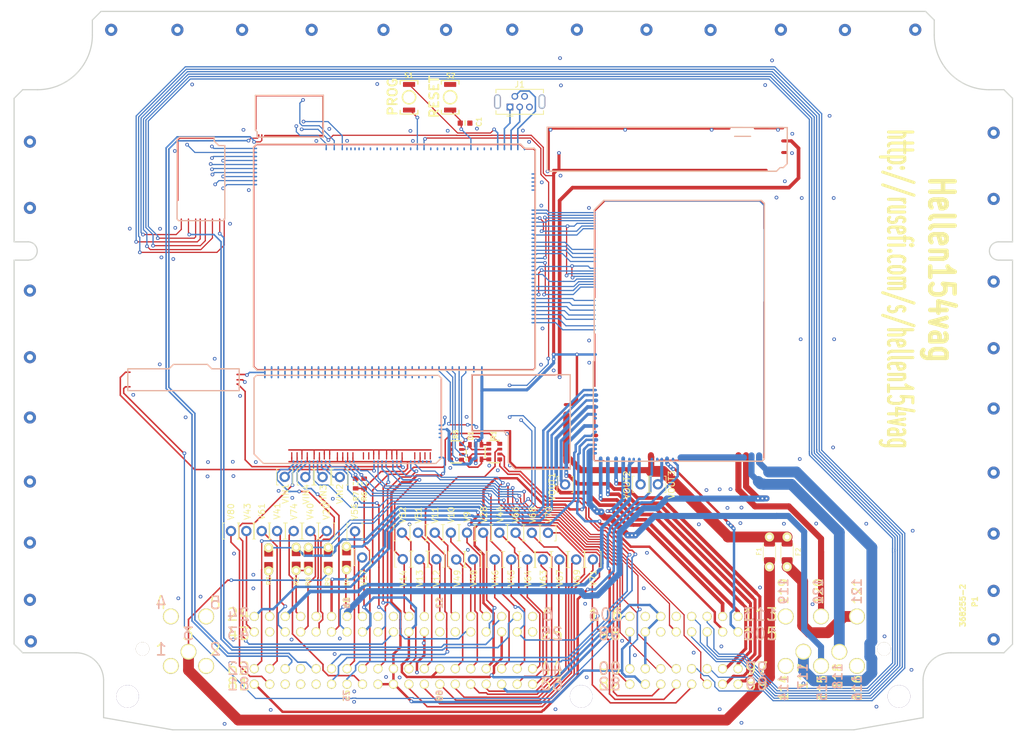
<source format=kicad_pcb>
(kicad_pcb (version 20210228) (generator pcbnew)
  (title_block (title "Hellen154vag") (date "2021-03-10") (rev "0.1") (company "rusEFI.com"))
  (layers (0 "F.Cu" signal) (31 "B.Cu" signal) (34 "B.Paste" user) (35 "F.Paste" user) (36 "B.SilkS" user "B.Silkscreen") (37 "F.SilkS" user "F.Silkscreen") (38 "B.Mask" user) (39 "F.Mask" user) (44 "Edge.Cuts" user))
  (net 0 "")
  (net 1 "+5V")
  (net 2 "/CAN_VIO")
  (net 3 "/CAN_TX")
  (net 4 "+12V")
  (net 6 "+3V3")
  (net 7 "/IGN8")
  (net 8 "GND")
  (net 9 "/NRESET")
  (net 10 "/BOOT0")
  (net 12 "/VBUS")
  (net 13 "/USBP")
  (net 15 "/USBM")
  (net 16 "unconnected-(P1-Pad114)")
  (net 17 "Net-(F1-Pad1)")
  (net 18 "Net-(F2-Pad1)")
  (net 19 "Net-(M6-PadW9)")
  (net 20 "/IN_VIGN")
  (net 32 "/D2")
  (net 33 "/D1")
  (net 34 "/D4")
  (net 38 "/D3")
  (net 39 "/OUT_IGN8")
  (net 40 "/IGN1")
  (net 41 "/IGN7")
  (net 42 "/IGN6")
  (net 43 "/IGN3")
  (net 44 "/IGN2")
  (net 45 "GNDA")
  (net 46 "/VIGN")
  (net 47 "/VBAT")
  (net 48 "/IGN4")
  (net 49 "/IGN5")
  (net 50 "/KNOCK1")
  (net 51 "/CRANK")
  (net 52 "/VSS")
  (net 53 "/CAM1")
  (net 54 "/IGN_V5")
  (net 55 "/TPS1")
  (net 56 "/CLT")
  (net 57 "/IAT")
  (net 58 "/MAF")
  (net 59 "/MAP2")
  (net 60 "/A2")
  (net 61 "/A4")
  (net 62 "/TPS2")
  (net 63 "/PPS2")
  (net 64 "/A3")
  (net 65 "/CAM2")
  (net 66 "/RES1")
  (net 67 "/PPS1")
  (net 68 "/A1")
  (net 73 "/RES2")
  (net 74 "/AFR")
  (net 75 "/KNOCK2")
  (net 76 "/IN_CAM1")
  (net 106 "/IN_KNOCK2")
  (net 107 "/IN_VSS")
  (net 108 "/IN_KNOCK1")
  (net 109 "/IN_CRANK")
  (net 110 "/IN_AFR")
  (net 111 "/IN_TPS1")
  (net 112 "/IN_MAF")
  (net 113 "/IN_MAP2")
  (net 114 "/VREF2")
  (net 115 "/VREF1")
  (net 116 "/IN_CLT")
  (net 117 "/IN_IAT")
  (net 118 "/IN_TPS2")
  (net 119 "/IN_PPS2")
  (net 120 "/IN_A2")
  (net 121 "/IN_A3")
  (net 122 "/IN_CAM2")
  (net 123 "/IN_A4")
  (net 124 "/IN_RES1")
  (net 125 "/IN_PPS1")
  (net 126 "/IN_A1")
  (net 127 "/IN_RES2")
  (net 129 "/IN_KNOCK1_RAW")
  (net 134 "/OUT_COIL_A1")
  (net 136 "/OUT_COIL_A2")
  (net 137 "/OUT_VVT2_B1")
  (net 138 "/OUT_VVT2_B2")
  (net 139 "/OUT_FUEL_CONSUM")
  (net 140 "/OUT_IDLE")
  (net 141 "Net-(M6-PadS8)")
  (net 142 "/OUT_PUMP")
  (net 143 "Net-(M6-PadS12)")
  (net 144 "/OUT_VVT1_1")
  (net 145 "/OUT_INJ6")
  (net 146 "/OUT_INJ2")
  (net 147 "/OUT_INJ3")
  (net 148 "/OUT_INJ1")
  (net 149 "/OUT_VVT1_2")
  (net 150 "/OUT_CE")
  (net 151 "/OUT_WASTEGATE")
  (net 152 "/OUT_TACH")
  (net 153 "/OUT_INJ4")
  (net 154 "/OUT_INJ5")
  (net 155 "/OUT_INJ8")
  (net 156 "/OUT_INJ7")
  (net 164 "/OUT_MAIN")
  (net 165 "/INJ8")
  (net 166 "/INJ7")
  (net 167 "/INJ6")
  (net 168 "/INJ5")
  (net 169 "/INJ4")
  (net 170 "/INJ3")
  (net 171 "/OUT3")
  (net 172 "/FUEL_CONSUM")
  (net 173 "/INJ2")
  (net 174 "/INJ1")
  (net 175 "/CE")
  (net 176 "/VVT1_2")
  (net 177 "/VVT1_1")
  (net 178 "/TACH")
  (net 179 "/VVT2_B2")
  (net 180 "/VVT2_B1")
  (net 181 "/COIL_A2")
  (net 182 "/COIL_A1")
  (net 183 "/WASTEGATE")
  (net 184 "/PUMP")
  (net 185 "/OUT2")
  (net 186 "/IDLE")
  (net 187 "/OUT1")
  (net 188 "/MAIN")
  (net 189 "Net-(P1-Pad10)")
  (net 190 "Net-(P1-Pad11)")
  (net 191 "Net-(P1-Pad12)")
  (net 192 "Net-(P1-Pad13)")
  (net 193 "Net-(P1-Pad17)")
  (net 194 "Net-(P1-Pad20)")
  (net 195 "Net-(P1-Pad21)")
  (net 196 "Net-(P1-Pad23)")
  (net 197 "Net-(P1-Pad28)")
  (net 199 "Net-(P1-Pad37)")
  (net 200 "Net-(P1-Pad40)")
  (net 202 "Net-(P1-Pad41)")
  (net 203 "Net-(P1-Pad43)")
  (net 204 "Net-(P1-Pad44)")
  (net 205 "Net-(P1-Pad45)")
  (net 206 "Net-(P1-Pad46)")
  (net 207 "Net-(P1-Pad48)")
  (net 208 "Net-(P1-Pad49)")
  (net 209 "Net-(P1-Pad51)")
  (net 210 "Net-(P1-Pad52)")
  (net 211 "Net-(P1-Pad56)")
  (net 212 "/CANL")
  (net 213 "/CANH")
  (net 215 "Net-(P1-Pad61)")
  (net 216 "/V12_PERM")
  (net 217 "Net-(P1-Pad63)")
  (net 218 "Net-(P1-Pad64)")
  (net 219 "Net-(P1-Pad66)")
  (net 220 "Net-(P1-Pad67)")
  (net 221 "Net-(P1-Pad68)")
  (net 222 "/OUT_IGN7")
  (net 223 "/OUT_IGN6")
  (net 224 "/OUT_IGN5")
  (net 225 "/OUT_IGN4")
  (net 226 "/OUT_IGN3")
  (net 227 "/OUT_IGN2")
  (net 228 "/OUT_IGN1")
  (net 229 "Net-(P1-Pad9)")
  (net 230 "/CAN_RX")
  (net 233 "V12_RAW")
  (net 234 "V5A")
  (net 235 "/IN_D4")
  (net 236 "/IN_D3")
  (net 237 "/IN_D2")
  (net 238 "/IN_D1")
  (net 239 "Net-(P1-Pad69)")
  (net 240 "Net-(P1-Pad70)")
  (net 241 "Net-(P1-Pad71)")
  (net 242 "Net-(P1-Pad74)")
  (net 243 "Net-(P1-Pad80)")
  (net 244 "/IGN_V33")
  (net 245 "/IN_KNOCK2_RAW")
  (footprint "hellen121vag:368255-2" (layer "F.Cu") (at 60.198 68.518)
    (fp_text reference "P1")
    (fp_text value "368255-2")
  )
  (footprint "hellen-one-mcu-0.1:mcu" (layer "F.Cu") (at 84.912499 87.028623)
    (fp_text reference "M3" hide)
    (fp_text value "Module-mcu-0.1" hide)
  )
  (footprint "hellen-one-common:PAD-TH" (layer "F.Cu") (at 97.05 113.35)
    (fp_text reference "V20")
    (fp_text value "Pad" hide)
  )
  (footprint "hellen-one-common:PAD-TH" (layer "F.Cu") (at 120.1 113.625)
    (fp_text reference "V9")
    (fp_text value "Pad" hide)
  )
  (footprint "hellen-one-can-0.1:can" (layer "F.Cu") (at 85.237502 48.743337)
    (fp_text reference "M1" hide)
    (fp_text value "Module-can-0.1" hide)
  )
  (footprint "hellen-one-ign8-0.1:ign8" (layer "F.Cu") (at 72.442387 62.460796)
    (fp_text reference "M7" hide)
    (fp_text value "Module-ign8-0.1" hide)
  )
  (footprint "hellen-one-input-0.1:input" (layer "F.Cu") (at 85.012499 102.353623)
    (fp_text reference "M4" hide)
    (fp_text value "Module-input-0.1" hide)
  )
  (footprint "hellen-one-output-0.1:output" (layer "F.Cu") (at 140.775001 101.9875)
    (fp_text reference "M6" hide)
    (fp_text value "Module-output-0.1" hide)
  )
  (footprint "hellen-one-common:PAD-TH" (layer "F.Cu") (at 94.35 113.35)
    (fp_text reference "V40")
    (fp_text value "Pad" hide)
  )
  (footprint "hellen-one-common:PAD-TH" (layer "F.Cu") (at 86.375 113.35)
    (fp_text reference "V61")
    (fp_text value "Pad" hide)
  )
  (footprint "hellen-one-common:PAD-TH" (layer "F.Cu") (at 102.875 117.7)
    (fp_text reference "V17")
    (fp_text value "Pad" hide)
  )
  (footprint "hellen-one-common:PAD-TH" (layer "F.Cu") (at 138.025 118.025)
    (fp_text reference "V69")
    (fp_text value "Pad" hide)
  )
  (footprint "hellen-one-common:PAD-TH" (layer "F.Cu") (at 135.275 118.025)
    (fp_text reference "V67")
    (fp_text value "Pad" hide)
  )
  (footprint "hellen-one-common:PAD-TH" (layer "F.Cu") (at 151.45 105.675)
    (fp_text reference "VOUT3")
    (fp_text value "Pad" hide)
  )
  (footprint "hellen-one-common:PAD-TH" (layer "F.Cu") (at 114.8 113.625)
    (fp_text reference "V11")
    (fp_text value "Pad" hide)
  )
  (footprint "hellen-one-common:PAD-0805-PAD" (layer "F.Cu") (at 100.3 117.8 90)
    (fp_text reference "R4")
    (fp_text value "Jumper-Pad-Pad" hide)
  )
  (footprint "hellen-one-common:PAD-TH" (layer "F.Cu") (at 93.55 104.475)
    (fp_text reference "VIN4")
    (fp_text value "Pad" hide)
  )
  (footprint "hellen-one-common:PAD-TH" (layer "F.Cu") (at 109.4 113.625)
    (fp_text reference "V52")
    (fp_text value "Pad" hide)
  )
  (footprint "hellen-one-common:PAD-TH" (layer "F.Cu") (at 91.625 113.35)
    (fp_text reference "V74")
    (fp_text value "Pad" hide)
  )
  (footprint "hellen-one-common:PAD-TH" (layer "F.Cu") (at 90.15 104.45)
    (fp_text reference "VIN1")
    (fp_text value "Pad" hide)
  )
  (footprint "hellen-one-common:PAD-0805-PAD" (layer "F.Cu") (at 94.05 117.95 90)
    (fp_text reference "R8")
    (fp_text value "Jumper-Pad-Pad" hide)
  )
  (footprint "hellen-one-common:PAD-1206-PAD" (layer "F.Cu") (at 169.775 116.775 90)
    (fp_text reference "F1")
    (fp_text value "Fuse-Pad-Pad" hide)
  )
  (footprint "hellen-one-common:SMD-2_2.9x3.9x1.7" (layer "F.Cu") (at 110.575 42.1 -90)
    (fp_text reference "S1")
    (fp_text value "Button_SPST" hide)
  )
  (footprint "hellen-one-common:PAD-TH" (layer "F.Cu") (at 117.45 113.625)
    (fp_text reference "V10")
    (fp_text value "Pad" hide)
  )
  (footprint "hellen-one-common:PAD-TH" (layer "F.Cu") (at 125.4 113.625)
    (fp_text reference "V44")
    (fp_text value "Pad" hide)
  )
  (footprint "hellen-one-common:PAD-TH" (layer "F.Cu") (at 99.2 104.475)
    (fp_text reference "VIN2")
    (fp_text value "Pad" hide)
  )
  (footprint "hellen-one-common:SOT23-6" (layer "F.Cu") (at 121.525 100.375 90)
    (fp_text reference "D1")
    (fp_text value "D_TVS_Array_4" hide)
  )
  (footprint "hellen-one-common:PAD-TH" (layer "F.Cu") (at 118.325 118.025)
    (fp_text reference "V49")
    (fp_text value "Pad" hide)
  )
  (footprint "hellen-one-common:PAD-TH" (layer "F.Cu") (at 96.375 104.475)
    (fp_text reference "VIN3")
    (fp_text value "Pad" hide)
  )
  (footprint "hellen-one-common:PAD-TH" (layer "F.Cu") (at 122.75 113.625)
    (fp_text reference "V28")
    (fp_text value "Pad" hide)
  )
  (footprint "hellen-one-common:PAD-0805-PAD" (layer "F.Cu") (at 97.3 117.95 90)
    (fp_text reference "R9")
    (fp_text value "Jumper-Pad-Pad" hide)
  )
  (footprint "hellen-one-common:PAD-TH" (layer "F.Cu") (at 140.775 118.025)
    (fp_text reference "V71")
    (fp_text value "Pad" hide)
  )
  (footprint "hellen-one-common:PAD-TH" (layer "F.Cu") (at 109.55 117.975)
    (fp_text reference "V14")
    (fp_text value "Pad" hide)
  )
  (footprint "hellen-one-common:R0603" (layer "F.Cu") (at 103.2 105.55 -90)
    (fp_text reference "R6")
    (fp_text value "Res" hide)
  )
  (footprint "hellen-one-common:PAD-TH" (layer "F.Cu") (at 136.2 105.7)
    (fp_text reference "VOUT1")
    (fp_text value "Pad" hide)
  )
  (footprint "hellen-one-common:PAD-TH" (layer "F.Cu") (at 83.85 113.35)
    (fp_text reference "V43")
    (fp_text value "Pad" hide)
  )
  (footprint "hellen-one-common:PAD-TH" (layer "F.Cu") (at 112.05 113.625)
    (fp_text reference "V51")
    (fp_text value "Pad" hide)
  )
  (footprint "hellen-one-common:R0603-4" (layer "F.Cu") (at 118.3 100.35)
    (fp_text reference "R5")
    (fp_text value "Res_Array_4" hide)
  )
  (footprint "hellen-one-common:PAD-0805-PAD" (layer "F.Cu") (at 92.025 117.93 90)
    (fp_text reference "R2")
    (fp_text value "Jumper-Pad-Pad" hide)
  )
  (footprint "hellen-one-common:PAD-1206-PAD" (layer "F.Cu") (at 172.675 116.775 90)
    (fp_text reference "F2")
    (fp_text value "Fuse-Pad-Pad" hide)
  )
  (footprint "hellen-one-common:PAD-TH" (layer "F.Cu") (at 132.55 118.025)
    (fp_text reference "V63")
    (fp_text value "Pad" hide)
  )
  (footprint "hellen-one-knock-0.1:knock" (layer "F.Cu") (at 64.289073 90.386465)
    (fp_text reference "M5" hide)
    (fp_text value "Module-knock-0.1" hide)
  )
  (footprint "hellen-one-common:PAD-TH" (layer "F.Cu") (at 148.6 105.675)
    (fp_text reference "VOUT2")
    (fp_text value "Pad" hide)
  )
  (footprint "hellen-one-common:PAD-TH" (layer "F.Cu") (at 124.65 118.025)
    (fp_text reference "V46")
    (fp_text value "Pad" hide)
  )
  (footprint "hellen-one-common:PAD-TH" (layer "F.Cu") (at 112.275 117.975)
    (fp_text reference "V13")
    (fp_text value "Pad" hide)
  )
  (footprint "hellen-one-common:PAD-TH" (layer "F.Cu") (at 127.35 118.025)
    (fp_text reference "V45")
    (fp_text value "Pad" hide)
  )
  (footprint "hellen-one-power5-0.1:power5" (layer "F.Cu") (at 133.175 54.35)
    (fp_text reference "M2" hide)
    (fp_text value "Module-power5-0.1" hide)
  )
  (footprint "hellen-one-common:PAD-TH" (layer "F.Cu") (at 115.075 117.975)
    (fp_text reference "V12")
    (fp_text value "Pad" hide)
  )
  (footprint "hellen-one-common:PAD-0805-PAD" (layer "F.Cu") (at 87.5 117.995 90)
    (fp_text reference "R3")
    (fp_text value "Jumper-Pad-Pad" hide)
  )
  (footprint "hellen-one-common:SMD-2_2.9x3.9x1.7" (layer "F.Cu") (at 117.325 42.1 90)
    (fp_text reference "S2")
    (fp_text value "Button_SPST" hide)
  )
  (footprint "hellen-one-common:PAD-TH" (layer "F.Cu") (at 130.75 113.65)
    (fp_text reference "V68")
    (fp_text value "Pad" hide)
  )
  (footprint "hellen-one-common:PAD-TH" (layer "F.Cu") (at 121.075 118)
    (fp_text reference "V48")
    (fp_text value "Pad" hide)
  )
  (footprint "hellen-one-common:PAD-TH" (layer "F.Cu") (at 81.325 113.35)
    (fp_text reference "V80")
    (fp_text value "Pad" hide)
  )
  (footprint "hellen-one-common:R0603-4" (layer "F.Cu") (at 124.575 100.3)
    (fp_text reference "R1")
    (fp_text value "Res_Array_4" hide)
  )
  (footprint "hellen-one-common:PAD-TH" (layer "F.Cu") (at 88.9 113.35)
    (fp_text reference "V41")
    (fp_text value "Pad" hide)
  )
  (footprint "hellen-one-common:PAD-TH" (layer "F.Cu") (at 130 118.025)
    (fp_text reference "V64")
    (fp_text value "Pad" hide)
  )
  (footprint "hellen-one-common:C0603" (layer "F.Cu") (at 119.775 46.35 180)
    (fp_text reference "C1")
    (fp_text value "Cap" hide)
  )
  (footprint "hellen-one-common:R0603" (layer "F.Cu") (at 101.8 105.55 -90)
    (fp_text reference "R7")
    (fp_text value "Res" hide)
  )
  (footprint "hellen-one-power12-0.1:power12" (layer "F.Cu") (at 120.758985 103.287891)
    (fp_text reference "M8" hide)
    (fp_text value "Module-power12-0.1" hide)
  )
  (footprint "hellen-one-common:USB-MINI-B-VERTICAL" (layer "F.Cu") (at 127.15 43.7)
    (fp_text reference "J1")
    (fp_text value "USB_B_Mini")
    (fp_line (start 5.691114 -1.522801) (end 5.691114 -0.143146) (layer "Edge.Cuts") (width 0.12))
    (fp_line (start 4.803407 -0.208782) (end 4.803407 -1.588437) (layer "Edge.Cuts") (width 0.12))
    (fp_line (start -2.491114 -0.214921) (end -2.491114 -1.594576) (layer "Edge.Cuts") (width 0.12))
    (fp_line (start -1.603407 -1.52894) (end -1.603407 -0.149285) (layer "Edge.Cuts") (width 0.12))
    (fp_arc (start 5.250244 -0.216308) (end 5.691113 -0.143146) (angle 169.6127294) (layer "Edge.Cuts") (width 0.12))
    (fp_arc (start -2.044277 -0.222447) (end -1.603408 -0.149285) (angle 169.6127294) (layer "Edge.Cuts") (width 0.12))
    (fp_arc (start 5.244278 -1.515274) (end 4.803408 -1.588437) (angle 169.6124935) (layer "Edge.Cuts") (width 0.12))
    (fp_arc (start -2.050243 -1.521413) (end -2.491113 -1.594576) (angle 169.6124935) (layer "Edge.Cuts") (width 0.12))
  )
  (footprint "hellen-one-common:PAD-TH" (layer "F.Cu") (at 101.7 113.4)
    (fp_text reference "V56")
    (fp_text value "Pad" hide)
  )
  (footprint "hellen-one-common:PAD-TH" (layer "F.Cu") (at 128.075 113.625)
    (fp_text reference "V66")
    (fp_text value "Pad" hide)
  )
  (footprint "hellen-one-common:PAD-TH" (layer "F.Cu") (at 133.4 113.65)
    (fp_text reference "V70")
    (fp_text value "Pad" hide)
  )
  (gr_line (start 183.66 146) (end 195.0152 144) (layer "Edge.Cuts") (width 0.2))
  (gr_line (start 58.56 31.86) (end 58.56 29.414213) (layer "Edge.Cuts") (width 0.2))
  (gr_arc (start 48.000167 67.35) (end 48 68.85) (angle -180.0127579) (layer "Edge.Cuts") (width 0.2))
  (gr_arc (start 205.84 31.859999) (end 196.84 31.859999) (angle -90) (layer "Edge.Cuts") (width 0.2))
  (gr_line (start 60.4 144) (end 60.4 137.791999) (layer "Edge.Cuts") (width 0.2))
  (gr_arc (start 55.853107 137.897882) (end 60.4 137.791999) (angle -88.07524736) (layer "Edge.Cuts") (width 0.2))
  (gr_line (start 207.4 65.849999) (end 209.7 65.849999) (layer "Edge.Cuts") (width 0.2))
  (gr_arc (start 199.569204 137.919174) (end 199.5872 133.35) (angle -90.1356909) (layer "Edge.Cuts") (width 0.2))
  (gr_line (start 45.7 131.935786) (end 45.7 68.85) (layer "Edge.Cuts") (width 0.2))
  (gr_line (start 49.56 40.86) (end 47.114214 40.86) (layer "Edge.Cuts") (width 0.2))
  (gr_line (start 195.425787 27.999999) (end 59.974214 28) (layer "Edge.Cuts") (width 0.2))
  (gr_line (start 208.285787 133.35) (end 199.5872 133.35) (layer "Edge.Cuts") (width 0.2))
  (gr_line (start 48 68.85) (end 45.7 68.85) (layer "Edge.Cuts") (width 0.2))
  (gr_line (start 195.0152 144) (end 195 137.911999) (layer "Edge.Cuts") (width 0.2))
  (gr_line (start 183.66 146) (end 71.74 146) (layer "Edge.Cuts") (width 0.2))
  (gr_line (start 209.7 131.935786) (end 209.7 68.849999) (layer "Edge.Cuts") (width 0.2))
  (gr_line (start 58.56 29.414213) (end 59.974214 28) (layer "Edge.Cuts") (width 0.2))
  (gr_line (start 209.7 65.849999) (end 209.7 42.274213) (layer "Edge.Cuts") (width 0.2))
  (gr_line (start 196.84 29.414213) (end 195.425787 28) (layer "Edge.Cuts") (width 0.2))
  (gr_line (start 48 65.85) (end 45.7 65.85) (layer "Edge.Cuts") (width 0.2))
  (gr_line (start 71.74 146) (end 60.4 144) (layer "Edge.Cuts") (width 0.2))
  (gr_line (start 209.700001 42.274213) (end 208.285787 40.859999) (layer "Edge.Cuts") (width 0.2))
  (gr_line (start 205.84 40.859999) (end 208.285787 40.859999) (layer "Edge.Cuts") (width 0.2))
  (gr_line (start 207.4 68.849999) (end 209.7 68.849999) (layer "Edge.Cuts") (width 0.2))
  (gr_line (start 209.7 131.935786) (end 208.285787 133.349999) (layer "Edge.Cuts") (width 0.2))
  (gr_arc (start 49.56 31.86) (end 49.56 40.86) (angle -90) (layer "Edge.Cuts") (width 0.2))
  (gr_line (start 45.7 42.274213) (end 47.114214 40.86) (layer "Edge.Cuts") (width 0.2))
  (gr_line (start 196.84 31.859999) (end 196.84 29.414213) (layer "Edge.Cuts") (width 0.2))
  (gr_arc (start 207.4 67.349999) (end 207.4 65.849999) (angle -180) (layer "Edge.Cuts") (width 0.2))
  (gr_line (start 45.7 65.849999) (end 45.7 42.274213) (layer "Edge.Cuts") (width 0.2))
  (gr_line (start 45.7 131.935786) (end 47.114214 133.349999) (layer "Edge.Cuts") (width 0.2))
  (gr_line (start 47.114214 133.35) (end 55.9 133.35) (layer "Edge.Cuts") (width 0.2))
  (gr_text "119" (at 172.085 123.255 90) (layer "B.SilkS") (effects (font (size 1.5 1.5) (thickness 0.25)) (justify mirror)))
  (gr_text "121" (at 184.15 123.255 90) (layer "B.SilkS") (effects (font (size 1.5 1.5) (thickness 0.25)) (justify mirror)))
  (gr_text "116" (at 184.15 139.13 90) (layer "B.SilkS") (effects (font (size 1.5 1.5) (thickness 0.25)) (justify mirror)))
  (gr_text "115" (at 178.435 139.13 90) (layer "B.SilkS") (effects (font (size 1.5 1.5) (thickness 0.25)) (justify mirror)))
  (gr_text "118" (at 180.975 137.225 90) (layer "B.SilkS") (effects (font (size 1.5 1.5) (thickness 0.25)) (justify mirror)))
  (gr_text "120" (at 177.8 123.255 90) (layer "B.SilkS") (effects (font (size 1.5 1.5) (thickness 0.25)) (justify mirror)))
  (gr_text "117" (at 175.26 137.225 90) (layer "B.SilkS") (effects (font (size 1.5 1.5) (thickness 0.25)) (justify mirror)))
  (gr_text "114" (at 172.085 139.13 90) (layer "B.SilkS") (effects (font (size 1.5 1.5) (thickness 0.25)) (justify mirror)))
  (gr_text "89" (at 167.64 138.495) (layer "B.SilkS") (effects (font (size 2 2) (thickness 0.25)) (justify mirror)))
  (gr_text "97" (at 167.64 135.955) (layer "B.SilkS") (effects (font (size 2 2) (thickness 0.25)) (justify mirror)))
  (gr_text "105" (at 168.25 130.225) (layer "B.SilkS") (effects (font (size 2 2) (thickness 0.25)) (justify mirror)))
  (gr_text "113" (at 168.275 127.065) (layer "B.SilkS") (effects (font (size 2 2) (thickness 0.25)) (justify mirror)))
  (gr_text "82" (at 143.51 138.495) (layer "B.SilkS") (effects (font (size 2 2) (thickness 0.25)) (justify mirror)))
  (gr_text "90" (at 143.51 135.955) (layer "B.SilkS") (effects (font (size 2 2) (thickness 0.25)) (justify mirror)))
  (gr_text "98" (at 143.51 130.24) (layer "B.SilkS") (effects (font (size 2 2) (thickness 0.25)) (justify mirror)))
  (gr_text "106" (at 142.875 127.065) (layer "B.SilkS") (effects (font (size 2 2) (thickness 0.25)) (justify mirror)))
  (gr_text "63" (at 133.985 138.495) (layer "B.SilkS") (effects (font (size 2 2) (thickness 0.25)) (justify mirror)))
  (gr_text "44" (at 133.985 135.955) (layer "B.SilkS") (effects (font (size 2 2) (thickness 0.25)) (justify mirror)))
  (gr_text "25" (at 133.985 130.24) (layer "B.SilkS") (effects (font (size 2 2) (thickness 0.25)) (justify mirror)))
  (gr_text "6" (at 133.35 127.065) (layer "B.SilkS") (effects (font (size 2 2) (thickness 0.25)) (justify mirror)))
  (gr_text "5" (at 78.74 125.16) (layer "B.SilkS") (effects (font (size 2 2) (thickness 0.25)) (justify mirror)))
  (gr_text "4" (at 69.85 125.16) (layer "B.SilkS") (effects (font (size 2 2) (thickness 0.25)) (justify mirror)))
  (gr_text "3" (at 74.295 130.24) (layer "B.SilkS") (effects (font (size 2 2) (thickness 0.25)) (justify mirror)))
  (gr_text "2" (at 78.74 132.78) (layer "B.SilkS") (effects (font (size 2 2) (thickness 0.25)) (justify mirror)))
  (gr_text "1" (at 69.85 132.78) (layer "B.SilkS") (effects (font (size 2 2) (thickness 0.25)) (justify mirror)))
  (gr_text "81" (at 82.55 138.495) (layer "B.SilkS") (effects (font (size 2 2) (thickness 0.25)) (justify mirror)))
  (gr_text "62" (at 82.55 135.955) (layer "B.SilkS") (effects (font (size 2 2) (thickness 0.25)) (justify mirror)))
  (gr_text "43" (at 82.55 130.24) (layer "B.SilkS") (effects (font (size 2 2) (thickness 0.25)) (justify mirror)))
  (gr_text "24" (at 82.55 127.065) (layer "B.SilkS") (effects (font (size 2 2) (thickness 0.25)) (justify mirror)))
  (gr_text "69" (at 115.57 140.4 90) (layer "B.SilkS") (effects (font (size 1 1) (thickness 0.2)) (justify mirror)))
  (gr_text "12" (at 115.57 125.16 90) (layer "B.SilkS") (effects (font (size 1 1) (thickness 0.2)) (justify mirror)))
  (gr_text "18" (at 100.33 125.16 90) (layer "B.SilkS") (effects (font (size 1 1) (thickness 0.2)) (justify mirror)))
  (gr_text "75" (at 100.33 140.4 90) (layer "B.SilkS") (effects (font (size 1 1) (thickness 0.2)) (justify mirror)))
  (gr_text "106" (at 142.875 127.065) (layer "F.SilkS") (effects (font (size 2 2) (thickness 0.25))))
  (gr_text "4" (at 69.85 125.16) (layer "F.SilkS") (effects (font (size 2 2) (thickness 0.25))))
  (gr_text "5" (at 78.74 125.16) (layer "F.SilkS") (effects (font (size 2 2) (thickness 0.25))))
  (gr_text "2" (at 78.74 132.78) (layer "F.SilkS") (effects (font (size 2 2) (thickness 0.25))))
  (gr_text "117" (at 175.26 137.225 90) (layer "F.SilkS") (effects (font (size 1.5 1.5) (thickness 0.25))))
  (gr_text "121" (at 184.15 123.255 90) (layer "F.SilkS") (effects (font (size 1.5 1.5) (thickness 0.25))))
  (gr_text "Hellen154vag" (at 198 70.4 270) (layer "F.SilkS") (effects (font (size 4 3) (thickness 0.75))))
  (gr_text "75" (at 100.33 140.4 90) (layer "F.SilkS") (effects (font (size 1 1) (thickness 0.2))))
  (gr_text "69" (at 115.57 140.4 90) (layer "F.SilkS") (effects (font (size 1 1) (thickness 0.2))))
  (gr_text "25" (at 133.985 130.24) (layer "F.SilkS") (effects (font (size 2 2) (thickness 0.25))))
  (gr_text "115" (at 178.435 139.13 90) (layer "F.SilkS") (effects (font (size 1.5 1.5) (thickness 0.25))))
  (gr_text "43" (at 82.55 130.24) (layer "F.SilkS") (effects (font (size 2 2) (thickness 0.25))))
  (gr_text "18" (at 100.33 125.16 90) (layer "F.SilkS") (effects (font (size 1 1) (thickness 0.2))))
  (gr_text "97" (at 167.64 135.955) (layer "F.SilkS") (effects (font (size 2 2) (thickness 0.25))))
  (gr_text "RESET" (at 114.7 42.05 90) (layer "F.SilkS") (effects (font (size 1.5 1.524) (thickness 0.3048))))
  (gr_text "24" (at 82.55 127.065) (layer "F.SilkS") (effects (font (size 2 2) (thickness 0.25))))
  (gr_text "98" (at 143.51 130.24) (layer "F.SilkS") (effects (font (size 2 2) (thickness 0.25))))
  (gr_text "118" (at 180.975 137.225 90) (layer "F.SilkS") (effects (font (size 1.5 1.5) (thickness 0.25))))
  (gr_text "http://rusefi.com/s/hellen154vag" (at 191.15 73.575 270) (layer "F.SilkS") (effects (font (size 4 2) (thickness 0.5))))
  (gr_text "PROG" (at 107.862498 42.031663 90) (layer "F.SilkS") (effects (font (size 1.5 1.524) (thickness 0.3048))))
  (gr_text "1" (at 69.85 132.78) (layer "F.SilkS") (effects (font (size 2 2) (thickness 0.25))))
  (gr_text "81" (at 82.55 138.495) (layer "F.SilkS") (effects (font (size 2 2) (thickness 0.25))))
  (gr_text "119" (at 172.085 123.255 90) (layer "F.SilkS") (effects (font (size 1.5 1.5) (thickness 0.25))))
  (gr_text "44" (at 133.985 135.955) (layer "F.SilkS") (effects (font (size 2 2) (thickness 0.25))))
  (gr_text "82" (at 143.51 138.495) (layer "F.SilkS") (effects (font (size 2 2) (thickness 0.25))))
  (gr_text "3" (at 74.295 130.24) (layer "F.SilkS") (effects (font (size 2 2) (thickness 0.25))))
  (gr_text "89" (at 167.64 138.495) (layer "F.SilkS") (effects (font (size 2 2) (thickness 0.25))))
  (gr_text "63" (at 133.985 138.495) (layer "F.SilkS") (effects (font (size 2 2) (thickness 0.25))))
  (gr_text "114" (at 172.085 139.13 90) (layer "F.SilkS") (effects (font (size 1.5 1.5) (thickness 0.25))))
  (gr_text "120" (at 177.8 123.255 90) (layer "F.SilkS") (effects (font (size 1.5 1.5) (thickness 0.25))))
  (gr_text "6" (at 133.35 127.065) (layer "F.SilkS") (effects (font (size 2 2) (thickness 0.25))))
  (gr_text "90" (at 143.51 135.955) (layer "F.SilkS") (effects (font (size 2 2) (thickness 0.25))))
  (gr_text "113" (at 168.275 127.065) (layer "F.SilkS") (effects (font (size 2 2) (thickness 0.25))))
  (gr_text "62" (at 82.55 135.955) (layer "F.SilkS") (effects (font (size 2 2) (thickness 0.25))))
  (gr_text "105" (at 168.275 130.24) (layer "F.SilkS") (effects (font (size 2 2) (thickness 0.25))))
  (gr_text "116" (at 184.15 139.13 90) (layer "F.SilkS") (effects (font (size 1.5 1.5) (thickness 0.25))))
  (gr_text "12" (at 115.57 125.16 90) (layer "F.SilkS") (effects (font (size 1 1) (thickness 0.2))))
  (segment (start 132.625 54.575) (end 133.025 54.975) (width 0.2) (layer "F.Cu") (net 1))
  (segment (start 134.325 85.125) (end 134.325 85.15) (width 0.5) (layer "F.Cu") (net 1))
  (segment (start 132.625 50.325) (end 132.625 54.575) (width 0.2) (layer "F.Cu") (net 1))
  (segment (start 138.151215 91.748785) (end 138.151215 84.348785) (width 0.4) (layer "F.Cu") (net 1))
  (segment (start 121.525 98.5) (end 121.525 99.175) (width 0.254) (layer "F.Cu") (net 1))
  (segment (start 151.775001 54.050001) (end 135.724999 54.050001) (width 0.254) (layer "F.Cu") (net 1))
  (segment (start 97.325735 49.124265) (end 98.1 48.35) (width 0.2) (layer "F.Cu") (net 1))
  (segment (start 130.65 48.35) (end 132.625 50.325) (width 0.2) (layer "F.Cu") (net 1))
  (segment (start 134.65 54.5) (end 134.65 54.25) (width 0.2) (layer "F.Cu") (net 1))
  (segment (start 151.775001 54.050001) (end 134.799999 54.050001) (width 0.254) (layer "F.Cu") (net 1))
  (segment (start 137.312113 92.587887) (end 138.151215 91.748785) (width 0.4) (layer "F.Cu") (net 1))
  (segment (start 118.384307 48.37502) (end 124.115693 48.37502) (width 0.2) (layer "F.Cu") (net 1))
  (segment (start 136.483985 92.587887) (end 137.312113 92.587887) (width 0.4) (layer "F.Cu") (net 1))
  (segment (start 124.115693 48.37502) (end 124.140713 48.35) (width 0.2) (layer "F.Cu") (net 1))
  (segment (start 98.1 48.35) (end 118.359287 48.35) (width 0.2) (layer "F.Cu") (net 1))
  (segment (start 134.175 54.975) (end 134.65 54.5) (width 0.2) (layer "F.Cu") (net 1))
  (segment (start 133.025 54.975) (end 134.175 54.975) (width 0.2) (layer "F.Cu") (net 1))
  (segment (start 118.359287 48.35) (end 118.384307 48.37502) (width 0.2) (layer "F.Cu") (net 1))
  (segment (start 134.325 54.599999) (end 134.325 84.35) (width 0.5) (layer "F.Cu") (net 1))
  (segment (start 124.140713 48.35) (end 130.65 48.35) (width 0.2) (layer "F.Cu") (net 1))
  (segment (start 121.55 98.475) (end 121.525 98.5) (width 0.254) (layer "F.Cu") (net 1))
  (segment (start 134.799999 54.125) (end 134.325 54.599999) (width 0.5) (layer "F.Cu") (net 1))
  (via (at 134.325 85.125) (size 0.6) (drill 0.3) (layers "F.Cu" "B.Cu") (net 1))
  (via (at 134.325 84.35) (size 0.6) (drill 0.3) (layers "F.Cu" "B.Cu") (net 1))
  (via (at 121.55 98.475) (size 0.6) (drill 0.3) (layers "F.Cu" "B.Cu") (net 1))
  (via (at 97.325735 49.124265) (size 0.6) (drill 0.3) (layers "F.Cu" "B.Cu") (net 1))
  (via (at 138.151215 84.348785) (size 0.6) (drill 0.3) (layers "F.Cu" "B.Cu") (net 1))
  (segment (start 122.075 98.475) (end 121.55 98.475) (width 0.5) (layer "B.Cu") (net 1))
  (segment (start 117.95 102.35) (end 117.15 101.55) (width 0.5) (layer "B.Cu") (net 1))
  (segment (start 130.137088 89.962912) (end 129.937098 90.162902) (width 0.5) (layer "B.Cu") (net 1))
  (segment (start 122.537501 90.337499) (end 122.537501 98.012499) (width 0.5) (layer "B.Cu") (net 1))
  (segment (start 120.5 102.35) (end 117.95 102.35) (width 0.5) (layer "B.Cu") (net 1))
  (segment (start 122.537501 88.012499) (end 122.537501 90.337499) (width 0.5) (layer "B.Cu") (net 1))
  (segment (start 134.325 85.775) (end 134.00002 86.09998) (width 0.5) (layer "B.Cu") (net 1))
  (segment (start 122.537501 86.505624) (end 122.537501 88.012499) (width 0.25) (layer "B.Cu") (net 1))
  (segment (start 117.15 101.55) (end 117.15 97.01084) (width 0.5) (layer "B.Cu") (net 1))
  (segment (start 121.164994 101.474989) (end 120.774989 101.864994) (width 0.5) (layer "B.Cu") (net 1))
  (segment (start 122.537501 88.012499) (end 122.425 88.125) (width 0.25) (layer "B.Cu") (net 1))
  (segment (start 120.774989 101.864994) (end 120.774989 102.075011) (width 0.5) (layer "B.Cu") (net 1))
  (segment (start 122.537501 98.012499) (end 122.075 98.475) (width 0.5) (layer "B.Cu") (net 1))
  (segment (start 134.00002 86.09998) (end 134.00002 86.127826) (width 0.5) (layer "B.Cu") (net 1))
  (segment (start 122.712098 90.162902) (end 122.537501 90.337499) (width 0.5) (layer "B.Cu") (net 1))
  (segment (start 120.774989 102.075011) (end 120.5 102.35) (width 0.5) (layer "B.Cu") (net 1))
  (segment (start 134.326215 84.348785) (end 134.325 84.35) (width 0.4) (layer "B.Cu") (net 1))
  (segment (start 138.151215 84.348785) (end 134.326215 84.348785) (width 0.4) (layer "B.Cu") (net 1))
  (segment (start 92.937499 47.368338) (end 95.618338 47.368338) (width 0.2) (layer "B.Cu") (net 1))
  (segment (start 121.55 101.3) (end 121.375011 101.474989) (width 0.5) (layer "B.Cu") (net 1))
  (segment (start 134.00002 86.127826) (end 130.164934 89.962912) (width 0.5) (layer "B.Cu") (net 1))
  (segment (start 121.375011 101.474989) (end 121.164994 101.474989) (width 0.5) (layer "B.Cu") (net 1))
  (segment (start 121.55 98.475) (end 121.55 101.3) (width 0.5) (layer "B.Cu") (net 1))
  (segment (start 95.618338 47.368338) (end 97.325735 49.075735) (width 0.2) (layer "B.Cu") (net 1))
  (segment (start 116.79458 96.65542) (end 115.662501 96.65542) (width 0.25) (layer "B.Cu") (net 1))
  (segment (start 134.325 84.35) (end 134.325 85.125) (width 0.5) (layer "B.Cu") (net 1))
  (segment (start 141.151546 84.348785) (end 138.151215 84.348785) (width 0.4) (layer "B.Cu") (net 1))
  (segment (start 97.325735 49.075735) (end 97.325735 49.124265) (width 0.2) (layer "B.Cu") (net 1))
  (segment (start 130.164934 89.962912) (end 130.137088 89.962912) (width 0.5) (layer "B.Cu") (net 1))
  (segment (start 117.15 97.01084) (end 116.79458 96.65542) (width 0.5) (layer "B.Cu") (net 1))
  (segment (start 134.325 85.125) (end 134.325 85.775) (width 0.5) (layer "B.Cu") (net 1))
  (segment (start 129.937098 90.162902) (end 122.712098 90.162902) (width 0.5) (layer "B.Cu") (net 1))
  (segment (start 92.062497 47.762497) (end 92.675 48.375) (width 0.2) (layer "B.Cu") (net 2))
  (segment (start 96.967499 49.742499) (end 96.967499 50.576623) (width 0.2) (layer "B.Cu") (net 2))
  (segment (start 92.675 48.375) (end 95.6 48.375) (width 0.2) (layer "B.Cu") (net 2))
  (segment (start 92.062497 46.843338) (end 92.062497 47.762497) (width 0.2) (layer "B.Cu") (net 2))
  (segment (start 95.6 48.375) (end 96.967499 49.742499) (width 0.2) (layer "B.Cu") (net 2))
  (segment (start 93.237501 46.09334) (end 97.26834 46.09334) (width 0.2) (layer "B.Cu") (net 3))
  (segment (start 99.607504 48.432504) (end 99.607504 50.576623) (width 0.2) (layer "B.Cu") (net 3))
  (segment (start 97.26834 46.09334) (end 99.607504 48.432504) (width 0.2) (layer "B.Cu") (net 3))
  (segment (start 174.55 55.375) (end 172.975 56.95) (width 0.6) (layer "F.Cu") (net 4))
  (segment (start 137.425 56.95) (end 135.308984 59.066016) (width 0.6) (layer "F.Cu") (net 4))
  (segment (start 172.975 56.95) (end 137.425 56.95) (width 0.6) (layer "F.Cu") (net 4))
  (segment (start 174.55 50.475) (end 174.55 55.375) (width 0.6) (layer "F.Cu") (net 4))
  (segment (start 172.195001 49.274991) (end 173.349991 49.274991) (width 0.5) (layer "F.Cu") (net 4))
  (segment (start 173.349991 49.274991) (end 174.55 50.475) (width 0.6) (layer "F.Cu") (net 4))
  (segment (start 135.308984 59.066016) (end 135.308984 88.087888) (width 0.6) (layer "F.Cu") (net 4))
  (segment (start 111.937479 45.437479) (end 110.7 44.2) (width 0.2) (layer "F.Cu") (net 6))
  (segment (start 110.7 44.2) (end 110.575 44.2) (width 0.2) (layer "F.Cu") (net 6))
  (via (at 111.937479 45.437479) (size 0.6) (drill 0.3) (layers "F.Cu" "B.Cu") (net 6))
  (segment (start 111.937479 50.576623) (end 111.937479 45.437479) (width 0.2) (layer "B.Cu") (net 6))
  (segment (start 85.387499 51.828615) (end 78.464582 51.828615) (width 0.2) (layer "B.Cu") (net 7))
  (segment (start 78.464582 51.828615) (end 78.207387 52.08581) (width 0.2) (layer "B.Cu") (net 7))
  (segment (start 113.088 129.918) (end 113.088 133.762) (width 0.4) (layer "F.Cu") (net 8))
  (segment (start 121.525 101.575) (end 121.525 102.225) (width 0.254) (layer "F.Cu") (net 8))
  (segment (start 117.4 99.075) (end 117.4 101.625) (width 0.254) (layer "F.Cu") (net 8))
  (segment (start 82.439072 88.511465) (end 83.236465 88.511465) (width 0.254) (layer "F.Cu") (net 8))
  (segment (start 111.875 134.975) (end 111.875 136.575) (width 0.4) (layer "F.Cu") (net 8))
  (segment (start 113.088 133.762) (end 111.875 134.975) (width 0.4) (layer "F.Cu") (net 8))
  (segment (start 83.236465 88.511465) (end 83.6 88.875) (width 0.254) (layer "F.Cu") (net 8))
  (via (at 48.3 115.25) (size 2) (drill 1) (layers "F.Cu" "B.Cu") (net 8))
  (via (at 48.3 124.65) (size 2) (drill 1) (layers "F.Cu" "B.Cu") (net 8))
  (via (at 187.35 142.2) (size 0.6) (drill 0.3) (layers "F.Cu" "B.Cu") (net 8))
  (via (at 85 122.775) (size 0.6) (drill 0.3) (layers "F.Cu" "B.Cu") (net 8))
  (via (at 48.3 60.275) (size 2) (drill 1) (layers "F.Cu" "B.Cu") (net 8))
  (via (at 139.5 125.3) (size 0.6) (drill 0.3) (layers "F.Cu" "B.Cu") (net 8))
  (via (at 126.675 97.4) (size 0.6) (drill 0.3) (layers "F.Cu" "B.Cu") (net 8))
  (via (at 130.3 49.425) (size 0.6) (drill 0.3) (layers "F.Cu" "B.Cu") (net 8))
  (via (at 157.325 133.325) (size 0.6) (drill 0.3) (layers "F.Cu" "B.Cu") (net 8))
  (via (at 117.35 102.975) (size 0.6) (drill 0.3) (layers "F.Cu" "B.Cu") (net 8))
  (via (at 140.15 82.05) (size 0.6) (drill 0.3) (layers "F.Cu" "B.Cu") (net 8))
  (via (at 177.45 112.125) (size 0.6) (drill 0.3) (layers "F.Cu" "B.Cu") (net 8))
  (via (at 71.85 68.675) (size 0.6) (drill 0.3) (layers "F.Cu" "B.Cu") (net 8))
  (via (at 135.525 40.15) (size 0.6) (drill 0.3) (layers "F.Cu" "B.Cu") (net 8))
  (via (at 123.75 102.6) (size 0.6) (drill 0.3) (layers "F.Cu" "B.Cu") (net 8))
  (via (at 48.3 73.85) (size 2) (drill 1) (layers "F.Cu" "B.Cu") (net 8))
  (via (at 69.9 68.4) (size 0.6) (drill 0.3) (layers "F.Cu" "B.Cu") (net 8))
  (via (at 80.275 145.025) (size 0.6) (drill 0.3) (layers "F.Cu" "B.Cu") (net 8))
  (via (at 99.2 131) (size 0.6) (drill 0.3) (layers "F.Cu" "B.Cu") (net 8))
  (via (at 73.875 94.675) (size 0.6) (drill 0.3) (layers "F.Cu" "B.Cu") (net 8))
  (via (at 165.175 144.85) (size 0.6) (drill 0.3) (layers "F.Cu" "B.Cu") (net 8))
  (via (at 48.3 49.4) (size 2) (drill 1) (layers "F.Cu" "B.Cu") (net 8))
  (via (at 101.575 139.7) (size 0.6) (drill 0.3) (layers "F.Cu" "B.Cu") (net 8))
  (via (at 165 112.05) (size 0.6) (drill 0.3) (layers "F.Cu" "B.Cu") (net 8))
  (via (at 74.95 40) (size 0.6) (drill 0.3) (layers "F.Cu" "B.Cu") (net 8))
  (via (at 110.65 112.25) (size 0.6) (drill 0.3) (layers "F.Cu" "B.Cu") (net 8))
  (via (at 110.8 47.625) (size 0.6) (drill 0.3) (layers "F.Cu" "B.Cu") (net 8))
  (via (at 100.4 49.25) (size 0.6) (drill 0.3) (layers "F.Cu" "B.Cu") (net 8))
  (via (at 121.725 47.25) (size 0.6) (drill 0.3) (layers "F.Cu" "B.Cu") (net 8))
  (via (at 77.55 102.025) (size 0.6) (drill 0.3) (layers "F.Cu" "B.Cu") (net 8))
  (via (at 72.1 50.925) (size 0.6) (drill 0.3) (layers "F.Cu" "B.Cu") (net 8))
  (via (at 91.275 131.175) (size 0.6) (drill 0.3) (layers "F.Cu" "B.Cu") (net 8))
  (via (at 160.1 31.05) (size 2) (drill 1) (layers "F.Cu" "B.Cu") (net 8))
  (via (at 97.475 47.3) (size 0.6) (drill 0.3) (layers "F.Cu" "B.Cu") (net 8))
  (via (at 48.45 131.475) (size 2) (drill 1) (layers "F.Cu" "B.Cu") (net 8))
  (via (at 149.575 31) (size 2) (drill 1) (layers "F.Cu" "B.Cu") (net 8))
  (via (at 106.8 137.325) (size 0.6) (drill 0.3) (layers "F.Cu" "B.Cu") (net 8))
  (via (at 158.175 112.25) (size 0.6) (drill 0.3) (layers "F.Cu" "B.Cu") (net 8))
  (via (at 81.825 117.05) (size 0.6) (drill 0.3) (layers "F.Cu" "B.Cu") (net 8))
  (via (at 180.4 81.85) (size 0.6) (drill 0.3) (layers "F.Cu" "B.Cu") (net 8))
  (via (at 206.6 113.775) (size 2) (drill 1) (layers "F.Cu" "B.Cu") (net 8))
  (via (at 173.475 51.275) (size 0.6) (drill 0.3) (layers "F.Cu" "B.Cu") (net 8))
  (via (at 48.3 105.225) (size 2) (drill 1) (layers "F.Cu" "B.Cu") (net 8))
  (via (at 206.6 103.75) (size 2) (drill 1) (layers "F.Cu" "B.Cu") (net 8))
  (via (at 162.875 109.55) (size 0.6) (drill 0.3) (layers "F.Cu" "B.Cu") (net 8))
  (via (at 188.675 130.65) (size 0.6) (drill 0.3) (layers "F.Cu" "B.Cu") (net 8))
  (via (at 159.425 106.625) (size 0.6) (drill 0.3) (layers "F.Cu" "B.Cu") (net 8))
  (via (at 72.525 31.025) (size 2) (drill 1) (layers "F.Cu" "B.Cu") (net 8))
  (via (at 174.9 81.85) (size 0.6) (drill 0.3) (layers "F.Cu" "B.Cu") (net 8))
  (via (at 116.65 31.025) (size 2) (drill 1) (layers "F.Cu" "B.Cu") (net 8))
  (via (at 163.375 106.475) (size 0.6) (drill 0.3) (layers "F.Cu" "B.Cu") (net 8))
  (via (at 85 120.525) (size 0.6) (drill 0.3) (layers "F.Cu" "B.Cu") (net 8))
  (via (at 83.6 88.875) (size 0.6) (drill 0.3) (layers "F.Cu" "B.Cu") (net 8))
  (via (at 133.325 54.275) (size 0.6) (drill 0.3) (layers "F.Cu" "B.Cu") (net 8))
  (via (at 161.6 106.5) (size 0.6) (drill 0.3) (layers "F.Cu" "B.Cu") (net 8))
  (via (at 176.85 125.375) (size 0.6) (drill 0.3) (layers "F.Cu" "B.Cu") (net 8))
  (via (at 94.575 31.025) (size 2) (drill 1) (layers "F.Cu" "B.Cu") (net 8))
  (via (at 89.15 106.75) (size 0.6) (drill 0.3) (layers "F.Cu" "B.Cu") (net 8))
  (via (at 145.575 131.375) (size 0.6) (drill 0.3) (layers "F.Cu" "B.Cu") (net 8))
  (via (at 139.75 137.375) (size 0.6) (drill 0.3) (layers "F.Cu" "B.Cu") (net 8))
  (via (at 193.725 31) (size 2) (drill 1) (layers "F.Cu" "B.Cu") (net 8))
  (via (at 140.125 60.275) (size 0.6) (drill 0.3) (layers "F.Cu" "B.Cu") (net 8))
  (via (at 101.875 108.85) (size 0.6) (drill 0.3) (layers "F.Cu" "B.Cu") (net 8))
  (via (at 116.45 94.7) (size 0.6) (drill 0.3) (layers "F.Cu" "B.Cu") (net 8))
  (via (at 206.6 58.8) (size 2) (drill 1) (layers "F.Cu" "B.Cu") (net 8))
  (via (at 69.625 85.975) (size 0.6) (drill 0.3) (layers "F.Cu" "B.Cu") (net 8))
  (via (at 193.3 113.3) (size 0.6) (drill 0.3) (layers "F.Cu" "B.Cu") (net 8))
  (via (at 171.65 31) (size 2) (drill 1) (layers "F.Cu" "B.Cu") (net 8))
  (via (at 64.7 63.675) (size 0.6) (drill 0.3) (layers "F.Cu" "B.Cu") (net 8))
  (via (at 206.6 93.225) (size 2) (drill 1) (layers "F.Cu" "B.Cu") (net 8))
  (via (at 72.675 124.4) (size 0.6) (drill 0.3) (layers "F.Cu" "B.Cu") (net 8))
  (via (at 120.025 94.6) (size 0.6) (drill 0.3) (layers "F.Cu" "B.Cu") (net 8))
  (via (at 125.15 103.375) (size 0.6) (drill 0.3) (layers "F.Cu" "B.Cu") (net 8))
  (via (at 170.2 36.05) (size 0.6) (drill 0.3) (layers "F.Cu" "B.Cu") (net 8))
  (via (at 132.3 59.9) (size 0.6) (drill 0.3) (layers "F.Cu" "B.Cu") (net 8))
  (via (at 206.6 131.15) (size 2) (drill 1) (layers "F.Cu" "B.Cu") (net 8))
  (via (at 172.15 112.15) (size 0.6) (drill 0.3) (layers "F.Cu" "B.Cu") (net 8))
  (via (at 206.6 47.925) (size 2) (drill 1) (layers "F.Cu" "B.Cu") (net 8))
  (via (at 91.4 107.9) (size 0.6) (drill 0.3) (layers "F.Cu" "B.Cu") (net 8))
  (via (at 206.6 83.325) (size 2) (drill 1) (layers "F.Cu" "B.Cu") (net 8))
  (via (at 172.3 55.9) (size 0.6) (drill 0.3) (layers "F.Cu" "B.Cu") (net 8))
  (via (at 105.35 39.925) (size 0.6) (drill 0.3) (layers "F.Cu" "B.Cu") (net 8))
  (via (at 81.7 131.175) (size 0.6) (drill 0.3) (layers "F.Cu" "B.Cu") (net 8))
  (via (at 173.525 48.1) (size 0.6) (drill 0.3) (layers "F.Cu" "B.Cu") (net 8))
  (via (at 82.825 91.15) (size 0.6) (drill 0.3) (layers "F.Cu" "B.Cu") (net 8))
  (via (at 179.65 45.15) (size 0.6) (drill 0.3) (layers "F.Cu" "B.Cu") (net 8))
  (via (at 111.875 136.575) (size 0.6) (drill 0.3) (layers "F.Cu" "B.Cu") (net 8))
  (via (at 132.25 86.025) (size 0.6) (drill 0.3) (layers "F.Cu" "B.Cu") (net 8))
  (via (at 112.975 131.75) (size 0.6) (drill 0.3) (layers "F.Cu" "B.Cu") (net 8))
  (via (at 175.075 58.65) (size 0.6) (drill 0.3) (layers "F.Cu" "B.Cu") (net 8))
  (via (at 81.725 104.325) (size 0.6) (drill 0.3) (layers "F.Cu" "B.Cu") (net 8))
  (via (at 149.125 122.75) (size 0.6) (drill 0.3) (layers "F.Cu" "B.Cu") (net 8))
  (via (at 81.225 135.05) (size 0.6) (drill 0.3) (layers "F.Cu" "B.Cu") (net 8))
  (via (at 174.75 101.525) (size 0.6) (drill 0.3) (layers "F.Cu" "B.Cu") (net 8))
  (via (at 61.65 31.025) (size 2) (drill 1) (layers "F.Cu" "B.Cu") (net 8))
  (via (at 180.225 99.625) (size 0.6) (drill 0.3) (layers "F.Cu" "B.Cu") (net 8))
  (via (at 106.375 31.025) (size 2) (drill 1) (layers "F.Cu" "B.Cu") (net 8))
  (via (at 132.5 80.075) (size 0.6) (drill 0.3) (layers "F.Cu" "B.Cu") (net 8))
  (via (at 72.175 63.55) (size 0.6) (drill 0.3) (layers "F.Cu" "B.Cu") (net 8))
  (via (at 175.35 138.375) (size 0.6) (drill 0.3) (layers "F.Cu" "B.Cu") (net 8))
  (via (at 168.225 122.625) (size 0.6) (drill 0.3) (layers "F.Cu" "B.Cu") (net 8))
  (via (at 81.175 62.875) (size 0.6) (drill 0.3) (layers "F.Cu" "B.Cu") (net 8))
  (via (at 101.55 141.4) (size 0.6) (drill 0.3) (layers "F.Cu" "B.Cu") (net 8))
  (via (at 135.375 35.675) (size 0.6) (drill 0.3) (layers "F.Cu" "B.Cu") (net 8))
  (via (at 84.25 57.35) (size 0.6) (drill 0.3) (layers "F.Cu" "B.Cu") (net 8))
  (via (at 76.325 124.125) (size 0.6) (drill 0.3) (layers "F.Cu" "B.Cu") (net 8))
  (via (at 95.35 49.275) (size 0.6) (drill 0.3) (layers "F.Cu" "B.Cu") (net 8))
  (via (at 134.325 86.975) (size 0.6) (drill 0.3) (layers "F.Cu" "B.Cu") (net 8))
  (via (at 127.125 102.575) (size 0.6) (drill 0.3) (layers "F.Cu" "B.Cu") (net 8))
  (via (at 48.3 94.7) (size 2) (drill 1) (layers "F.Cu" "B.Cu") (net 8))
  (via (at 185.675 112.15) (size 0.6) (drill 0.3) (layers "F.Cu" "B.Cu") (net 8))
  (via (at 206.6 123.175) (size 2) (drill 1) (layers "F.Cu" "B.Cu") (net 8))
  (via (at 78.65 85.05) (size 0.6) (drill 0.3) (layers "F.Cu" "B.Cu") (net 8))
  (via (at 127.525 31) (size 2) (drill 1) (layers "F.Cu" "B.Cu") (net 8))
  (via (at 65.275 90.975) (size 0.6) (drill 0.3) (layers "F.Cu" "B.Cu") (net 8))
  (via (at 120.225 116.45) (size 0.6) (drill 0.3) (layers "F.Cu" "B.Cu") (net 8))
  (via (at 77.475 104.375) (size 0.6) (drill 0.3) (layers "F.Cu" "B.Cu") (net 8))
  (via (at 182.175 31.05) (size 2) (drill 1) (layers "F.Cu" "B.Cu") (net 8))
  (via (at 132.375 56.075) (size 0.6) (drill 0.3) (layers "F.Cu" "B.Cu") (net 8))
  (via (at 170.925 58.575) (size 0.6) (drill 0.3) (layers "F.Cu" "B.Cu") (net 8))
  (via (at 138.15 31) (size 2) (drill 1) (layers "F.Cu" "B.Cu") (net 8))
  (via (at 134.625 142.625) (size 0.6) (drill 0.3) (layers "F.Cu" "B.Cu") (net 8))
  (via (at 116.925 47.6) (size 0.6) (drill 0.3) (layers "F.Cu" "B.Cu") (net 8))
  (via (at 87.85 142.725) (size 0.6) (drill 0.3) (layers "F.Cu" "B.Cu") (net 8))
  (via (at 140.175 85.7) (size 0.6) (drill 0.3) (layers "F.Cu" "B.Cu") (net 8))
  (via (at 81.625 101.975) (size 0.6) (drill 0.3) (layers "F.Cu" "B.Cu") (net 8))
  (via (at 149.65 116.925) (size 0.6) (drill 0.3) (layers "F.Cu" "B.Cu") (net 8))
  (via (at 109.025 137.4) (size 0.6) (drill 0.3) (layers "F.Cu" "B.Cu") (net 8))
  (via (at 165.175 109.5) (size 0.6) (drill 0.3) (layers "F.Cu" "B.Cu") (net 8))
  (via (at 129.275 47.575) (size 0.6) (drill 0.3) (layers "F.Cu" "B.Cu") (net 8))
  (via (at 169.075 40.1) (size 0.6) (drill 0.3) (layers "F.Cu" "B.Cu") (net 8))
  (via (at 121.525 102.225) (size 0.6) (drill 0.3) (layers "F.Cu" "B.Cu") (net 8))
  (via (at 48.3 84.8) (size 2) (drill 1) (layers "F.Cu" "B.Cu") (net 8))
  (via (at 98.35 133.55) (size 0.6) (drill 0.3) (layers "F.Cu" "B.Cu") (net 8))
  (via (at 135.45 54.975) (size 0.6) (drill 0.3) (layers "F.Cu" "B.Cu") (net 8))
  (via (at 111.2 49.275) (size 0.6) (drill 0.3) (layers "F.Cu" "B.Cu") (net 8))
  (via (at 83.375 47.45) (size 0.6) (drill 0.3) (layers "F.Cu" "B.Cu") (net 8))
  (via (at 98.05 108.05) (size 0.6) (drill 0.3) (layers "F.Cu" "B.Cu") (net 8))
  (via (at 193.1 136.15) (size 0.6) (drill 0.3) (layers "F.Cu" "B.Cu") (net 8))
  (via (at 161.875 132.3) (size 0.6) (drill 0.3) (layers "F.Cu" "B.Cu") (net 8))
  (via (at 83.15 31.025) (size 2) (drill 1) (layers "F.Cu" "B.Cu") (net 8))
  (via (at 180.325 58.65) (size 0.6) (drill 0.3) (layers "F.Cu" "B.Cu") (net 8))
  (via (at 206.6 72.375) (size 2) (drill 1) (layers "F.Cu" "B.Cu") (net 8))
  (via (at 85.4 102.025) (size 0.6) (drill 0.3) (layers "F.Cu" "B.Cu") (net 8))
  (via (at 147.675 133.75) (size 0.6) (drill 0.3) (layers "F.Cu" "B.Cu") (net 8))
  (via (at 161.6 142.625) (size 0.6) (drill 0.3) (layers "F.Cu" "B.Cu") (net 8))
  (via (at 69.675 63.7) (size 0.6) (drill 0.3) (layers "F.Cu" "B.Cu") (net 8))
  (segment (start 121.217499 86.505624) (end 121.217499 87.192499) (width 0.254) (layer "B.Cu") (net 8))
  (segment (start 116.45 95.7) (end 116.45 94.7) (width 0.254) (layer "B.Cu") (net 8))
  (segment (start 115.662501 95.995419) (end 116.154581 95.995419) (width 0.254) (layer "B.Cu") (net 8))
  (segment (start 116.154581 95.995419) (end 116.45 95.7) (width 0.254) (layer "B.Cu") (net 8))
  (segment (start 119.15 47.35) (end 119.15 46.515001) (width 0.2) (layer "F.Cu") (net 9))
  (segment (start 118.984999 45.86) (end 118.984999 46.35) (width 0.2) (layer "F.Cu") (net 9))
  (segment (start 119.15 46.515001) (end 118.984999 46.35) (width 0.2) (layer "F.Cu") (net 9))
  (segment (start 117.325 44.200001) (end 118.984999 45.86) (width 0.2) (layer "F.Cu") (net 9))
  (via (at 119.15 47.35) (size 0.6) (drill 0.3) (layers "F.Cu" "B.Cu") (net 9))
  (segment (start 120.737462 50.576623) (end 120.737462 48.937462) (width 0.2) (layer "B.Cu") (net 9))
  (segment (start 120.737462 48.937462) (end 119.15 47.35) (width 0.2) (layer "B.Cu") (net 9))
  (segment (start 123.95 47.975) (end 118.550001 47.975) (width 0.2) (layer "F.Cu") (net 10))
  (segment (start 118.550001 47.975) (end 114.550001 43.975) (width 0.2) (layer "F.Cu") (net 10))
  (segment (start 124.55 47.375) (end 123.95 47.975) (width 0.2) (layer "F.Cu") (net 10))
  (segment (start 114.550001 43.975) (end 110.575 39.999999) (width 0.2) (layer "F.Cu") (net 10))
  (via (at 124.55 47.375) (size 0.6) (drill 0.3) (layers "F.Cu" "B.Cu") (net 10))
  (segment (start 125.137453 47.962453) (end 125.137453 50.576623) (width 0.254) (layer "B.Cu") (net 10))
  (segment (start 124.55 47.375) (end 125.137453 47.962453) (width 0.254) (layer "B.Cu") (net 10))
  (segment (start 127.15 46.35) (end 126.237451 47.262549) (width 0.254) (layer "B.Cu") (net 12))
  (segment (start 127.15 43.7) (end 127.15 46.35) (width 0.254) (layer "B.Cu") (net 12))
  (segment (start 126.237451 47.262549) (end 126.237451 50.576623) (width 0.254) (layer "B.Cu") (net 12))
  (segment (start 128.75 46.125) (end 127.337448 47.537552) (width 0.254) (layer "B.Cu") (net 13))
  (segment (start 128.75 43.7) (end 128.75 46.125) (width 0.254) (layer "B.Cu") (net 13))
  (segment (start 127.337448 47.537552) (end 127.337448 50.576623) (width 0.254) (layer "B.Cu") (net 13))
  (segment (start 128.827011 41.072989) (end 130.322989 41.072989) (width 0.254) (layer "B.Cu") (net 15))
  (segment (start 130.322989 41.072989) (end 131.325 42.075) (width 0.254) (layer "B.Cu") (net 15))
  (segment (start 127.95 41.95) (end 128.827011 41.072989) (width 0.254) (layer "B.Cu") (net 15))
  (segment (start 131.325 42.075) (end 131.325 44.4) (width 0.254) (layer "B.Cu") (net 15))
  (segment (start 128.437446 47.287554) (end 128.437446 50.576623) (width 0.254) (layer "B.Cu") (net 15))
  (segment (start 131.325 44.4) (end 128.437446 47.287554) (width 0.254) (layer "B.Cu") (net 15))
  (segment (start 172.448 135.508) (end 172.273 135.508) (width 1.778) (layer "F.Cu") (net 16))
  (segment (start 172.448 135.508) (end 172.273 135.508) (width 1.778) (layer "B.Cu") (net 16))
  (segment (start 74.348 133.178) (end 74.348 136.223657) (width 1.778) (layer "F.Cu") (net 17))
  (segment (start 74.348 127.870023) (end 80.793023 121.425) (width 0.254) (layer "F.Cu") (net 17))
  (segment (start 162.725 144.4) (end 169.775 137.35) (width 1.778) (layer "F.Cu") (net 17))
  (segment (start 74.348 133.178) (end 74.348 127.870023) (width 0.254) (layer "F.Cu") (net 17))
  (segment (start 169.775 137.35) (end 169.775 119.225) (width 1.778) (layer "F.Cu") (net 17))
  (segment (start 74.348 136.223657) (end 82.524343 144.4) (width 1.778) (layer "F.Cu") (net 17))
  (segment (start 80.793023 121.425) (end 81.375 121.425) (width 0.254) (layer "F.Cu") (net 17))
  (segment (start 82.524343 144.4) (end 162.725 144.4) (width 1.778) (layer "F.Cu") (net 17))
  (via (at 81.375 121.425) (size 0.6) (drill 0.3) (layers "F.Cu" "B.Cu") (net 17))
  (segment (start 96.175 121.425) (end 81.375 121.425) (width 0.254) (layer "B.Cu") (net 17))
  (segment (start 97.775 119.73) (end 97.775 119.825) (width 0.254) (layer "B.Cu") (net 17))
  (segment (start 97.775 119.825) (end 96.175 121.425) (width 0.254) (layer "B.Cu") (net 17))
  (segment (start 184.148 127.378) (end 184.148 127.067) (width 1.778) (layer "F.Cu") (net 18))
  (segment (start 172.825 119.225) (end 172.675 119.225) (width 1.778) (layer "F.Cu") (net 18))
  (segment (start 184.148 127.378) (end 182.027937 127.378) (width 1.778) (layer "F.Cu") (net 18))
  (segment (start 175.225 121.625) (end 172.825 119.225) (width 1.778) (layer "F.Cu") (net 18))
  (segment (start 176.4 130.05) (end 175.225 128.875) (width 1.778) (layer "F.Cu") (net 18))
  (segment (start 179.355937 130.05) (end 176.4 130.05) (width 1.778) (layer "F.Cu") (net 18))
  (segment (start 175.225 128.875) (end 175.225 121.625) (width 1.778) (layer "F.Cu") (net 18))
  (segment (start 182.027937 127.378) (end 179.355937 130.05) (width 1.778) (layer "F.Cu") (net 18))
  (segment (start 184.148 127.378) (end 184.148 127.067) (width 1.778) (layer "B.Cu") (net 18))
  (segment (start 135.55402 105.05402) (end 136.025 105.525) (width 0.5) (layer "B.Cu") (net 19))
  (segment (start 139.926216 94.173784) (end 135.55402 98.54598) (width 0.5) (layer "B.Cu") (net 19))
  (segment (start 135.55402 98.54598) (end 135.55402 105.05402) (width 0.5) (layer "B.Cu") (net 19))
  (segment (start 141.151546 94.173784) (end 139.926216 94.173784) (width 0.5) (layer "B.Cu") (net 19))
  (segment (start 131.275 109.015714) (end 131.275 96.35) (width 0.2) (layer "B.Cu") (net 20))
  (segment (start 97.3 116) (end 101.225 112.075) (width 0.2) (layer "B.Cu") (net 20))
  (segment (start 127.346875 94.4) (end 127.101489 94.645386) (width 0.2) (layer "B.Cu") (net 20))
  (segment (start 97.3 116.045) (end 97.3 116) (width 0.2) (layer "B.Cu") (net 20))
  (segment (start 101.225 112.075) (end 104.7 112.075) (width 0.2) (layer "B.Cu") (net 20))
  (segment (start 94.05 116.045) (end 97.65 116.045) (width 0.254) (layer "B.Cu") (net 20))
  (segment (start 130.490694 109.80002) (end 131.275 109.015714) (width 0.2) (layer "B.Cu") (net 20))
  (segment (start 107.875 108.9) (end 122.3 108.9) (width 0.2) (layer "B.Cu") (net 20))
  (segment (start 122.3 108.9) (end 123.2 109.8) (width 0.2) (layer "B.Cu") (net 20))
  (segment (start 104.7 112.075) (end 107.875 108.9) (width 0.2) (layer "B.Cu") (net 20))
  (segment (start 129.325 94.4) (end 127.346875 94.4) (width 0.2) (layer "B.Cu") (net 20))
  (segment (start 123.209307 109.80002) (end 130.490694 109.80002) (width 0.2) (layer "B.Cu") (net 20))
  (segment (start 131.275 96.35) (end 129.325 94.4) (width 0.2) (layer "B.Cu") (net 20))
  (segment (start 123.2 109.8) (end 123.209287 109.8) (width 0.2) (layer "B.Cu") (net 20))
  (segment (start 123.209287 109.8) (end 123.209307 109.80002) (width 0.2) (layer "B.Cu") (net 20))
  (segment (start 97.65 116.045) (end 97.775 115.92) (width 0.254) (layer "B.Cu") (net 20))
  (segment (start 120.0125 99.7375) (end 120.575 99.175) (width 0.254) (layer "F.Cu") (net 32))
  (segment (start 120.925 99.975) (end 120.575 99.625) (width 0.254) (layer "F.Cu") (net 32))
  (segment (start 123.675 99.9) (end 123.6 99.975) (width 0.254) (layer "F.Cu") (net 32))
  (segment (start 119.2 99.95) (end 119.8 99.95) (width 0.254) (layer "F.Cu") (net 32))
  (segment (start 120.575 99.625) (end 120.575 99.175) (width 0.254) (layer "F.Cu") (net 32))
  (segment (start 119.8 99.95) (end 120.0125 99.7375) (width 0.254) (layer "F.Cu") (net 32))
  (segment (start 123.6 99.975) (end 120.925 99.975) (width 0.254) (layer "F.Cu") (net 32))
  (via (at 120.0125 99.7375) (size 0.6) (drill 0.3) (layers "F.Cu" "B.Cu") (net 32))
  (segment (start 118.797499 98.522499) (end 118.797499 88.552501) (width 0.2) (layer "B.Cu") (net 32))
  (segment (start 120.0125 99.7375) (end 118.797499 98.522499) (width 0.2) (layer "B.Cu") (net 32))
  (segment (start 118.797499 88.552501) (end 118.797499 86.505624) (width 0.2) (layer "B.Cu") (net 32))
  (segment (start 121.997989 97.847989) (end 120.427011 97.847989) (width 0.254) (layer "F.Cu") (net 33))
  (segment (start 123.525 99.175) (end 123.675 99.025) (width 0.254) (layer "F.Cu") (net 33))
  (segment (start 119.8625 98.4125) (end 119.2 99.075) (width 0.254) (layer "F.Cu") (net 33))
  (segment (start 122.475 99.175) (end 122.475 98.325) (width 0.254) (layer "F.Cu") (net 33))
  (segment (start 122.475 99.175) (end 123.525 99.175) (width 0.254) (layer "F.Cu") (net 33))
  (segment (start 120.427011 97.847989) (end 119.8625 98.4125) (width 0.254) (layer "F.Cu") (net 33))
  (segment (start 122.475 98.325) (end 121.997989 97.847989) (width 0.254) (layer "F.Cu") (net 33))
  (via (at 119.8625 98.4125) (size 0.6) (drill 0.3) (layers "F.Cu" "B.Cu") (net 33))
  (segment (start 119.8625 98.4125) (end 119.197519 97.747519) (width 0.2) (layer "B.Cu") (net 33))
  (segment (start 119.897496 87.352504) (end 119.897496 86.505624) (width 0.2) (layer "B.Cu") (net 33))
  (segment (start 119.197519 97.747519) (end 119.197519 88.052481) (width 0.2) (layer "B.Cu") (net 33))
  (segment (start 119.197519 88.052481) (end 119.897496 87.352504) (width 0.2) (layer "B.Cu") (net 33))
  (segment (start 122.475 102.25) (end 121.872989 102.852011) (width 0.254) (layer "F.Cu") (net 34))
  (segment (start 122.475 101.575) (end 122.475 102.25) (width 0.254) (layer "F.Cu") (net 34))
  (segment (start 119.2 101.625) (end 118.475 101.625) (width 0.254) (layer "F.Cu") (net 34))
  (segment (start 118.475 101.625) (end 118.425 101.575) (width 0.254) (layer "F.Cu") (net 34))
  (segment (start 123.675 101.575) (end 122.475 101.575) (width 0.254) (layer "F.Cu") (net 34))
  (segment (start 121.872989 102.852011) (end 120.427011 102.852011) (width 0.254) (layer "F.Cu") (net 34))
  (segment (start 120.427011 102.852011) (end 119.2 101.625) (width 0.254) (layer "F.Cu") (net 34))
  (via (at 118.425 101.575) (size 0.6) (drill 0.3) (layers "F.Cu" "B.Cu") (net 34))
  (segment (start 117.75 88.075) (end 116.597503 86.922503) (width 0.2) (layer "B.Cu") (net 34))
  (segment (start 118.425 101.575) (end 117.75 100.9) (width 0.2) (layer "B.Cu") (net 34))
  (segment (start 117.75 100.9) (end 117.75 88.075) (width 0.2) (layer "B.Cu") (net 34))
  (segment (start 116.597503 86.922503) (end 116.597503 86.505624) (width 0.2) (layer "B.Cu") (net 34))
  (segment (start 120.575 101.575) (end 119.9375 100.9375) (width 0.254) (layer "F.Cu") (net 38))
  (segment (start 120.575 101.125) (end 120.575 101.575) (width 0.254) (layer "F.Cu") (net 38))
  (segment (start 123.675 100.7) (end 121 100.7) (width 0.254) (layer "F.Cu") (net 38))
  (segment (start 121 100.7) (end 120.575 101.125) (width 0.254) (layer "F.Cu") (net 38))
  (segment (start 119.9375 100.9375) (end 119.75 100.75) (width 0.254) (layer "F.Cu") (net 38))
  (segment (start 119.75 100.75) (end 119.2 100.75) (width 0.254) (layer "F.Cu") (net 38))
  (via (at 119.9375 100.9375) (size 0.6) (drill 0.3) (layers "F.Cu" "B.Cu") (net 38))
  (segment (start 119.9375 100.9375) (end 119.3125 100.9375) (width 0.2) (layer "B.Cu") (net 38))
  (segment (start 118.15002 99.77502) (end 118.15002 87.52502) (width 0.2) (layer "B.Cu") (net 38))
  (segment (start 117.697501 87.072501) (end 117.697501 86.505624) (width 0.2) (layer "B.Cu") (net 38))
  (segment (start 118.15002 87.52502) (end 117.697501 87.072501) (width 0.2) (layer "B.Cu") (net 38))
  (segment (start 119.3125 100.9375) (end 118.15002 99.77502) (width 0.2) (layer "B.Cu") (net 38))
  (segment (start 80.217335 66.382665) (end 80.217335 62.185417) (width 0.2) (layer "F.Cu") (net 39))
  (segment (start 79.025011 67.574989) (end 80.217335 66.382665) (width 0.2) (layer "F.Cu") (net 39))
  (segment (start 66.350011 67.574989) (end 79.025011 67.574989) (width 0.2) (layer "F.Cu") (net 39))
  (via (at 66.350011 67.574989) (size 0.6) (drill 0.3) (layers "F.Cu" "B.Cu") (net 39))
  (segment (start 191.598091 113.888805) (end 177.94998 100.240693) (width 0.2) (layer "B.Cu") (net 39))
  (segment (start 66.15002 64.92502) (end 66.350011 65.125011) (width 0.2) (layer "B.Cu") (net 39))
  (segment (start 170.534306 140.815734) (end 186.476674 140.815734) (width 0.2) (layer "B.Cu") (net 39))
  (segment (start 177.94998 100.240693) (end 177.94998 44.97498) (width 0.2) (layer "B.Cu") (net 39))
  (segment (start 66.15002 45.340694) (end 66.15002 64.92502) (width 0.2) (layer "B.Cu") (net 39))
  (segment (start 170.47502 37.50002) (end 73.990694 37.50002) (width 0.2) (layer "B.Cu") (net 39))
  (segment (start 73.990694 37.50002) (end 66.15002 45.340694) (width 0.2) (layer "B.Cu") (net 39))
  (segment (start 159.538 135.968) (end 159.968 135.968) (width 0.2) (layer "B.Cu") (net 39))
  (segment (start 167.093572 137.375) (end 170.534306 140.815734) (width 0.2) (layer "B.Cu") (net 39))
  (segment (start 191.598091 135.694317) (end 191.598091 113.888805) (width 0.2) (layer "B.Cu") (net 39))
  (segment (start 186.476674 140.815734) (end 191.598091 135.694317) (width 0.2) (layer "B.Cu") (net 39))
  (segment (start 159.968 135.968) (end 161.375 137.375) (width 0.2) (layer "B.Cu") (net 39))
  (segment (start 177.94998 44.97498) (end 170.47502 37.50002) (width 0.2) (layer "B.Cu") (net 39))
  (segment (start 66.350011 65.125011) (end 66.350011 67.574989) (width 0.2) (layer "B.Cu") (net 39))
  (segment (start 161.375 137.375) (end 167.093572 137.375) (width 0.2) (layer "B.Cu") (net 39))
  (segment (start 85.387499 56.448623) (end 80.654571 56.448623) (width 0.2) (layer "B.Cu") (net 40))
  (segment (start 80.654571 56.448623) (end 80.042397 57.060797) (width 0.2) (layer "B.Cu") (net 40))
  (segment (start 80.064599 52.488616) (end 80.042397 52.510818) (width 0.2) (layer "B.Cu") (net 41))
  (segment (start 85.387499 52.488616) (end 80.064599 52.488616) (width 0.2) (layer "B.Cu") (net 41))
  (segment (start 85.387499 53.148617) (end 78.080191 53.148617) (width 0.2) (layer "B.Cu") (net 42))
  (segment (start 78.080191 53.148617) (end 77.992389 53.060815) (width 0.2) (layer "B.Cu") (net 42))
  (segment (start 85.387499 55.128621) (end 80.060205 55.128621) (width 0.2) (layer "B.Cu") (net 43))
  (segment (start 80.060205 55.128621) (end 80.042397 55.110813) (width 0.2) (layer "B.Cu") (net 43))
  (segment (start 85.387499 55.788622) (end 79.354555 55.788622) (width 0.2) (layer "B.Cu") (net 44))
  (segment (start 79.354555 55.788622) (end 78.732397 56.41078) (width 0.2) (layer "B.Cu") (net 44))
  (segment (start 110.325 103.075) (end 109.82902 103.57098) (width 0.254) (layer "F.Cu") (net 45))
  (segment (start 114.271 137.325) (end 110.202983 137.325) (width 0.4) (layer "F.Cu") (net 45))
  (segment (start 114.271 137.325) (end 123.825 137.325) (width 0.4) (layer "F.Cu") (net 45))
  (segment (start 103.7125 105.8375) (end 103.2 106.35) (width 0.254) (layer "F.Cu") (net 45))
  (segment (start 103.175 125.875) (end 103.175 119.325) (width 0.254) (layer "F.Cu") (net 45))
  (segment (start 109.397989 136.520006) (end 109.397989 135.327011) (width 0.4) (layer "F.Cu") (net 45))
  (segment (start 109.397989 135.327011) (end 110.548 134.177) (width 0.4) (layer "F.Cu") (net 45))
  (segment (start 105.97902 103.57098) (end 103.7125 105.8375) (width 0.254) (layer "F.Cu") (net 45))
  (segment (start 112.387512 101.236137) (end 112.387512 101.900016) (width 0.2) (layer "F.Cu") (net 45))
  (segment (start 124.525 135.557103) (end 125.788 134.294103) (width 0.4) (layer "F.Cu") (net 45))
  (segment (start 99.682503 101.236132) (end 99.682503 101.900011) (width 0.2) (layer "F.Cu") (net 45))
  (segment (start 114.271 137.325) (end 115.628 135.968) (width 0.4) (layer "F.Cu") (net 45))
  (segment (start 124.525 136.625) (end 124.525 135.557103) (width 0.4) (layer "F.Cu") (net 45))
  (segment (start 103.2 106.35) (end 101.8 106.35) (width 0.254) (layer "F.Cu") (net 45))
  (segment (start 101.357503 101.236132) (end 101.357503 101.900011) (width 0.2) (layer "F.Cu") (net 45))
  (segment (start 115.628 135.968) (end 115.628 135.897) (width 0.254) (layer "F.Cu") (net 45))
  (segment (start 103.2 115.7) (end 103.2 106.35) (width 0.254) (layer "F.Cu") (net 45))
  (segment (start 103.175 119.325) (end 104.106011 118.393989) (width 0.254) (layer "F.Cu") (net 45))
  (segment (start 104.106011 116.606011) (end 103.2 115.7) (width 0.254) (layer "F.Cu") (net 45))
  (segment (start 110.548 134.177) (end 110.548 129.918) (width 0.4) (layer "F.Cu") (net 45))
  (segment (start 91.307516 101.236121) (end 91.307516 101.9) (width 0.2) (layer "F.Cu") (net 45))
  (segment (start 92.182515 101.236121) (end 92.182515 101.9) (width 0.2) (layer "F.Cu") (net 45))
  (segment (start 124.125 137.025) (end 124.525 136.625) (width 0.4) (layer "F.Cu") (net 45))
  (segment (start 95.857504 101.236132) (end 95.857504 101.900011) (width 0.2) (layer "F.Cu") (net 45))
  (segment (start 100.482501 101.236132) (end 100.482501 101.900011) (width 0.2) (layer "F.Cu") (net 45))
  (segment (start 125.788 134.294103) (end 125.788 129.918) (width 0.4) (layer "F.Cu") (net 45))
  (segment (start 109.432498 101.282516) (end 109.432498 101.946395) (width 0.2) (layer "F.Cu") (net 45))
  (segment (start 98.807501 101.236132) (end 98.807501 101.900011) (width 0.2) (layer "F.Cu") (net 45))
  (segment (start 110.202983 137.325) (end 109.397989 136.520006) (width 0.4) (layer "F.Cu") (net 45))
  (segment (start 93.857544 101.236132) (end 93.857544 101.900011) (width 0.2) (layer "F.Cu") (net 45))
  (segment (start 109.82902 103.57098) (end 105.97902 103.57098) (width 0.254) (layer "F.Cu") (net 45))
  (segment (start 104.106011 118.393989) (end 104.106011 116.606011) (width 0.254) (layer "F.Cu") (net 45))
  (segment (start 109.397989 135.327011) (end 109.416989 135.308011) (width 0.4) (layer "F.Cu") (net 45))
  (segment (start 123.825 137.325) (end 124.125 137.025) (width 0.4) (layer "F.Cu") (net 45))
  (segment (start 110.325 102.1) (end 110.325 103.075) (width 0.254) (layer "F.Cu") (net 45))
  (via (at 124.125 137.025) (size 0.6) (drill 0.3) (layers "F.Cu" "B.Cu") (net 45))
  (via (at 103.175 125.875) (size 0.6) (drill 0.3) (layers "F.Cu" "B.Cu") (net 45))
  (segment (start 149.378 135.968) (end 149.378 129.918) (width 0.4) (layer "B.Cu") (net 45))
  (segment (start 111.698011 128.767989) (end 110.548 129.918) (width 0.4) (layer "B.Cu") (net 45))
  (segment (start 87.99756 88.021569) (end 87.992503 88.026626) (width 0.254) (layer "B.Cu") (net 45))
  (segment (start 151.918 127.378) (end 151.918 127.290023) (width 0.4) (layer "B.Cu") (net 45))
  (segment (start 149.378 129.918) (end 151.918 127.378) (width 0.4) (layer "B.Cu") (net 45))
  (segment (start 103.175 125.875) (end 104.225 126.925) (width 0.4) (layer "B.Cu") (net 45))
  (segment (start 104.775 124.275) (end 109.975 124.275) (width 0.4) (layer "B.Cu") (net 45))
  (segment (start 150.127977 125.5) (end 146.775 125.5) (width 0.4) (layer "B.Cu") (net 45))
  (segment (start 146.775 125.5) (end 134.917011 137.357989) (width 0.4) (layer "B.Cu") (net 45))
  (segment (start 103.175 125.875) (end 104.775 124.275) (width 0.4) (layer "B.Cu") (net 45))
  (segment (start 109.975 124.275) (end 111.698011 125.998011) (width 0.4) (layer "B.Cu") (net 45))
  (segment (start 111.698011 125.998011) (end 111.698011 128.767989) (width 0.4) (layer "B.Cu") (net 45))
  (segment (start 124.457989 137.357989) (end 124.125 137.025) (width 0.4) (layer "B.Cu") (net 45))
  (segment (start 103.192 129.918) (end 102.928 129.918) (width 0.4) (layer "B.Cu") (net 45))
  (segment (start 87.99756 86.505624) (end 87.99756 88.021569) (width 0.254) (layer "B.Cu") (net 45))
  (segment (start 151.918 127.290023) (end 150.127977 125.5) (width 0.4) (layer "B.Cu") (net 45))
  (segment (start 104.225 128.885) (end 103.192 129.918) (width 0.4) (layer "B.Cu") (net 45))
  (segment (start 134.917011 137.357989) (end 124.457989 137.357989) (width 0.4) (layer "B.Cu") (net 45))
  (segment (start 104.225 126.925) (end 104.225 128.885) (width 0.4) (layer "B.Cu") (net 45))
  (segment (start 117.1 95.725) (end 117.275 95.9) (width 0.2) (layer "F.Cu") (net 46))
  (segment (start 117.275 95.9) (end 120.2 95.9) (width 0.2) (layer "F.Cu") (net 46))
  (segment (start 120.2 95.9) (end 120.325 95.85) (width 0.2) (layer "F.Cu") (net 46))
  (via (at 117.1 95.725) (size 0.6) (drill 0.3) (layers "F.Cu" "B.Cu") (net 46))
  (via (at 120.2 95.9) (size 0.6) (drill 0.3) (layers "F.Cu" "B.Cu") (net 46))
  (segment (start 117.35 95.475) (end 117.1 95.725) (width 0.2) (layer "B.Cu") (net 46))
  (segment (start 117.175 88.725) (end 117.35 88.9) (width 0.2) (layer "B.Cu") (net 46))
  (segment (start 120.2 95.9) (end 121.271114 95.9) (width 0.254) (layer "B.Cu") (net 46))
  (segment (start 121.271114 95.9) (end 121.633992 96.262878) (width 0.254) (layer "B.Cu") (net 46))
  (segment (start 117.35 95.2) (end 117.35 95.475) (width 0.2) (layer "B.Cu") (net 46))
  (segment (start 115.497505 87.047505) (end 117.175 88.725) (width 0.2) (layer "B.Cu") (net 46))
  (segment (start 117.35 88.9) (end 117.35 95.2) (width 0.2) (layer "B.Cu") (net 46))
  (segment (start 115.497505 86.505624) (end 115.497505 87.047505) (width 0.2) (layer "B.Cu") (net 46))
  (segment (start 132.22498 50.490694) (end 132.22498 54.740693) (width 0.2) (layer "F.Cu") (net 47))
  (segment (start 130.534306 48.80002) (end 132.22498 50.490694) (width 0.2) (layer "F.Cu") (net 47))
  (segment (start 113.34998 48.80002) (end 130.534306 48.80002) (width 0.2) (layer "F.Cu") (net 47))
  (segment (start 132.22498 54.740693) (end 132.3 54.815713) (width 0.2) (layer "F.Cu") (net 47))
  (segment (start 132.3 54.875) (end 133.5 56.075) (width 0.2) (layer "F.Cu") (net 47))
  (segment (start 132.3 54.815713) (end 132.3 54.875) (width 0.2) (layer "F.Cu") (net 47))
  (segment (start 133.5 56.075) (end 133.5 84.975) (width 0.2) (layer "F.Cu") (net 47))
  (segment (start 133.5 84.975) (end 133.45 85.025) (width 0.2) (layer "F.Cu") (net 47))
  (segment (start 113.2 48.95) (end 113.4 48.95) (width 0.2) (layer "F.Cu") (net 47))
  (segment (start 113.2 48.95) (end 113.34998 48.80002) (width 0.2) (layer "F.Cu") (net 47))
  (via (at 133.45 85.025) (size 0.6) (drill 0.3) (layers "F.Cu" "B.Cu") (net 47))
  (via (at 113.2 48.95) (size 0.6) (drill 0.3) (layers "F.Cu" "B.Cu") (net 47))
  (segment (start 133.45 85.9) (end 133.45 85.025) (width 0.2) (layer "B.Cu") (net 47))
  (segment (start 127.083984 89.412892) (end 129.937108 89.412892) (width 0.2) (layer "B.Cu") (net 47))
  (segment (start 113.037477 50.576623) (end 113.037477 49.112523) (width 0.2) (layer "B.Cu") (net 47))
  (segment (start 133 86.35) (end 133.45 85.9) (width 0.2) (layer "B.Cu") (net 47))
  (segment (start 113.037477 49.112523) (end 113.2 48.95) (width 0.254) (layer "B.Cu") (net 47))
  (segment (start 129.937108 89.412892) (end 133 86.35) (width 0.2) (layer "B.Cu") (net 47))
  (segment (start 78.599568 54.46862) (end 78.282391 54.785797) (width 0.2) (layer "B.Cu") (net 48))
  (segment (start 85.387499 54.46862) (end 78.599568 54.46862) (width 0.2) (layer "B.Cu") (net 48))
  (segment (start 78.33454 53.808618) (end 78.207384 53.935774) (width 0.2) (layer "B.Cu") (net 49))
  (segment (start 85.387499 53.808618) (end 78.33454 53.808618) (width 0.2) (layer "B.Cu") (net 49))
  (segment (start 109.997516 88.021572) (end 109.992462 88.026626) (width 0.254) (layer "B.Cu") (net 50))
  (segment (start 109.997516 86.505624) (end 109.997516 88.021572) (width 0.254) (layer "B.Cu") (net 50))
  (segment (start 108.897518 88.021572) (end 108.892464 88.026626) (width 0.254) (layer "B.Cu") (net 51))
  (segment (start 108.897518 86.505624) (end 108.897518 88.021572) (width 0.254) (layer "B.Cu") (net 51))
  (segment (start 107.797521 86.505624) (end 107.797521 88.021571) (width 0.254) (layer "B.Cu") (net 52))
  (segment (start 107.797521 88.021571) (end 107.792466 88.026626) (width 0.254) (layer "B.Cu") (net 52))
  (segment (start 106.697523 86.505624) (end 106.697523 88.021571) (width 0.254) (layer "B.Cu") (net 53))
  (segment (start 106.697523 88.021571) (end 106.692468 88.026626) (width 0.254) (layer "B.Cu") (net 53))
  (segment (start 85.387499 51.168613) (end 75.400201 51.168613) (width 0.2) (layer "B.Cu") (net 54))
  (segment (start 75.400201 51.168613) (end 74.117382 49.885794) (width 0.2) (layer "B.Cu") (net 54))
  (segment (start 104.497527 86.505624) (end 104.497527 88.021572) (width 0.254) (layer "B.Cu") (net 55))
  (segment (start 104.497527 88.021572) (end 104.492473 88.026626) (width 0.254) (layer "B.Cu") (net 55))
  (segment (start 103.397529 88.021572) (end 103.392475 88.026626) (width 0.254) (layer "B.Cu") (net 56))
  (segment (start 103.397529 86.505624) (end 103.397529 88.021572) (width 0.254) (layer "B.Cu") (net 56))
  (segment (start 102.297532 88.021571) (end 102.292477 88.026626) (width 0.254) (layer "B.Cu") (net 57))
  (segment (start 102.297532 86.505624) (end 102.297532 88.021571) (width 0.254) (layer "B.Cu") (net 57))
  (segment (start 101.197534 88.021571) (end 101.192479 88.026626) (width 0.254) (layer "B.Cu") (net 58))
  (segment (start 101.197534 86.505624) (end 101.197534 88.021571) (width 0.254) (layer "B.Cu") (net 58))
  (segment (start 100.097536 86.505624) (end 100.097536 88.021572) (width 0.254) (layer "B.Cu") (net 59))
  (segment (start 100.097536 88.021572) (end 100.092482 88.026626) (width 0.254) (layer "B.Cu") (net 59))
  (segment (start 98.997538 88.021572) (end 98.992484 88.026626) (width 0.254) (layer "B.Cu") (net 60))
  (segment (start 98.997538 86.505624) (end 98.997538 88.021572) (width 0.254) (layer "B.Cu") (net 60))
  (segment (start 97.89754 86.505624) (end 97.89754 88.021572) (width 0.254) (layer "B.Cu") (net 61))
  (segment (start 97.89754 88.021572) (end 97.892486 88.026626) (width 0.254) (layer "B.Cu") (net 61))
  (segment (start 96.797543 86.505624) (end 96.797543 88.021571) (width 0.254) (layer "B.Cu") (net 62))
  (segment (start 96.797543 88.021571) (end 96.792488 88.026626) (width 0.254) (layer "B.Cu") (net 62))
  (segment (start 95.697545 88.021571) (end 95.69249 88.026626) (width 0.254) (layer "B.Cu") (net 63))
  (segment (start 95.697545 86.505624) (end 95.697545 88.021571) (width 0.254) (layer "B.Cu") (net 63))
  (segment (start 94.597547 86.505624) (end 94.597547 88.021572) (width 0.254) (layer "B.Cu") (net 64))
  (segment (start 94.597547 88.021572) (end 94.592493 88.026626) (width 0.254) (layer "B.Cu") (net 64))
  (segment (start 93.497549 86.505624) (end 93.497549 88.021572) (width 0.254) (layer "B.Cu") (net 65))
  (segment (start 93.497549 88.021572) (end 93.492495 88.026626) (width 0.254) (layer "B.Cu") (net 65))
  (segment (start 92.397551 86.505624) (end 92.397551 88.021572) (width 0.254) (layer "B.Cu") (net 66))
  (segment (start 92.397551 88.021572) (end 92.392497 88.026626) (width 0.254) (layer "B.Cu") (net 66))
  (segment (start 91.297554 86.505624) (end 91.297554 88.021571) (width 0.254) (layer "B.Cu") (net 67))
  (segment (start 91.297554 88.021571) (end 91.292499 88.026626) (width 0.254) (layer "B.Cu") (net 67))
  (segment (start 90.197556 88.021571) (end 90.192501 88.026626) (width 0.254) (layer "B.Cu") (net 68))
  (segment (start 90.197556 86.505624) (end 90.197556 88.021571) (width 0.254) (layer "B.Cu") (net 68))
  (segment (start 89.097558 86.505624) (end 89.097558 88.021572) (width 0.254) (layer "B.Cu") (net 73))
  (segment (start 89.097558 88.021572) (end 89.092504 88.026626) (width 0.254) (layer "B.Cu") (net 73))
  (segment (start 105.597525 86.505624) (end 105.597525 88.021572) (width 0.254) (layer "B.Cu") (net 74))
  (segment (start 105.597525 88.021572) (end 105.592471 88.026626) (width 0.254) (layer "B.Cu") (net 74))
  (segment (start 141.85 118.689017) (end 141.85 120.874978) (width 0.25) (layer "F.Cu") (net 76))
  (segment (start 141.339006 116.849989) (end 141.950011 117.460994) (width 0.25) (layer "F.Cu") (net 76))
  (segment (start 156.998 138.977) (end 154.4 141.575) (width 0.254) (layer "F.Cu") (net 76))
  (segment (start 143.65 141.575) (end 140.675 138.6) (width 0.254) (layer "F.Cu") (net 76))
  (segment (start 140.675 122.049978) (end 141.85 120.874978) (width 0.254) (layer "F.Cu") (net 76))
  (segment (start 125.325 108.75) (end 129.025 112.45) (width 0.25) (layer "F.Cu") (net 76))
  (segment (start 129.025 112.45) (end 134.789252 112.45) (width 0.25) (layer "F.Cu") (net 76))
  (segment (start 141.950011 118.589006) (end 141.85 118.689017) (width 0.25) (layer "F.Cu") (net 76))
  (segment (start 134.789252 112.45) (end 139.189241 116.849989) (width 0.25) (layer "F.Cu") (net 76))
  (segment (start 154.4 141.575) (end 143.65 141.575) (width 0.254) (layer "F.Cu") (net 76))
  (segment (start 125.325 106.075) (end 125.325 108.75) (width 0.25) (layer "F.Cu") (net 76))
  (segment (start 141.950011 117.460994) (end 141.950011 118.589006) (width 0.25) (layer "F.Cu") (net 76))
  (segment (start 139.189241 116.849989) (end 141.339006 116.849989) (width 0.25) (layer "F.Cu") (net 76))
  (segment (start 140.675 138.6) (end 140.675 122.049978) (width 0.254) (layer "F.Cu") (net 76))
  (segment (start 156.998 138.508) (end 156.998 138.977) (width 0.254) (layer "F.Cu") (net 76))
  (segment (start 125.975 105.425) (end 125.325 106.075) (width 0.25) (layer "F.Cu") (net 76))
  (via (at 125.975 105.425) (size 0.6) (drill 0.3) (layers "F.Cu" "B.Cu") (net 76))
  (segment (start 111.501504 102.326504) (end 111.501504 101.988625) (width 0.2) (layer "B.Cu") (net 76))
  (segment (start 125.075 104.525) (end 115.861983 104.525) (width 0.2) (layer "B.Cu") (net 76))
  (segment (start 125.975 105.425) (end 125.075 104.525) (width 0.2) (layer "B.Cu") (net 76))
  (segment (start 115.861983 104.525) (end 114.836983 103.5) (width 0.2) (layer "B.Cu") (net 76))
  (segment (start 114.836983 103.5) (end 112.675 103.5) (width 0.2) (layer "B.Cu") (net 76))
  (segment (start 112.675 103.5) (end 111.501504 102.326504) (width 0.2) (layer "B.Cu") (net 76))
  (segment (start 107.05 106.625) (end 107.225 106.45) (width 0.254) (layer "F.Cu") (net 107))
  (segment (start 107.05 125.375) (end 107.05 106.625) (width 0.254) (layer "F.Cu") (net 107))
  (segment (start 106.68 125.745) (end 107.05 125.375) (width 0.254) (layer "F.Cu") (net 107))
  (segment (start 110.82098 104.47902) (end 109.19598 104.47902) (width 0.254) (layer "F.Cu") (net 107))
  (segment (start 105.468 135.897) (end 106.68 134.685) (width 0.254) (layer "F.Cu") (net 107))
  (segment (start 111.775 103.525) (end 110.82098 104.47902) (width 0.254) (layer "F.Cu") (net 107))
  (segment (start 106.68 134.685) (end 106.68 125.745) (width 0.254) (layer "F.Cu") (net 107))
  (segment (start 109.19598 104.47902) (end 107.05 106.625) (width 0.254) (layer "F.Cu") (net 107))
  (segment (start 105.468 135.968) (end 105.468 135.897) (width 0.254) (layer "F.Cu") (net 107))
  (via (at 111.775 103.525) (size 0.6) (drill 0.3) (layers "F.Cu" "B.Cu") (net 107))
  (segment (start 111.383004 103.525) (end 110.841502 102.983498) (width 0.254) (layer "B.Cu") (net 107))
  (segment (start 111.775 103.525) (end 111.383004 103.525) (width 0.254) (layer "B.Cu") (net 107))
  (segment (start 110.841502 102.983498) (end 110.841502 101.988625) (width 0.254) (layer "B.Cu") (net 107))
  (segment (start 109.486712 102.8) (end 109.461712 102.775) (width 0.254) (layer "F.Cu") (net 108))
  (segment (start 83.65 101.65) (end 83.65 90.422394) (width 0.254) (layer "F.Cu") (net 108))
  (segment (start 109.461712 102.775) (end 84.775 102.775) (width 0.254) (layer "F.Cu") (net 108))
  (segment (start 83.65 90.422394) (end 82.439072 89.211466) (width 0.254) (layer "F.Cu") (net 108))
  (segment (start 109.580856 102.894144) (end 109.461712 102.775) (width 0.254) (layer "F.Cu") (net 108))
  (segment (start 109.580856 102.894144) (end 109.486712 102.8) (width 0.254) (layer "F.Cu") (net 108))
  (segment (start 84.775 102.775) (end 83.65 101.65) (width 0.254) (layer "F.Cu") (net 108))
  (via (at 109.580856 102.894144) (size 0.6) (drill 0.3) (layers "F.Cu" "B.Cu") (net 108))
  (segment (start 109.569144 102.894144) (end 109.580856 102.894144) (width 0.254) (layer "B.Cu") (net 108))
  (segment (start 109.240505 101.988625) (end 109.240505 102.565505) (width 0.254) (layer "B.Cu") (net 108))
  (segment (start 109.240505 102.565505) (end 109.569144 102.894144) (width 0.254) (layer "B.Cu") (net 108))
  (segment (start 146.838 138.508) (end 146.698 138.508) (width 0.254) (layer "F.Cu") (net 109))
  (segment (start 144.78 119.009649) (end 141.7143 115.943949) (width 0.254) (layer "F.Cu") (net 109))
  (segment (start 126.825 108.907918) (end 126.825 105.7) (width 0.254) (layer "F.Cu") (net 109))
  (segment (start 146.698 138.508) (end 144.78 136.59) (width 0.254) (layer "F.Cu") (net 109))
  (segment (start 139.564535 115.943949) (end 135.164545 111.54396) (width 0.254) (layer "F.Cu") (net 109))
  (segment (start 129.461042 111.54396) (end 126.825 108.907918) (width 0.254) (layer "F.Cu") (net 109))
  (segment (start 144.78 136.59) (end 144.78 119.009649) (width 0.254) (layer "F.Cu") (net 109))
  (segment (start 141.7143 115.943949) (end 139.564535 115.943949) (width 0.254) (layer "F.Cu") (net 109))
  (segment (start 135.164545 111.54396) (end 129.461042 111.54396) (width 0.254) (layer "F.Cu") (net 109))
  (via (at 126.825 105.7) (size 0.6) (drill 0.3) (layers "F.Cu" "B.Cu") (net 109))
  (segment (start 126.425 106.1) (end 126.825 105.7) (width 0.2) (layer "B.Cu") (net 109))
  (segment (start 115.69629 104.92502) (end 124.60002 104.92502) (width 0.2) (layer "B.Cu") (net 109))
  (segment (start 108.580504 102.780504) (end 110.1 104.3) (width 0.2) (layer "B.Cu") (net 109))
  (segment (start 124.60002 104.92502) (end 125.775 106.1) (width 0.2) (layer "B.Cu") (net 109))
  (segment (start 125.775 106.1) (end 126.425 106.1) (width 0.2) (layer "B.Cu") (net 109))
  (segment (start 115.07127 104.3) (end 115.69629 104.92502) (width 0.2) (layer "B.Cu") (net 109))
  (segment (start 110.1 104.3) (end 115.07127 104.3) (width 0.2) (layer "B.Cu") (net 109))
  (segment (start 108.580504 101.988625) (end 108.580504 102.780504) (width 0.2) (layer "B.Cu") (net 109))
  (segment (start 108.20604 108.71896) (end 108.20604 116.63104) (width 0.254) (layer "F.Cu") (net 110))
  (segment (start 109.775 126.605) (end 109.775 118.2) (width 0.254) (layer "F.Cu") (net 110))
  (segment (start 111.975 104.95) (end 108.20604 108.71896) (width 0.254) (layer "F.Cu") (net 110))
  (segment (start 108.20604 116.63104) (end 109.55 117.975) (width 0.254) (layer "F.Cu") (net 110))
  (segment (start 112.275 104.95) (end 111.975 104.95) (width 0.254) (layer "F.Cu") (net 110))
  (segment (start 110.548 127.378) (end 109.775 126.605) (width 0.254) (layer "F.Cu") (net 110))
  (segment (start 109.775 118.2) (end 109.55 117.975) (width 0.254) (layer "F.Cu") (net 110))
  (via (at 112.275 104.95) (size 0.6) (drill 0.3) (layers "F.Cu" "B.Cu") (net 110))
  (segment (start 112.275 104.95) (end 109.6 104.95) (width 0.254) (layer "B.Cu") (net 110))
  (segment (start 107.920502 103.270502) (end 107.920502 101.988625) (width 0.254) (layer "B.Cu") (net 110))
  (segment (start 109.6 104.95) (end 107.920502 103.270502) (width 0.254) (layer "B.Cu") (net 110))
  (segment (start 145.22702 118.852773) (end 141.891176 115.516929) (width 0.2) (layer "F.Cu") (net 111))
  (segment (start 141.891176 115.516929) (end 139.741413 115.516929) (width 0.2) (layer "F.Cu") (net 111))
  (segment (start 135.341422 111.11694) (end 129.69194 111.11694) (width 0.2) (layer "F.Cu") (net 111))
  (segment (start 129.69194 111.11694) (end 127.6 109.025) (width 0.2) (layer "F.Cu") (net 111))
  (segment (start 151.185983 135.968) (end 145.22702 130.009037) (width 0.2) (layer "F.Cu") (net 111))
  (segment (start 139.741413 115.516929) (end 135.341422 111.11694) (width 0.2) (layer "F.Cu") (net 111))
  (segment (start 145.22702 130.009037) (end 145.22702 118.852773) (width 0.2) (layer "F.Cu") (net 111))
  (segment (start 151.918 135.968) (end 151.185983 135.968) (width 0.2) (layer "F.Cu") (net 111))
  (segment (start 127.6 109.025) (end 127.6 106.275) (width 0.2) (layer "F.Cu") (net 111))
  (via (at 127.6 106.275) (size 0.6) (drill 0.3) (layers "F.Cu" "B.Cu") (net 111))
  (segment (start 107.675 103.952977) (end 109.272023 105.55) (width 0.2) (layer "B.Cu") (net 111))
  (segment (start 109.272023 105.55) (end 124.659286 105.55) (width 0.2) (layer "B.Cu") (net 111))
  (segment (start 125.609306 106.50002) (end 127.37498 106.50002) (width 0.2) (layer "B.Cu") (net 111))
  (segment (start 124.659286 105.55) (end 125.609306 106.50002) (width 0.2) (layer "B.Cu") (net 111))
  (segment (start 106.799603 101.988625) (end 106.799603 102.924603) (width 0.2) (layer "B.Cu") (net 111))
  (segment (start 107.675 103.8) (end 107.675 103.952977) (width 0.2) (layer "B.Cu") (net 111))
  (segment (start 127.37498 106.50002) (end 127.6 106.275) (width 0.2) (layer "B.Cu") (net 111))
  (segment (start 106.799603 102.924603) (end 107.675 103.8) (width 0.2) (layer "B.Cu") (net 111))
  (segment (start 106.325 106.175) (end 106.325 125.125) (width 0.254) (layer "F.Cu") (net 112))
  (segment (start 107.175 105.325) (end 106.325 106.175) (width 0.254) (layer "F.Cu") (net 112))
  (via (at 106.325 125.125) (size 0.6) (drill 0.3) (layers "F.Cu" "B.Cu") (net 112))
  (via (at 107.175 105.325) (size 0.6) (drill 0.3) (layers "F.Cu" "B.Cu") (net 112))
  (segment (start 109.139011 126.839011) (end 107.375 125.075) (width 0.254) (layer "B.Cu") (net 112))
  (segment (start 106.139602 103.164602) (end 106.139602 101.988625) (width 0.254) (layer "B.Cu") (net 112))
  (segment (start 109.924011 131.049011) (end 109.139011 130.264011) (width 0.254) (layer "B.Cu") (net 112))
  (segment (start 120.708 129.918) (end 119.841897 129.918) (width 0.254) (layer "B.Cu") (net 112))
  (segment (start 107.375 125.075) (end 106.375 125.075) (width 0.254) (layer "B.Cu") (net 112))
  (segment (start 106.375 125.075) (end 106.325 125.125) (width 0.254) (layer "B.Cu") (net 112))
  (segment (start 109.139011 130.264011) (end 109.139011 126.839011) (width 0.254) (layer "B.Cu") (net 112))
  (segment (start 119.841897 129.918) (end 118.710886 131.049011) (width 0.254) (layer "B.Cu") (net 112))
  (segment (start 118.710886 131.049011) (end 109.924011 131.049011) (width 0.254) (layer "B.Cu") (net 112))
  (segment (start 107.175 105.325) (end 107.175 104.2) (width 0.254) (layer "B.Cu") (net 112))
  (segment (start 107.175 104.2) (end 106.139602 103.164602) (width 0.254) (layer "B.Cu") (net 112))
  (segment (start 153.35 128.81) (end 153.35 125.281697) (width 0.2) (layer "F.Cu") (net 113))
  (segment (start 153.380989 128.840989) (end 153.35 128.81) (width 0.2) (layer "F.Cu") (net 113))
  (segment (start 142.388255 114.316869) (end 140.238495 114.316869) (width 0.2) (layer "F.Cu") (net 113))
  (segment (start 153.35 125.281697) (end 151.98708 123.918777) (width 0.2) (layer "F.Cu") (net 113))
  (segment (start 140.238495 114.316869) (end 135.838506 109.91688) (width 0.2) (layer "F.Cu") (net 113))
  (segment (start 154.458 129.918) (end 153.380989 128.840989) (width 0.254) (layer "F.Cu") (net 113))
  (segment (start 129.475 108.584286) (end 129.475 106.875) (width 0.2) (layer "F.Cu") (net 113))
  (segment (start 130.807594 109.91688) (end 129.475 108.584286) (width 0.2) (layer "F.Cu") (net 113))
  (segment (start 151.98708 123.918777) (end 151.98708 123.915694) (width 0.2) (layer "F.Cu") (net 113))
  (segment (start 135.838506 109.91688) (end 130.807594 109.91688) (width 0.2) (layer "F.Cu") (net 113))
  (segment (start 151.98708 123.915694) (end 142.388255 114.316869) (width 0.2) (layer "F.Cu") (net 113))
  (via (at 129.475 106.875) (size 0.6) (drill 0.3) (layers "F.Cu" "B.Cu") (net 113))
  (segment (start 129.44996 106.90004) (end 129.475 106.875) (width 0.2) (layer "B.Cu") (net 113))
  (segment (start 125.77504 106.90004) (end 129.44996 106.90004) (width 0.2) (layer "B.Cu") (net 113))
  (segment (start 105.479601 104.613887) (end 106.815714 105.95) (width 0.2) (layer "B.Cu") (net 113))
  (segment (start 125.775 106.90004) (end 125.77502 106.90002) (width 0.2) (layer "B.Cu") (net 113))
  (segment (start 106.815714 105.95) (end 124.493572 105.95) (width 0.2) (layer "B.Cu") (net 113))
  (segment (start 125.443612 106.90004) (end 125.775 106.90004) (width 0.2) (layer "B.Cu") (net 113))
  (segment (start 105.479601 101.988625) (end 105.479601 104.613887) (width 0.2) (layer "B.Cu") (net 113))
  (segment (start 125.77502 106.90002) (end 125.77504 106.90004) (width 0.2) (layer "B.Cu") (net 113))
  (segment (start 124.493572 105.95) (end 125.443612 106.90004) (width 0.2) (layer "B.Cu") (net 113))
  (segment (start 63.15 88.125) (end 64.013538 87.261462) (width 0.254) (layer "F.Cu") (net 114))
  (segment (start 64.013538 87.261462) (end 64.614074 87.261462) (width 0.254) (layer "F.Cu") (net 114))
  (segment (start 104.625 103.25) (end 75.35 103.25) (width 0.254) (layer "F.Cu") (net 114))
  (segment (start 75.35 103.25) (end 63.15 91.05) (width 0.254) (layer "F.Cu") (net 114))
  (segment (start 104.825 103.45) (end 104.625 103.25) (width 0.254) (layer "F.Cu") (net 114))
  (segment (start 63.15 91.05) (end 63.15 88.125) (width 0.254) (layer "F.Cu") (net 114))
  (via (at 104.825 103.45) (size 0.6) (drill 0.3) (layers "F.Cu" "B.Cu") (net 114))
  (segment (start 104.819599 103.444599) (end 104.819599 101.988625) (width 0.254) (layer "B.Cu") (net 114))
  (segment (start 104.825 103.45) (end 104.819599 103.444599) (width 0.254) (layer "B.Cu") (net 114))
  (segment (start 148.475 126.225) (end 148.175 125.925) (width 0.2) (layer "F.Cu") (net 115))
  (segment (start 135.672811 110.3169) (end 130.6419 110.3169) (width 0.2) (layer "F.Cu") (net 115))
  (segment (start 142.222563 114.716889) (end 140.072801 114.716889) (width 0.2) (layer "F.Cu") (net 115))
  (segment (start 140.072801 114.716889) (end 135.672811 110.3169) (width 0.2) (layer "F.Cu") (net 115))
  (segment (start 130.6419 110.3169) (end 128.900011 108.575011) (width 0.2) (layer "F.Cu") (net 115))
  (segment (start 148.175 120.669326) (end 142.222563 114.716889) (width 0.2) (layer "F.Cu") (net 115))
  (segment (start 128.900011 108.575011) (end 128.900011 108.011994) (width 0.2) (layer "F.Cu") (net 115))
  (segment (start 128.900011 108.011994) (end 128.7 107.811983) (width 0.2) (layer "F.Cu") (net 115))
  (segment (start 148.175 125.925) (end 148.175 120.669326) (width 0.2) (layer "F.Cu") (net 115))
  (segment (start 128.7 107.811983) (end 128.7 107.575) (width 0.2) (layer "F.Cu") (net 115))
  (via (at 148.475 126.225) (size 0.6) (drill 0.3) (layers "F.Cu" "B.Cu") (net 115))
  (via (at 128.7 107.575) (size 0.6) (drill 0.3) (layers "F.Cu" "B.Cu") (net 115))
  (segment (start 127.865774 107.30006) (end 125.277918 107.30006) (width 0.2) (layer "B.Cu") (net 115))
  (segment (start 148.475 126.225) (end 148.082 126.618) (width 0.254) (layer "B.Cu") (net 115))
  (segment (start 146.838 132.373) (end 146.838 135.968) (width 0.254) (layer "B.Cu") (net 115))
  (segment (start 128.42506 107.30006) (end 126.85 107.30006) (width 0.2) (layer "B.Cu") (net 115))
  (segment (start 103.75 103.45) (end 102.648778 103.45) (width 0.2) (layer "B.Cu") (net 115))
  (segment (start 106.650021 106.35002) (end 106.5 106.2) (width 0.2) (layer "B.Cu") (net 115))
  (segment (start 101.493505 102.294727) (end 101.493505 101.988625) (width 0.2) (layer "B.Cu") (net 115))
  (segment (start 124.327878 106.35002) (end 106.650021 106.35002) (width 0.2) (layer "B.Cu") (net 115))
  (segment (start 102.648778 103.45) (end 101.493505 102.294727) (width 0.2) (layer "B.Cu") (net 115))
  (segment (start 148.082 131.129) (end 146.838 132.373) (width 0.254) (layer "B.Cu") (net 115))
  (segment (start 128.7 107.575) (end 128.42506 107.30006) (width 0.2) (layer "B.Cu") (net 115))
  (segment (start 148.082 126.618) (end 148.082 131.129) (width 0.254) (layer "B.Cu") (net 115))
  (segment (start 106.5 106.2) (end 103.75 103.45) (width 0.2) (layer "B.Cu") (net 115))
  (segment (start 125.277918 107.30006) (end 124.327878 106.35002) (width 0.2) (layer "B.Cu") (net 115))
  (segment (start 148.025 126.8) (end 145.62704 124.40204) (width 0.2) (layer "F.Cu") (net 116))
  (segment (start 128.3 108.725) (end 128.3 108.3) (width 0.2) (layer "F.Cu") (net 116))
  (segment (start 145.62704 123.52704) (end 145.62704 118.85204) (width 0.2) (layer "F.Cu") (net 116))
  (segment (start 148.025 130.119017) (end 148.025 126.8) (width 0.2) (layer "F.Cu") (net 116))
  (segment (start 139.907107 115.116909) (end 135.507118 110.71692) (width 0.2) (layer "F.Cu") (net 116))
  (segment (start 145.62704 118.687079) (end 142.056869 115.116909) (width 0.2) (layer "F.Cu") (net 116))
  (segment (start 142.056869 115.116909) (end 139.907107 115.116909) (width 0.2) (layer "F.Cu") (net 116))
  (segment (start 154.458 135.968) (end 153.873983 135.968) (width 0.2) (layer "F.Cu") (net 116))
  (segment (start 145.62704 123.52704) (end 145.62704 118.687079) (width 0.2) (layer "F.Cu") (net 116))
  (segment (start 102.75 104.125) (end 102.75 104.3) (width 0.254) (layer "F.Cu") (net 116))
  (segment (start 145.62704 124.40204) (end 145.62704 123.52704) (width 0.2) (layer "F.Cu") (net 116))
  (segment (start 135.507118 110.71692) (end 130.29192 110.71692) (width 0.2) (layer "F.Cu") (net 116))
  (segment (start 102.75 104.3) (end 103.2 104.75) (width 0.254) (layer "F.Cu") (net 116))
  (segment (start 153.873983 135.968) (end 148.025 130.119017) (width 0.2) (layer "F.Cu") (net 116))
  (segment (start 130.29192 110.71692) (end 128.3 108.725) (width 0.2) (layer "F.Cu") (net 116))
  (via (at 102.75 104.125) (size 0.6) (drill 0.3) (layers "F.Cu" "B.Cu") (net 116))
  (via (at 128.3 108.3) (size 0.6) (drill 0.3) (layers "F.Cu" "B.Cu") (net 116))
  (segment (start 105.34492 106.75004) (end 124.162184 106.75004) (width 0.2) (layer "B.Cu") (net 116))
  (segment (start 127.70008 107.70008) (end 128.3 108.3) (width 0.2) (layer "B.Cu") (net 116))
  (segment (start 125.112224 107.70008) (end 127.70008 107.70008) (width 0.2) (layer "B.Cu") (net 116))
  (segment (start 102.75 104.15512) (end 105.34492 106.75004) (width 0.2) (layer "B.Cu") (net 116))
  (segment (start 100.833504 102.238624) (end 102.64488 104.05) (width 0.254) (layer "B.Cu") (net 116))
  (segment (start 124.162184 106.75004) (end 125.112224 107.70008) (width 0.2) (layer "B.Cu") (net 116))
  (segment (start 100.833504 101.988625) (end 100.833504 102.238624) (width 0.254) (layer "B.Cu") (net 116))
  (segment (start 102.75 104.125) (end 102.75 104.15512) (width 0.2) (layer "B.Cu") (net 116))
  (segment (start 143.5 131.4) (end 143.5 140.1) (width 0.254) (layer "F.Cu") (net 117))
  (segment (start 123.875 107.475) (end 124.025 107.625) (width 0.254) (layer "F.Cu") (net 117))
  (segment (start 125.875 116.85) (end 125.875 123.65) (width 0.254) (layer "F.Cu") (net 117))
  (segment (start 101.775 104.1) (end 101.775 104.725) (width 0.254) (layer "F.Cu") (net 117))
  (segment (start 152.435 141) (end 154.458 138.977) (width 0.254) (layer "F.Cu") (net 117))
  (segment (start 141.525 129.425) (end 143.5 131.4) (width 0.254) (layer "F.Cu") (net 117))
  (segment (start 141.525 129.425) (end 143.275 131.175) (width 0.254) (layer "F.Cu") (net 117))
  (segment (start 124.025 115) (end 125.875 116.85) (width 0.254) (layer "F.Cu") (net 117))
  (segment (start 143.275 131.175) (end 143.425 131.175) (width 0.254) (layer "F.Cu") (net 117))
  (segment (start 101.775 104.725) (end 101.8 104.75) (width 0.254) (layer "F.Cu") (net 117))
  (segment (start 125.875 123.65) (end 128.05 125.825) (width 0.254) (layer "F.Cu") (net 117))
  (segment (start 144.4 141) (end 152.435 141) (width 0.254) (layer "F.Cu") (net 117))
  (segment (start 124.025 107.625) (end 124.025 115) (width 0.254) (layer "F.Cu") (net 117))
  (segment (start 141.525 127.35) (end 141.525 129.425) (width 0.254) (layer "F.Cu") (net 117))
  (segment (start 141.575 127.3) (end 141.525 127.35) (width 0.254) (layer "F.Cu") (net 117))
  (segment (start 143.5 140.1) (end 144.4 141) (width 0.254) (layer "F.Cu") (net 117))
  (segment (start 154.458 138.977) (end 154.458 138.508) (width 0.254) (layer "F.Cu") (net 117))
  (via (at 101.775 104.1) (size 0.6) (drill 0.3) (layers "F.Cu" "B.Cu") (net 117))
  (via (at 128.05 125.825) (size 0.6) (drill 0.3) (layers "F.Cu" "B.Cu") (net 117))
  (via (at 123.875 107.475) (size 0.6) (drill 0.3) (layers "F.Cu" "B.Cu") (net 117))
  (via (at 141.575 127.3) (size 0.6) (drill 0.3) (layers "F.Cu" "B.Cu") (net 117))
  (segment (start 100.173502 102.35642) (end 100.173502 101.988625) (width 0.2) (layer "B.Cu") (net 117))
  (segment (start 128.357 129.918) (end 128.328 129.918) (width 0.254) (layer "B.Cu") (net 117))
  (segment (start 123.875 107.475) (end 123.55006 107.15006) (width 0.2) (layer "B.Cu") (net 117))
  (segment (start 137.725 131.25) (end 129.66 131.25) (width 0.254) (layer "B.Cu") (net 117))
  (segment (start 129.66 131.25) (end 128.328 129.918) (width 0.254) (layer "B.Cu") (net 117))
  (segment (start 141.575 127.3) (end 141.575 127.4) (width 0.254) (layer "B.Cu") (net 117))
  (segment (start 101.85 104.032918) (end 100.173502 102.35642) (width 0.2) (layer "B.Cu") (net 117))
  (segment (start 104.75006 107.15006) (end 101.85 104.25) (width 0.2) (layer "B.Cu") (net 117))
  (segment (start 123.55006 107.15006) (end 104.75006 107.15006) (width 0.2) (layer "B.Cu") (net 117))
  (segment (start 141.575 127.4) (end 137.725 131.25) (width 0.254) (layer "B.Cu") (net 117))
  (segment (start 128.6 125.825) (end 129.5 126.725) (width 0.254) (layer "B.Cu") (net 117))
  (segment (start 101.85 104.25) (end 101.85 104.032918) (width 0.2) (layer "B.Cu") (net 117))
  (segment (start 129.5 126.725) (end 129.5 128.775) (width 0.254) (layer "B.Cu") (net 117))
  (segment (start 128.05 125.825) (end 128.6 125.825) (width 0.254) (layer "B.Cu") (net 117))
  (segment (start 129.5 128.775) (end 128.357 129.918) (width 0.254) (layer "B.Cu") (net 117))
  (segment (start 126.15 108.25) (end 126.15 108.875) (width 0.254) (layer "F.Cu") (net 118))
  (segment (start 144.152011 130.049034) (end 144.152011 130.650966) (width 0.254) (layer "F.Cu") (net 118))
  (segment (start 134.976484 111.99798) (end 139.376473 116.397969) (width 0.254) (layer "F.Cu") (net 118))
  (segment (start 151.918 138.977) (end 151.918 138.508) (width 0.254) (layer "F.Cu") (net 118))
  (segment (start 139.376473 116.397969) (end 141.526238 116.397969) (width 0.254) (layer "F.Cu") (net 118))
  (segment (start 144.15 130.652977) (end 144.15 139.77) (width 0.254) (layer "F.Cu") (net 118))
  (segment (start 144.15 119.021731) (end 144.15 130.047023) (width 0.254) (layer "F.Cu") (net 118))
  (segment (start 141.526238 116.397969) (end 144.15 119.021731) (width 0.254) (layer "F.Cu") (net 118))
  (segment (start 144.78 140.4) (end 150.495 140.4) (width 0.254) (layer "F.Cu") (net 118))
  (segment (start 126.15 108.875) (end 129.27298 111.99798) (width 0.254) (layer "F.Cu") (net 118))
  (segment (start 144.15 139.77) (end 144.78 140.4) (width 0.254) (layer "F.Cu") (net 118))
  (segment (start 144.15 130.047023) (end 144.152011 130.049034) (width 0.254) (layer "F.Cu") (net 118))
  (segment (start 150.495 140.4) (end 151.918 138.977) (width 0.254) (layer "F.Cu") (net 118))
  (segment (start 144.152011 130.650966) (end 144.15 130.652977) (width 0.254) (layer "F.Cu") (net 118))
  (segment (start 129.27298 111.99798) (end 134.976484 111.99798) (width 0.254) (layer "F.Cu") (net 118))
  (via (at 126.15 108.3) (size 0.6) (drill 0.3) (layers "F.Cu" "B.Cu") (net 118))
  (segment (start 97.89598 102.82098) (end 97.527511 102.452511) (width 0.2) (layer "B.Cu") (net 118))
  (segment (start 101.147989 104.077011) (end 101.15 104.075) (width 0.2) (layer "B.Cu") (net 118))
  (segment (start 101.15 104.075) (end 99.89598 102.82098) (width 0.2) (layer "B.Cu") (net 118))
  (segment (start 104.584366 107.55008) (end 104.584286 107.55) (width 0.2) (layer "B.Cu") (net 118))
  (segment (start 97.527511 102.452511) (end 97.527511 101.988625) (width 0.2) (layer "B.Cu") (net 118))
  (segment (start 126.15 108.25) (end 123.665714 108.25) (width 0.2) (layer "B.Cu") (net 118))
  (segment (start 123.665714 108.25) (end 122.965794 107.55008) (width 0.2) (layer "B.Cu") (net 118))
  (segment (start 104.297023 107.55) (end 101.147989 104.400966) (width 0.2) (layer "B.Cu") (net 118))
  (segment (start 104.584286 107.55) (end 104.297023 107.55) (width 0.2) (layer "B.Cu") (net 118))
  (segment (start 99.89598 102.82098) (end 97.89598 102.82098) (width 0.2) (layer "B.Cu") (net 118))
  (segment (start 122.965794 107.55008) (end 104.584366 107.55008) (width 0.2) (layer "B.Cu") (net 118))
  (segment (start 101.147989 104.400966) (end 101.147989 104.077011) (width 0.2) (layer "B.Cu") (net 118))
  (segment (start 105.275 108.75) (end 105.625 109.1) (width 0.254) (layer "F.Cu") (net 119))
  (segment (start 105.625 119.296897) (end 105.625 125.85) (width 0.254) (layer "F.Cu") (net 119))
  (segment (start 105.625 109.1) (end 105.625 119.296897) (width 0.254) (layer "F.Cu") (net 119))
  (via (at 105.275 108.75) (size 0.6) (drill 0.3) (layers "F.Cu" "B.Cu") (net 119))
  (via (at 105.625 125.85) (size 0.6) (drill 0.3) (layers "F.Cu" "B.Cu") (net 119))
  (segment (start 106.68 126.73) (end 106.68 128.97) (width 0.254) (layer "B.Cu") (net 119))
  (segment (start 105.625 125.85) (end 105.8 125.85) (width 0.254) (layer "B.Cu") (net 119))
  (segment (start 97.567082 103.275) (end 96.934592 102.64251) (width 0.254) (layer "B.Cu") (net 119))
  (segment (start 100.525 104.058023) (end 99.741977 103.275) (width 0.254) (layer "B.Cu") (net 119))
  (segment (start 96.934592 102.64251) (end 96.86751 102.64251) (width 0.254) (layer "B.Cu") (net 119))
  (segment (start 106.68 128.97) (end 105.732 129.918) (width 0.254) (layer "B.Cu") (net 119))
  (segment (start 101.825 107.85) (end 100.525 106.55) (width 0.254) (layer "B.Cu") (net 119))
  (segment (start 96.86751 102.64251) (end 96.86751 101.988625) (width 0.254) (layer "B.Cu") (net 119))
  (segment (start 102.75 108.75) (end 101.85 107.85) (width 0.254) (layer "B.Cu") (net 119))
  (segment (start 99.741977 103.275) (end 97.567082 103.275) (width 0.254) (layer "B.Cu") (net 119))
  (segment (start 100.525 106.55) (end 100.525 104.058023) (width 0.254) (layer "B.Cu") (net 119))
  (segment (start 105.275 108.75) (end 102.75 108.75) (width 0.254) (layer "B.Cu") (net 119))
  (segment (start 101.85 107.85) (end 101.825 107.85) (width 0.254) (layer "B.Cu") (net 119))
  (segment (start 105.732 129.918) (end 105.468 129.918) (width 0.254) (layer "B.Cu") (net 119))
  (segment (start 105.8 125.85) (end 106.68 126.73) (width 0.254) (layer "B.Cu") (net 119))
  (segment (start 96.525 103.2) (end 96.85 103.2) (width 0.254) (layer "B.Cu") (net 120))
  (segment (start 96.85 103.2) (end 98.125 104.475) (width 0.254) (layer "B.Cu") (net 120))
  (segment (start 98.125 104.475) (end 99.2 104.475) (width 0.254) (layer "B.Cu") (net 120))
  (segment (start 96.207508 102.882508) (end 96.525 103.2) (width 0.254) (layer "B.Cu") (net 120))
  (segment (start 96.207508 101.988625) (end 96.207508 102.882508) (width 0.254) (layer "B.Cu") (net 120))
  (segment (start 95.547507 101.988625) (end 95.547507 103.647507) (width 0.254) (layer "B.Cu") (net 121))
  (segment (start 95.547507 103.647507) (end 96.375 104.475) (width 0.254) (layer "B.Cu") (net 121))
  (segment (start 140.404189 113.916849) (end 142.553949 113.916849) (width 0.2) (layer "F.Cu") (net 122))
  (segment (start 158.487989 133.237989) (end 158.487989 137.457989) (width 0.2) (layer "F.Cu") (net 122))
  (segment (start 130.15 108.075) (end 130.2 108.075) (width 0.2) (layer "F.Cu") (net 122))
  (segment (start 131.64186 109.51686) (end 136.004199 109.51686) (width 0.2) (layer "F.Cu") (net 122))
  (segment (start 152.3871 123.753083) (end 155.75 127.115983) (width 0.2) (layer "F.Cu") (net 122))
  (segment (start 142.553949 113.916849) (end 152.3871 123.75) (width 0.2) (layer "F.Cu") (net 122))
  (segment (start 158.487989 137.457989) (end 159.538 138.508) (width 0.2) (layer "F.Cu") (net 122))
  (segment (start 130.2 108.075) (end 131.64186 109.51686) (width 0.2) (layer "F.Cu") (net 122))
  (segment (start 152.3871 123.75) (end 152.3871 123.753083) (width 0.2) (layer "F.Cu") (net 122))
  (segment (start 155.75 127.115983) (end 155.75 130.5) (width 0.2) (layer "F.Cu") (net 122))
  (segment (start 136.004199 109.51686) (end 140.404189 113.916849) (width 0.2) (layer "F.Cu") (net 122))
  (segment (start 155.75 130.5) (end 158.487989 133.237989) (width 0.2) (layer "F.Cu") (net 122))
  (via (at 130.15 108.075) (size 0.6) (drill 0.3) (layers "F.Cu" "B.Cu") (net 122))
  (segment (start 107.1249 107.9501) (end 105.625 109.45) (width 0.2) (layer "B.Cu") (net 122))
  (segment (start 95.74598 105.79598) (end 94.887506 104.937506) (width 0.2) (layer "B.Cu") (net 122))
  (segment (start 100.975 109.45) (end 97.32098 105.79598) (width 0.2) (layer "B.Cu") (net 122))
  (segment (start 105.625 109.45) (end 100.975 109.45) (width 0.2) (layer "B.Cu") (net 122))
  (segment (start 122.8001 107.9501) (end 107.1249 107.9501) (width 0.2) (layer "B.Cu") (net 122))
  (segment (start 159.538 138.508) (end 159.333 138.508) (width 0.254) (layer "B.Cu") (net 122))
  (segment (start 97.32098 105.79598) (end 95.74598 105.79598) (width 0.2) (layer "B.Cu") (net 122))
  (segment (start 130.15 108.075) (end 129.325 108.9) (width 0.2) (layer "B.Cu") (net 122))
  (segment (start 94.887506 104.937506) (end 94.887506 101.988625) (width 0.2) (layer "B.Cu") (net 122))
  (segment (start 129.325 108.9) (end 123.75 108.9) (width 0.2) (layer "B.Cu") (net 122))
  (segment (start 123.75 108.9) (end 122.8001 107.9501) (width 0.2) (layer "B.Cu") (net 122))
  (segment (start 94.227505 101.988625) (end 94.227505 103.797495) (width 0.254) (layer "B.Cu") (net 123))
  (segment (start 94.227505 103.797495) (end 93.55 104.475) (width 0.254) (layer "B.Cu") (net 123))
  (segment (start 98.112 129.918) (end 99.06 128.97) (width 0.254) (layer "F.Cu") (net 124))
  (segment (start 99.06 128.97) (end 99.06 115.14) (width 0.254) (layer "F.Cu") (net 124))
  (segment (start 99.06 110.81) (end 95.55 107.3) (width 0.254) (layer "F.Cu") (net 124))
  (segment (start 97.848 129.918) (end 98.112 129.918) (width 0.254) (layer "F.Cu") (net 124))
  (segment (start 99.06 115.14) (end 99.06 115) (width 0.254) (layer "F.Cu") (net 124))
  (segment (start 99.06 115.14) (end 99.06 110.81) (width 0.254) (layer "F.Cu") (net 124))
  (via (at 95.55 107.3) (size 0.6) (drill 0.3) (layers "F.Cu" "B.Cu") (net 124))
  (segment (start 94.5 106.375) (end 95.425 107.3) (width 0.254) (layer "B.Cu") (net 124))
  (segment (start 93.567503 102.382497) (end 92.2 103.75) (width 0.254) (layer "B.Cu") (net 124))
  (segment (start 95.425 107.3) (end 95.55 107.3) (width 0.254) (layer "B.Cu") (net 124))
  (segment (start 93.567503 101.988625) (end 93.567503 102.382497) (width 0.254) (layer "B.Cu") (net 124))
  (segment (start 92.2 105.15) (end 93.425 106.375) (width 0.254) (layer "B.Cu") (net 124))
  (segment (start 92.2 103.75) (end 92.2 105.15) (width 0.254) (layer "B.Cu") (net 124))
  (segment (start 93.425 106.375) (end 94.5 106.375) (width 0.254) (layer "B.Cu") (net 124))
  (segment (start 83.75 131.375) (end 83.75 131.15) (width 0.254) (layer "F.Cu") (net 125))
  (segment (start 83.25 115) (end 82.625 114.375) (width 0.254) (layer "F.Cu") (net 125))
  (segment (start 85.125 112.1) (end 91.4 105.825) (width 0.254) (layer "F.Cu") (net 125))
  (segment (start 82.625 112.675) (end 83.2 112.1) (width 0.254) (layer "F.Cu") (net 125))
  (segment (start 83.25 130.65) (end 83.25 115) (width 0.254) (layer "F.Cu") (net 125))
  (segment (start 82.625 114.375) (end 82.625 112.675) (width 0.254) (layer "F.Cu") (net 125))
  (segment (start 83.2 112.1) (end 85.125 112.1) (width 0.254) (layer "F.Cu") (net 125))
  (segment (start 83.75 131.15) (end 83.25 130.65) (width 0.254) (layer "F.Cu") (net 125))
  (segment (start 91.4 105.825) (end 91.425 105.825) (width 0.254) (layer "F.Cu") (net 125))
  (via (at 83.75 131.375) (size 0.6) (drill 0.3) (layers "F.Cu" "B.Cu") (net 125))
  (via (at 91.425 105.825) (size 0.6) (drill 0.3) (layers "F.Cu" "B.Cu") (net 125))
  (segment (start 91.425 105.825) (end 91.425 103.825) (width 0.254) (layer "B.Cu") (net 125))
  (segment (start 106.19906 131.92594) (end 108.008 130.117) (width 0.254) (layer "B.Cu") (net 125))
  (segment (start 84.30094 131.92594) (end 106.19906 131.92594) (width 0.254) (layer "B.Cu") (net 125))
  (segment (start 91.425 103.825) (end 92.907502 102.342498) (width 0.254) (layer "B.Cu") (net 125))
  (segment (start 92.907502 102.342498) (end 92.907502 102.307502) (width 0.254) (layer "B.Cu") (net 125))
  (segment (start 83.75 131.375) (end 84.30094 131.92594) (width 0.254) (layer "B.Cu") (net 125))
  (segment (start 92.907502 102.307502) (end 92.907502 101.988625) (width 0.254) (layer "B.Cu") (net 125))
  (segment (start 108.008 130.117) (end 108.008 129.918) (width 0.254) (layer "B.Cu") (net 125))
  (segment (start 92.247501 102.352499) (end 90.15 104.45) (width 0.254) (layer "B.Cu") (net 126))
  (segment (start 91.35 103.25) (end 90.15 104.45) (width 0.254) (layer "B.Cu") (net 126))
  (segment (start 92.247501 101.988625) (end 92.247501 102.352499) (width 0.254) (layer "B.Cu") (net 126))
  (segment (start 92.525 106.85) (end 94.025 106.85) (width 0.254) (layer "F.Cu") (net 127))
  (segment (start 96.05402 126.530043) (end 96.385011 126.861034) (width 0.254) (layer "F.Cu") (net 127))
  (segment (start 95.824966 128.455011) (end 95.8 128.455011) (width 0.254) (layer "F.Cu") (net 127))
  (segment (start 96.385011 126.861034) (end 96.385011 127.894966) (width 0.254) (layer "F.Cu") (net 127))
  (segment (start 96.101051 121.020045) (end 96.101053 121.208106) (width 0.254) (layer "F.Cu") (net 127))
  (segment (start 95.8 129.69) (end 95.572 129.918) (width 0.254) (layer "F.Cu") (net 127))
  (segment (start 96.101053 121.208106) (end 96.05402 121.25514) (width 0.254) (layer "F.Cu") (net 127))
  (segment (start 96.101051 115.148949) (end 96.101051 121.020045) (width 0.254) (layer "F.Cu") (net 127))
  (segment (start 95.8 128.455011) (end 95.8 129.69) (width 0.254) (layer "F.Cu") (net 127))
  (segment (start 98.281011 113.968989) (end 97.55 114.7) (width 0.254) (layer "F.Cu") (net 127))
  (segment (start 95.572 129.918) (end 95.308 129.918) (width 0.254) (layer "F.Cu") (net 127))
  (segment (start 96.385011 127.894966) (end 95.824966 128.455011) (width 0.254) (layer "F.Cu") (net 127))
  (segment (start 98.281011 111.106011) (end 98.281011 113.968989) (width 0.254) (layer "F.Cu") (net 127))
  (segment (start 97.55 114.7) (end 96.55 114.7) (width 0.254) (layer "F.Cu") (net 127))
  (segment (start 96.05402 121.25514) (end 96.05402 126.530043) (width 0.254) (layer "F.Cu") (net 127))
  (segment (start 94.025 106.85) (end 98.281011 111.106011) (width 0.254) (layer "F.Cu") (net 127))
  (segment (start 96.55 114.7) (end 96.101051 115.148949) (width 0.254) (layer "F.Cu") (net 127))
  (via (at 92.525 106.85) (size 0.6) (drill 0.3) (layers "F.Cu" "B.Cu") (net 127))
  (segment (start 91.5875 101.988625) (end 91.5875 102.3625) (width 0.254) (layer "B.Cu") (net 127))
  (segment (start 88.9 104.941977) (end 90.808023 106.85) (width 0.254) (layer "B.Cu") (net 127))
  (segment (start 91.5875 102.3625) (end 90.7 103.25) (width 0.254) (layer "B.Cu") (net 127))
  (segment (start 90.808023 106.85) (end 91.1 106.85) (width 0.254) (layer "B.Cu") (net 127))
  (segment (start 90.808023 106.85) (end 92.525 106.85) (width 0.254) (layer "B.Cu") (net 127))
  (segment (start 90.7 103.25) (end 89.5 103.25) (width 0.254) (layer "B.Cu") (net 127))
  (segment (start 88.9 103.85) (end 88.9 104.941977) (width 0.254) (layer "B.Cu") (net 127))
  (segment (start 89.5 103.25) (end 88.9 103.85) (width 0.254) (layer "B.Cu") (net 127))
  (segment (start 63.7 89.95) (end 63.988535 89.661465) (width 0.254) (layer "F.Cu") (net 129))
  (segment (start 73.575 100.575) (end 63.7 90.7) (width 0.254) (layer "F.Cu") (net 129))
  (segment (start 63.7 90.7) (end 63.7 89.95) (width 0.254) (layer "F.Cu") (net 129))
  (segment (start 73.675 100.575) (end 73.575 100.575) (width 0.254) (layer "F.Cu") (net 129))
  (segment (start 63.988535 89.661465) (end 64.614074 89.661465) (width 0.254) (layer "F.Cu") (net 129))
  (via (at 73.675 100.575) (size 0.6) (drill 0.3) (layers "F.Cu" "B.Cu") (net 129))
  (segment (start 111.238006 140.724989) (end 110.661994 140.724989) (width 0.2) (layer "B.Cu") (net 129))
  (segment (start 101.261994 140.799989) (end 101.211983 140.85) (width 0.2) (layer "B.Cu") (net 129))
  (segment (start 146.838 127.378) (end 145.797 127.378) (width 0.2) (layer "B.Cu") (net 129))
  (segment (start 133.942864 140.85) (end 111.363017 140.85) (width 0.2) (layer "B.Cu") (net 129))
  (segment (start 139.02502 135.77498) (end 139.017884 135.77498) (width 0.2) (layer "B.Cu") (net 129))
  (segment (start 101.211983 140.85) (end 85.375 140.85) (width 0.2) (layer "B.Cu") (net 129))
  (segment (start 111.363017 140.85) (end 111.238006 140.724989) (width 0.2) (layer "B.Cu") (net 129))
  (segment (start 145.05 129.75) (end 139.02502 135.77498) (width 0.2) (layer "B.Cu") (net 129))
  (segment (start 110.536983 140.85) (end 101.888017 140.85) (width 0.2) (layer "B.Cu") (net 129))
  (segment (start 101.838006 140.799989) (end 101.261994 140.799989) (width 0.2) (layer "B.Cu") (net 129))
  (segment (start 145.797 127.378) (end 145.05 128.125) (width 0.2) (layer "B.Cu") (net 129))
  (segment (start 145.05 128.125) (end 145.05 129.75) (width 0.2) (layer "B.Cu") (net 129))
  (segment (start 139.017884 135.77498) (end 133.942864 140.85) (width 0.2) (layer "B.Cu") (net 129))
  (segment (start 101.888017 140.85) (end 101.838006 140.799989) (width 0.2) (layer "B.Cu") (net 129))
  (segment (start 73.675 129.15) (end 73.675 100.575) (width 0.2) (layer "B.Cu") (net 129))
  (segment (start 110.661994 140.724989) (end 110.536983 140.85) (width 0.2) (layer "B.Cu") (net 129))
  (segment (start 85.375 140.85) (end 73.675 129.15) (width 0.2) (layer "B.Cu") (net 129))
  (segment (start 168.076544 101.173786) (end 168.076544 102.101544) (width 1) (layer "B.Cu") (net 134))
  (segment (start 168.076544 102.101544) (end 169.625 103.65) (width 1) (layer "B.Cu") (net 134))
  (segment (start 186.591011 116.041011) (end 174.2 103.65) (width 1.778) (layer "B.Cu") (net 134))
  (segment (start 186.591011 134.335354) (end 186.25 133.994343) (width 1.778) (layer "B.Cu") (net 134))
  (segment (start 186.591011 131.508989) (end 186.591011 116.041011) (width 1.778) (layer "B.Cu") (net 134))
  (segment (start 186.25 133.994343) (end 186.25 131.85) (width 1.778) (layer "B.Cu") (net 134))
  (segment (start 175.348 133.178) (end 175.348 136.223657) (width 1.778) (layer "B.Cu") (net 134))
  (segment (start 174.2 103.65) (end 169.625 103.65) (width 1.778) (layer "B.Cu") (net 134))
  (segment (start 186.591011 136.680646) (end 186.591011 134.335354) (width 1.778) (layer "B.Cu") (net 134))
  (segment (start 185.320646 137.951011) (end 186.591011 136.680646) (width 1.778) (layer "B.Cu") (net 134))
  (segment (start 186.25 131.85) (end 186.591011 131.508989) (width 1.778) (layer "B.Cu") (net 134))
  (segment (start 177.075354 137.951011) (end 185.320646 137.951011) (width 1.778) (layer "B.Cu") (net 134))
  (segment (start 175.348 136.223657) (end 177.075354 137.951011) (width 1.778) (layer "B.Cu") (net 134))
  (segment (start 181.248 133.178) (end 181.248 113.57171) (width 1.778) (layer "B.Cu") (net 136))
  (segment (start 173.35831 105.68202) (end 168.78331 105.68202) (width 1.778) (layer "B.Cu") (net 136))
  (segment (start 166.820679 104.095679) (end 166.820679 101.848814) (width 1) (layer "B.Cu") (net 136))
  (segment (start 168.70129 105.6) (end 168.325 105.6) (width 1.778) (layer "B.Cu") (net 136))
  (segment (start 168.78331 105.68202) (end 168.70129 105.6) (width 1.778) (layer "B.Cu") (net 136))
  (segment (start 168.325 105.6) (end 167.925 105.2) (width 1.778) (layer "B.Cu") (net 136))
  (segment (start 181.248 113.57171) (end 173.35831 105.68202) (width 1.778) (layer "B.Cu") (net 136))
  (segment (start 166.820679 101.848814) (end 166.822524 101.846969) (width 1) (layer "B.Cu") (net 136))
  (segment (start 167.925 105.2) (end 166.820679 104.095679) (width 1) (layer "B.Cu") (net 136))
  (segment (start 167.8875 108) (end 169.2875 108) (width 1) (layer "F.Cu") (net 137))
  (segment (start 165.932431 106.044931) (end 165.932431 101.148779) (width 1) (layer "F.Cu") (net 137))
  (segment (start 167.8875 108) (end 165.932431 106.044931) (width 1) (layer "F.Cu") (net 137))
  (via (at 169.2875 108) (size 0.6) (drill 0.3) (layers "F.Cu" "B.Cu") (net 137))
  (via (at 167.8875 108) (size 0.6) (drill 0.3) (layers "F.Cu" "B.Cu") (net 137))
  (via (at 168.6125 108) (size 0.6) (drill 0.3) (layers "F.Cu" "B.Cu") (net 137))
  (segment (start 145.400949 113.300599) (end 145.400949 113.275599) (width 1) (layer "B.Cu") (net 137))
  (segment (start 100.388 127.378) (end 100.388 127.187) (width 0.6) (layer "B.Cu") (net 137))
  (segment (start 140.430926 124.004011) (end 140.530917 123.90402) (width 1) (layer "B.Cu") (net 137))
  (segment (start 145.22098 113.62902) (end 145.22098 113.480568) (width 1) (layer "B.Cu") (net 137))
  (segment (start 167.8875 108) (end 168.6125 108) (width 1) (layer "B.Cu") (net 137))
  (segment (start 100.804011 126.305926) (end 100.804011 126.220989) (width 1) (layer "B.Cu") (net 137))
  (segment (start 149.051548 109.625) (end 149.225 109.625) (width 1) (layer "B.Cu") (net 137))
  (segment (start 140.530917 123.90402) (end 141.545168 123.90402) (width 1) (layer "B.Cu") (net 137))
  (segment (start 138.870989 123.455926) (end 139.419074 124.004011) (width 1) (layer "B.Cu") (net 137))
  (segment (start 141.545168 123.90402) (end 145.15 120.299188) (width 1) (layer "B.Cu") (net 137))
  (segment (start 145.22098 113.480568) (end 145.400949 113.300599) (width 1) (layer "B.Cu") (net 137))
  (segment (start 138.870989 123.22902) (end 138.870989 123.455926) (width 1) (layer "B.Cu") (net 137))
  (segment (start 168.6125 108) (end 169.2875 108) (width 1) (layer "B.Cu") (net 137))
  (segment (start 149.24061 109.60939) (end 151.34061 109.60939) (width 1) (layer "B.Cu") (net 137))
  (segment (start 152.925 108.025) (end 168.825 108.025) (width 1) (layer "B.Cu") (net 137))
  (segment (start 145.15 113.7) (end 145.22098 113.62902) (width 1) (layer "B.Cu") (net 137))
  (segment (start 100.388 126.721937) (end 100.804011 126.305926) (width 1) (layer "B.Cu") (net 137))
  (segment (start 139.419074 124.004011) (end 140.430926 124.004011) (width 1) (layer "B.Cu") (net 137))
  (segment (start 151.34061 109.60939) (end 152.925 108.025) (width 1) (layer "B.Cu") (net 137))
  (segment (start 100.804011 126.220989) (end 103.79598 123.22902) (width 1) (layer "B.Cu") (net 137))
  (segment (start 149.225 109.625) (end 149.24061 109.60939) (width 1) (layer "B.Cu") (net 137))
  (segment (start 100.388 127.378) (end 100.388 126.721937) (width 1) (layer "B.Cu") (net 137))
  (segment (start 103.79598 123.22902) (end 138.870989 123.22902) (width 1) (layer "B.Cu") (net 137))
  (segment (start 145.400949 113.275599) (end 149.051548 109.625) (width 1) (layer "B.Cu") (net 137))
  (segment (start 145.15 120.299188) (end 145.15 113.7) (width 1) (layer "B.Cu") (net 137))
  (segment (start 164.676566 101.148779) (end 164.676566 106.551566) (width 1) (layer "F.Cu") (net 138))
  (segment (start 172.95 109.3) (end 178.248 114.598) (width 1) (layer "F.Cu") (net 138))
  (segment (start 167.425 109.3) (end 172.95 109.3) (width 1) (layer "F.Cu") (net 138))
  (segment (start 164.678411 106.553411) (end 164.678411 106.564363) (width 1) (layer "F.Cu") (net 138))
  (segment (start 178.248 116.773) (end 178.248 124.712) (width 1) (layer "F.Cu") (net 138))
  (segment (start 167.368068 109.25402) (end 167.37902 109.25402) (width 1) (layer "F.Cu") (net 138))
  (segment (start 178.248 114.598) (end 178.248 116.773) (width 1) (layer "F.Cu") (net 138))
  (segment (start 164.678411 106.564363) (end 167.368068 109.25402) (width 1) (layer "F.Cu") (net 138))
  (segment (start 167.37902 109.25402) (end 167.425 109.3) (width 1) (layer "F.Cu") (net 138))
  (segment (start 178.248 116.773) (end 178.248 127.378) (width 1) (layer "F.Cu") (net 138))
  (segment (start 164.676566 106.551566) (end 164.678411 106.553411) (width 1) (layer "F.Cu") (net 138))
  (segment (start 132.603885 142.771115) (end 132.325 143.05) (width 0.4) (layer "F.Cu") (net 139))
  (segment (start 89.8 143.05) (end 85.258 138.508) (width 0.4) (layer "F.Cu") (net 139))
  (segment (start 139.925 122.95) (end 139.875 122.95) (width 0.4) (layer "F.Cu") (net 139))
  (segment (start 132.692811 142.771115) (end 132.603885 142.771115) (width 0.4) (layer "F.Cu") (net 139))
  (segment (start 85.258 138.508) (end 85.148 138.508) (width 0.4) (layer "F.Cu") (net 139))
  (segment (start 139.875 122.95) (end 138.275 124.55) (width 0.4) (layer "F.Cu") (net 139))
  (segment (start 138.275 124.55) (end 138.275 137.188926) (width 0.4) (layer "F.Cu") (net 139))
  (segment (start 138.275 137.188926) (end 132.692811 142.771115) (width 0.4) (layer "F.Cu") (net 139))
  (segment (start 132.325 143.05) (end 89.8 143.05) (width 0.4) (layer "F.Cu") (net 139))
  (via (at 139.925 122.95) (size 0.6) (drill 0.3) (layers "F.Cu" "B.Cu") (net 139))
  (segment (start 154.7 102.575) (end 154.7 103.225) (width 0.4) (layer "B.Cu") (net 139))
  (segment (start 150.35 108.625) (end 150.429937 108.625) (width 0.4) (layer "B.Cu") (net 139))
  (segment (start 139.925 122.95) (end 141.15 122.95) (width 0.4) (layer "B.Cu") (net 139))
  (segment (start 144.26696 113.233852) (end 144.26696 113.0854) (width 0.4) (layer "B.Cu") (net 139))
  (segment (start 141.15 122.95) (end 144.19598 119.90402) (width 0.4) (layer "B.Cu") (net 139))
  (segment (start 154.7 104.354937) (end 154.7 102.925) (width 0.4) (layer "B.Cu") (net 139))
  (segment (start 153.926552 101.598786) (end 153.926552 101.801552) (width 0.4) (layer "B.Cu") (net 139))
  (segment (start 144.446929 112.880431) (end 148.65638 108.67098) (width 0.4) (layer "B.Cu") (net 139))
  (segment (start 150.31963 108.65537) (end 150.35 108.625) (width 0.4) (layer "B.Cu") (net 139))
  (segment (start 148.845442 108.65537) (end 150.31963 108.65537) (width 0.4) (layer "B.Cu") (net 139))
  (segment (start 144.446929 112.905431) (end 144.446929 112.880431) (width 0.4) (layer "B.Cu") (net 139))
  (segment (start 144.19598 119.90402) (end 144.19598 113.304832) (width 0.4) (layer "B.Cu") (net 139))
  (segment (start 148.829832 108.67098) (end 148.845442 108.65537) (width 0.4) (layer "B.Cu") (net 139))
  (segment (start 153.926552 101.801552) (end 154.7 102.575) (width 0.4) (layer "B.Cu") (net 139))
  (segment (start 144.26696 113.0854) (end 144.446929 112.905431) (width 0.4) (layer "B.Cu") (net 139))
  (segment (start 150.429937 108.625) (end 154.7 104.354937) (width 0.4) (layer "B.Cu") (net 139))
  (segment (start 148.65638 108.67098) (end 148.829832 108.67098) (width 0.4) (layer "B.Cu") (net 139))
  (segment (start 144.19598 113.304832) (end 144.26696 113.233852) (width 0.4) (layer "B.Cu") (net 139))
  (segment (start 163.75 112.525) (end 163.75 112.8) (width 0.4) (layer "F.Cu") (net 140))
  (segment (start 162.975 112) (end 162.975 112.025) (width 0.6) (layer "F.Cu") (net 140))
  (segment (start 163.567989 112.517989) (end 154.125 103.075) (width 0.4) (layer "F.Cu") (net 140))
  (segment (start 153.5 102.65) (end 153.375 102.65) (width 0.4) (layer "F.Cu") (net 140))
  (segment (start 153.85 103.075) (end 153.85 103) (width 0.4) (layer "F.Cu") (net 140))
  (segment (start 153.85 103) (end 153.5 102.65) (width 0.4) (layer "F.Cu") (net 140))
  (segment (start 153.375 102.65) (end 153.125 102.4) (width 0.4) (layer "F.Cu") (net 140))
  (segment (start 162.975 112.025) (end 163.75 112.8) (width 0.6) (layer "F.Cu") (net 140))
  (segment (start 154.125 103.075) (end 153.85 103.075) (width 0.4) (layer "F.Cu") (net 140))
  (via (at 163.875 112.9) (size 0.6) (drill 0.3) (layers "F.Cu" "B.Cu") (net 140))
  (via (at 153.125 102.4) (size 0.6) (drill 0.3) (layers "F.Cu" "B.Cu") (net 140))
  (via (at 153.55 102.775) (size 0.6) (drill 0.3) (layers "F.Cu" "B.Cu") (net 140))
  (via (at 163.425 112.45) (size 0.6) (drill 0.3) (layers "F.Cu" "B.Cu") (net 140))
  (via (at 162.975 112) (size 0.6) (drill 0.3) (layers "F.Cu" "B.Cu") (net 140))
  (via (at 153.975 103.2) (size 0.6) (drill 0.3) (layers "F.Cu" "B.Cu") (net 140))
  (segment (start 152.95154 102.22654) (end 153 102.275) (width 0.6) (layer "B.Cu") (net 140))
  (segment (start 153.8 103.075) (end 153 102.275) (width 0.6) (layer "B.Cu") (net 140))
  (segment (start 152.95154 101.498781) (end 152.95154 102.22654) (width 0.6) (layer "B.Cu") (net 140))
  (segment (start 163.413989 126.800074) (end 163.95 126.264063) (width 0.4) (layer "B.Cu") (net 140))
  (segment (start 164.618 129.918) (end 163.413989 128.713989) (width 0.4) (layer "B.Cu") (net 140))
  (segment (start 163.413989 128.713989) (end 163.413989 126.800074) (width 0.4) (layer "B.Cu") (net 140))
  (segment (start 164.032011 113.082011) (end 163.75 112.8) (width 0.4) (layer "B.Cu") (net 140))
  (segment (start 162.975 112.025) (end 162.975 112) (width 0.6) (layer "B.Cu") (net 140))
  (segment (start 163.75 112.8) (end 162.975 112.025) (width 0.6) (layer "B.Cu") (net 140))
  (segment (start 153.85 103.075) (end 153.8 103.075) (width 0.6) (layer "B.Cu") (net 140))
  (segment (start 163.95 126.264063) (end 163.95 113.175) (width 0.4) (layer "B.Cu") (net 140))
  (segment (start 163.95 113.175) (end 163.85 113.075) (width 0.4) (layer "B.Cu") (net 140))
  (segment (start 152.081783 105.043217) (end 151.45 105.675) (width 0.5) (layer "B.Cu") (net 141))
  (segment (start 152.081783 101.598786) (end 152.081783 105.043217) (width 0.5) (layer "B.Cu") (net 141))
  (segment (start 143.525 130.35) (end 143.525 119.625) (width 0.4) (layer "F.Cu") (net 142))
  (segment (start 143.525 119.625) (end 143.375 119.475) (width 0.4) (layer "F.Cu") (net 142))
  (via (at 143.525 130.35) (size 0.6) (drill 0.3) (layers "F.Cu" "B.Cu") (net 142))
  (via (at 143.375 119.475) (size 0.6) (drill 0.3) (layers "F.Cu" "B.Cu") (net 142))
  (segment (start 133.587989 139.712011) (end 126.687011 139.712011) (width 0.4) (layer "B.Cu") (net 142))
  (segment (start 125.788 138.813) (end 125.788 138.508) (width 0.4) (layer "B.Cu") (net 142))
  (segment (start 150.456783 104.118217) (end 150.456783 101.598786) (width 0.4) (layer "B.Cu") (net 142))
  (segment (start 143.225 113.9) (end 143.54196 113.58304) (width 0.4) (layer "B.Cu") (net 142))
  (segment (start 143.225 119.325) (end 143.225 113.9) (width 0.4) (layer "B.Cu") (net 142))
  (segment (start 148.574537 108.001351) (end 149.12365 108.00135) (width 0.4) (layer "B.Cu") (net 142))
  (segment (start 143.375 119.475) (end 143.225 119.325) (width 0.4) (layer "B.Cu") (net 142))
  (segment (start 150.199989 104.375011) (end 150.456783 104.118217) (width 0.4) (layer "B.Cu") (net 142))
  (segment (start 148.558928 108.01696) (end 148.574537 108.001351) (width 0.4) (layer "B.Cu") (net 142))
  (segment (start 150.199989 106.924989) (end 150.199989 104.375011) (width 0.4) (layer "B.Cu") (net 142))
  (segment (start 150.2 106.925) (end 150.199989 106.924989) (width 0.4) (layer "B.Cu") (net 142))
  (segment (start 143.79291 112.609526) (end 148.385475 108.016961) (width 0.4) (layer "B.Cu") (net 142))
  (segment (start 143.54196 113.033929) (end 143.61294 112.962948) (width 0.4) (layer "B.Cu") (net 142))
  (segment (start 142.95 130.35) (end 133.587989 139.712011) (width 0.4) (layer "B.Cu") (net 142))
  (segment (start 143.79291 112.634526) (end 143.79291 112.609526) (width 0.4) (layer "B.Cu") (net 142))
  (segment (start 143.54196 113.58304) (end 143.54196 113.033929) (width 0.4) (layer "B.Cu") (net 142))
  (segment (start 126.687011 139.712011) (end 125.788 138.813) (width 0.4) (layer "B.Cu") (net 142))
  (segment (start 143.61294 112.962948) (end 143.61294 112.814497) (width 0.4) (layer "B.Cu") (net 142))
  (segment (start 143.61294 112.814497) (end 143.79291 112.634526) (width 0.4) (layer "B.Cu") (net 142))
  (segment (start 143.525 130.35) (end 142.95 130.35) (width 0.4) (layer "B.Cu") (net 142))
  (segment (start 143.225 119.325) (end 143.225 118.5) (width 0.4) (layer "B.Cu") (net 142))
  (segment (start 149.12365 108.00135) (end 150.2 106.925) (width 0.4) (layer "B.Cu") (net 142))
  (segment (start 148.385475 108.016961) (end 148.558928 108.01696) (width 0.4) (layer "B.Cu") (net 142))
  (segment (start 148.381783 101.598786) (end 148.381783 105.456783) (width 0.5) (layer "B.Cu") (net 143))
  (segment (start 148.381783 105.456783) (end 148.6 105.675) (width 0.5) (layer "B.Cu") (net 143))
  (segment (start 146.771545 108.253455) (end 146.605564 108.419436) (width 0.6) (layer "B.Cu") (net 144))
  (segment (start 102.255371 123.27902) (end 94.32098 123.27902) (width 0.6) (layer "B.Cu") (net 144))
  (segment (start 142.225 118.702937) (end 142.225 119.375) (width 0.6) (layer "B.Cu") (net 144))
  (segment (start 139.425 122.175) (end 103.359391 122.175) (width 0.6) (layer "B.Cu") (net 144))
  (segment (start 146.605564 108.419436) (end 146.605563 108.452203) (width 0.6) (layer "B.Cu") (net 144))
  (segment (start 90.228 127.372) (end 90.228 127.378) (width 0.6) (layer "B.Cu") (net 144))
  (segment (start 142.225 112.832766) (end 142.225 117.297063) (width 0.6) (layer "B.Cu") (net 144))
  (segment (start 147.481787 101.868213) (end 146.771545 102.578455) (width 0.4) (layer "B.Cu") (net 144))
  (segment (start 94.32098 123.27902) (end 90.228 127.372) (width 0.6) (layer "B.Cu") (net 144))
  (segment (start 146.605563 108.452203) (end 142.225 112.832766) (width 0.6) (layer "B.Cu") (net 144))
  (segment (start 146.771545 101.598786) (end 146.771545 102.578455) (width 0.4) (layer "B.Cu") (net 144))
  (segment (start 142.225 117.297063) (end 142.254011 117.326074) (width 0.6) (layer "B.Cu") (net 144))
  (segment (start 103.359391 122.175) (end 102.255371 123.27902) (width 0.6) (layer "B.Cu") (net 144))
  (segment (start 142.254011 118.673926) (end 142.225 118.702937) (width 0.6) (layer "B.Cu") (net 144))
  (segment (start 142.225 119.375) (end 139.425 122.175) (width 0.6) (layer "B.Cu") (net 144))
  (segment (start 147.481787 101.598786) (end 147.481787 101.868213) (width 0.4) (layer "B.Cu") (net 144))
  (segment (start 142.254011 117.326074) (end 142.254011 118.673926) (width 0.6) (layer "B.Cu") (net 144))
  (segment (start 146.771545 102.578455) (end 146.771545 108.253455) (width 0.6) (layer "B.Cu") (net 144))
  (segment (start 162.078 125.278) (end 149.15 112.35) (width 0.6) (layer "F.Cu") (net 145))
  (segment (start 149.15 112.35) (end 147.440609 112.35) (width 0.6) (layer "F.Cu") (net 145))
  (segment (start 162.078 127.378) (end 162.078 125.278) (width 0.6) (layer "F.Cu") (net 145))
  (segment (start 143.175 110.075) (end 143.775 110.075) (width 0.6) (layer "F.Cu") (net 145))
  (segment (start 146.296527 112.34598) (end 144.025547 110.075) (width 0.6) (layer "F.Cu") (net 145))
  (segment (start 147.440609 112.35) (end 147.436589 112.34598) (width 0.6) (layer "F.Cu") (net 145))
  (segment (start 144.025547 110.075) (end 143.775 110.075) (width 0.6) (layer "F.Cu") (net 145))
  (segment (start 147.436589 112.34598) (end 146.296527 112.34598) (width 0.6) (layer "F.Cu") (net 145))
  (via (at 143.775 110.075) (size 0.6) (drill 0.3) (layers "F.Cu" "B.Cu") (net 145))
  (via (at 143.175 110.075) (size 0.6) (drill 0.3) (layers "F.Cu" "B.Cu") (net 145))
  (segment (start 144 109.85) (end 143.775 110.075) (width 0.6) (layer "B.Cu") (net 145))
  (segment (start 143.775 110.075) (end 144.052734 109.797266) (width 0.6) (layer "B.Cu") (net 145))
  (segment (start 144.699409 109.150591) (end 145.751544 108.098456) (width 0.6) (layer "B.Cu") (net 145))
  (segment (start 145.751544 108.098456) (end 145.751544 101.498786) (width 0.6) (layer "B.Cu") (net 145))
  (segment (start 144.052734 109.797266) (end 144.699409 109.150591) (width 0.6) (layer "B.Cu") (net 145))
  (segment (start 165.790315 137.976031) (end 166.95402 136.812326) (width 0.5) (layer "F.Cu") (net 146))
  (segment (start 166.95402 135.077858) (end 168.2 133.831878) (width 0.5) (layer "F.Cu") (net 146))
  (segment (start 164.618 138.507) (end 165.148969 137.976031) (width 0.5) (layer "F.Cu") (net 146))
  (segment (start 167.625 123.575) (end 151.975 107.925) (width 0.6) (layer "F.Cu") (net 146))
  (segment (start 151.975 107.925) (end 148.075 107.925) (width 0.6) (layer "F.Cu") (net 146))
  (segment (start 168.2 133.831878) (end 168.2 124.15) (width 0.5) (layer "F.Cu") (net 146))
  (segment (start 165.148969 137.976031) (end 165.790315 137.976031) (width 0.5) (layer "F.Cu") (net 146))
  (segment (start 144.6 105.6) (end 144.6 104.951546) (width 0.6) (layer "F.Cu") (net 146))
  (segment (start 145.725 105.575) (end 148.075 107.925) (width 0.6) (layer "F.Cu") (net 146))
  (segment (start 166.95402 136.812326) (end 166.95402 135.077858) (width 0.5) (layer "F.Cu") (net 146))
  (segment (start 144.6 105.575) (end 145.725 105.575) (width 0.6) (layer "F.Cu") (net 146))
  (segment (start 164.618 138.508) (end 164.618 138.507) (width 0.5) (layer "F.Cu") (net 146))
  (segment (start 168.2 124.15) (end 167.625 123.575) (width 0.5) (layer "F.Cu") (net 146))
  (via (at 144.6 105.575) (size 0.6) (drill 0.3) (layers "F.Cu" "B.Cu") (net 146))
  (via (at 144.6 104.95) (size 0.6) (drill 0.3) (layers "F.Cu" "B.Cu") (net 146))
  (segment (start 144.6 104.95) (end 144.6 105.575) (width 0.6) (layer "B.Cu") (net 146))
  (segment (start 144.576545 101.498786) (end 144.576545 104.926545) (width 0.6) (layer "B.Cu") (net 146))
  (segment (start 144.576545 104.926545) (end 144.6 104.95) (width 0.6) (layer "B.Cu") (net 146))
  (segment (start 166.65 125.225) (end 166.475 125.05) (width 0.5) (layer "F.Cu") (net 147))
  (segment (start 144.97902 107.30402) (end 143.37098 107.30402) (width 0.6) (layer "F.Cu") (net 147))
  (segment (start 151.134468 109.709468) (end 147.375 109.709468) (width 0.6) (layer "F.Cu") (net 147))
  (segment (start 147.375 109.709468) (end 147.375 109.7) (width 0.6) (layer "F.Cu") (net 147))
  (segment (start 147.375 109.7) (end 144.97902 107.30402) (width 0.6) (layer "F.Cu") (net 147))
  (segment (start 143.226546 106.676546) (end 143.225 106.675) (width 0.6) (layer "F.Cu") (net 147))
  (segment (start 164.618 135.139766) (end 166.65 133.107766) (width 0.5) (layer "F.Cu") (net 147))
  (segment (start 166.65 133.107766) (end 166.65 125.225) (width 0.5) (layer "F.Cu") (net 147))
  (segment (start 166.475 125.05) (end 151.134468 109.709468) (width 0.6) (layer "F.Cu") (net 147))
  (segment (start 164.618 135.968) (end 164.618 135.139766) (width 0.5) (layer "F.Cu") (net 147))
  (segment (start 143.226546 107.325) (end 143.226546 106.676546) (width 0.6) (layer "F.Cu") (net 147))
  (via (at 143.225 106.675) (size 0.6) (drill 0.3) (layers "F.Cu" "B.Cu") (net 147))
  (via (at 143.226546 107.325) (size 0.6) (drill 0.3) (layers "F.Cu" "B.Cu") (net 147))
  (segment (start 143.226546 107.325) (end 143.225 107.323454) (width 0.6) (layer "B.Cu") (net 147))
  (segment (start 143.225 107.323454) (end 143.225 106.675) (width 0.6) (layer "B.Cu") (net 147))
  (segment (start 143.226546 101.498786) (end 143.226546 107.325) (width 0.6) (layer "B.Cu") (net 147))
  (segment (start 165.875 125.875) (end 165.3125 125.3125) (width 0.5) (layer "F.Cu") (net 148))
  (segment (start 162.078 135.968) (end 162.582 135.968) (width 0.5) (layer "F.Cu") (net 148))
  (segment (start 142.05 108.05) (end 142.24598 108.24598) (width 0.6) (layer "F.Cu") (net 148))
  (segment (start 144.703746 108.24598) (end 147.095706 110.63794) (width 0.6) (layer "F.Cu") (net 148))
  (segment (start 147.095706 110.63794) (end 150.63794 110.63794) (width 0.6) (layer "F.Cu") (net 148))
  (segment (start 142.24598 108.24598) (end 144.703746 108.24598) (width 0.6) (layer "F.Cu") (net 148))
  (segment (start 150.63794 110.63794) (end 165.3125 125.3125) (width 0.6) (layer "F.Cu") (net 148))
  (segment (start 142.05 107.45) (end 142.05 108.05) (width 0.6) (layer "F.Cu") (net 148))
  (segment (start 162.582 135.968) (end 165.875 132.675) (width 0.5) (layer "F.Cu") (net 148))
  (segment (start 165.875 132.675) (end 165.875 125.875) (width 0.5) (layer "F.Cu") (net 148))
  (via (at 142.05 108.05) (size 0.6) (drill 0.3) (layers "F.Cu" "B.Cu") (net 148))
  (via (at 142.05 107.45) (size 0.6) (drill 0.3) (layers "F.Cu" "B.Cu") (net 148))
  (segment (start 142.051547 101.498786) (end 142.051547 108.048453) (width 0.6) (layer "B.Cu") (net 148))
  (segment (start 142.051547 108.048453) (end 142.05 108.05) (width 0.6) (layer "B.Cu") (net 148))
  (segment (start 142.05 108.05) (end 142.05 108.053094) (width 0.6) (layer "B.Cu") (net 148))
  (segment (start 141 109.698376) (end 141.455644 110.15402) (width 1) (layer "F.Cu") (net 149))
  (segment (start 141 109.675) (end 141 109.698376) (width 1) (layer "F.Cu") (net 149))
  (segment (start 178.248 135.508) (end 178.248 135.768) (width 1.778) (layer "F.Cu") (net 149))
  (segment (start 142.738411 111.12902) (end 142.12098 110.511589) (width 1) (layer "F.Cu") (net 149))
  (segment (start 147.75 114.05) (end 146.475 114.05) (width 1) (layer "F.Cu") (net 149))
  (segment (start 142.12098 110.511589) (end 142.12098 110.15402) (width 1) (layer "F.Cu") (net 149))
  (segment (start 143.588957 111.12902) (end 142.738411 111.12902) (width 1) (layer "F.Cu") (net 149))
  (segment (start 146.475 114.015063) (end 143.588957 111.12902) (width 1) (layer "F.Cu") (net 149))
  (segment (start 142.12098 110.15402) (end 141.455644 110.15402) (width 1) (layer "F.Cu") (net 149))
  (segment (start 146.475 114.05) (end 146.475 114.015063) (width 1) (layer "F.Cu") (net 149))
  (via (at 147.175 114.05) (size 0.6) (drill 0.3) (layers "F.Cu" "B.Cu") (net 149))
  (via (at 141.455644 110.15402) (size 0.6) (drill 0.3) (layers "F.Cu" "B.Cu") (net 149))
  (via (at 146.475 114.05) (size 0.6) (drill 0.3) (layers "F.Cu" "B.Cu") (net 149))
  (via (at 142.175 110.2) (size 0.6) (drill 0.3) (layers "F.Cu" "B.Cu") (net 149))
  (via (at 147.775 114.025) (size 0.6) (drill 0.3) (layers "F.Cu" "B.Cu") (net 149))
  (via (at 141 109.675) (size 0.6) (drill 0.3) (layers "F.Cu" "B.Cu") (net 149))
  (segment (start 140.718547 100.568547) (end 140.275 100.125) (width 0.4) (layer "B.Cu") (net 149))
  (segment (start 140.225 108.9) (end 140.225 100.4) (width 1) (layer "B.Cu") (net 149))
  (segment (start 175.475 113.475) (end 175.475 129.6) (width 1) (layer "B.Cu") (net 149))
  (segment (start 140.225 100.4) (end 140.3875 100.2375) (width 1) (layer "B.Cu") (net 149))
  (segment (start 175.475 129.6) (end 178.248 132.373) (width 1) (layer "B.Cu") (net 149))
  (segment (start 178.248 132.373) (end 178.248 135.508) (width 1) (layer "B.Cu") (net 149))
  (segment (start 170.944432 110.87902) (end 170.948452 110.875) (width 1) (layer "B.Cu") (net 149))
  (segment (start 147.75 114.05) (end 146.475 114.05) (width 1) (layer "B.Cu") (net 149))
  (segment (start 150.92098 110.87902) (end 170.944432 110.87902) (width 1) (layer "B.Cu") (net 149))
  (segment (start 141 109.675) (end 140.225 108.9) (width 1) (layer "B.Cu") (net 149))
  (segment (start 141.151546 99.873788) (end 140.526212 99.873788) (width 0.4) (layer "B.Cu") (net 149))
  (segment (start 141.151546 100.568547) (end 140.718547 100.568547) (width 0.4) (layer "B.Cu") (net 149))
  (segment (start 172.875 110.875) (end 175.475 113.475) (width 1) (layer "B.Cu") (net 149))
  (segment (start 141.5 110.2) (end 140.975 109.675) (width 1) (layer "B.Cu") (net 149))
  (segment (start 147.775 114.025) (end 147.75 114.05) (width 1) (layer "B.Cu") (net 149))
  (segment (start 146.475 114.05) (end 146.654969 114.05) (width 1) (layer "B.Cu") (net 149))
  (segment (start 147.775 114.025) (end 150.92098 110.87902) (width 1) (layer "B.Cu") (net 149))
  (segment (start 140.526212 99.873788) (end 140.275 100.125) (width 0.4) (layer "B.Cu") (net 149))
  (segment (start 170.948452 110.875) (end 172.875 110.875) (width 1) (layer "B.Cu") (net 149))
  (segment (start 141.257842 109.957842) (end 140.975 109.675) (width 1) (layer "B.Cu") (net 149))
  (segment (start 178.248 135.508) (end 178.248 135.768) (width 1.778) (layer "B.Cu") (net 149))
  (segment (start 142.175 110.2) (end 141.5 110.2) (width 1) (layer "B.Cu") (net 149))
  (segment (start 138.975 109.8) (end 136.994476 109.8) (width 0.4) (layer "F.Cu") (net 150))
  (segment (start 122.80202 125.188037) (end 124.46 126.846017) (width 0.4) (layer "F.Cu") (net 150))
  (segment (start 121.35 112.825) (end 121.35 115.754682) (width 0.4) (layer "F.Cu") (net 150))
  (segment (start 136.211316 109.01684) (end 132.652857 109.01684) (width 0.4) (layer "F.Cu") (net 150))
  (segment (start 128.311017 104.675) (end 124.8 104.675) (width 0.4) (layer "F.Cu") (net 150))
  (segment (start 122.802019 117.206701) (end 122.80202 117.25202) (width 0.4) (layer "F.Cu") (net 150))
  (segment (start 122.8 111.375) (end 121.35 112.825) (width 0.4) (layer "F.Cu") (net 150))
  (segment (start 122.80202 117.25202) (end 122.80202 125.188037) (width 0.4) (layer "F.Cu") (net 150))
  (segment (start 136.994476 109.8) (end 136.211316 109.01684) (width 0.4) (layer "F.Cu") (net 150))
  (segment (start 124.8 104.675) (end 122.8 106.675) (width 0.4) (layer "F.Cu") (net 150))
  (segment (start 123.248 135.897) (end 123.248 135.968) (width 0.4) (layer "F.Cu") (net 150))
  (segment (start 132.652857 109.01684) (end 128.311017 104.675) (width 0.4) (layer "F.Cu") (net 150))
  (segment (start 124.46 134.685) (end 123.248 135.897) (width 0.4) (layer "F.Cu") (net 150))
  (segment (start 124.46 126.846017) (end 124.46 134.685) (width 0.4) (layer "F.Cu") (net 150))
  (segment (start 121.35 115.754682) (end 122.802019 117.206701) (width 0.4) (layer "F.Cu") (net 150))
  (segment (start 122.8 106.675) (end 122.8 111.375) (width 0.4) (layer "F.Cu") (net 150))
  (via (at 138.975 109.8) (size 0.6) (drill 0.3) (layers "F.Cu" "B.Cu") (net 150))
  (segment (start 140.031452 99.193548) (end 141.151546 99.193548) (width 0.4) (layer "B.Cu") (net 150))
  (segment (start 138.975 109.8) (end 139.27098 109.50402) (width 0.4) (layer "B.Cu") (net 150))
  (segment (start 139.375 99.900812) (end 139.375 99.85) (width 0.4) (layer "B.Cu") (net 150))
  (segment (start 139.27098 109.50402) (end 139.27098 100.004832) (width 0.4) (layer "B.Cu") (net 150))
  (segment (start 139.27098 100.004832) (end 139.375 99.900812) (width 0.4) (layer "B.Cu") (net 150))
  (segment (start 139.375 99.85) (end 140.031452 99.193548) (width 0.4) (layer "B.Cu") (net 150))
  (segment (start 160.8 128.25) (end 162.078 129.528) (width 0.4) (layer "F.Cu") (net 151))
  (segment (start 142.083049 112.225009) (end 143.300821 112.225009) (width 0.4) (layer "F.Cu") (net 151))
  (segment (start 160.8 126.675) (end 160.8 128.25) (width 0.4) (layer "F.Cu") (net 151))
  (segment (start 150.05402 115.92902) (end 160.8 126.675) (width 0.4) (layer "F.Cu") (net 151))
  (segment (start 141.85 111.99196) (end 142.083049 112.225009) (width 0.4) (layer "F.Cu") (net 151))
  (segment (start 147.004832 115.92902) (end 150.05402 115.92902) (width 0.4) (layer "F.Cu") (net 151))
  (segment (start 141.85 111.75) (end 141.85 111.99196) (width 0.4) (layer "F.Cu") (net 151))
  (segment (start 143.300821 112.225009) (end 147.004832 115.92902) (width 0.4) (layer "F.Cu") (net 151))
  (segment (start 162.078 129.528) (end 162.078 129.918) (width 0.4) (layer "F.Cu") (net 151))
  (via (at 141.85 111.75) (size 0.6) (drill 0.3) (layers "F.Cu" "B.Cu") (net 151))
  (segment (start 138.6 100.545018) (end 138.600001 99.474999) (width 0.4) (layer "B.Cu") (net 151))
  (segment (start 139.701214 98.373786) (end 141.246544 98.373786) (width 0.4) (layer "B.Cu") (net 151))
  (segment (start 138.35402 107.505043) (end 138.375 107.484063) (width 0.4) (layer "B.Cu") (net 151))
  (segment (start 138.375 107.484063) (end 138.375 100.770018) (width 0.4) (layer "B.Cu") (net 151))
  (segment (start 138.35402 108.520903) (end 138.35402 107.505043) (width 0.4) (layer "B.Cu") (net 151))
  (segment (start 139.525 111.75) (end 138.2 110.425) (width 0.4) (layer "B.Cu") (net 151))
  (segment (start 138.2 110.425) (end 138.2 108.674924) (width 0.4) (layer "B.Cu") (net 151))
  (segment (start 138.600001 99.474999) (end 139.701214 98.373786) (width 0.4) (layer "B.Cu") (net 151))
  (segment (start 138.375 100.770018) (end 138.6 100.545018) (width 0.4) (layer "B.Cu") (net 151))
  (segment (start 138.2 108.674924) (end 138.35402 108.520903) (width 0.4) (layer "B.Cu") (net 151))
  (segment (start 141.85 111.75) (end 139.525 111.75) (width 0.4) (layer "B.Cu") (net 151))
  (segment (start 121.9 110.85) (end 120.475 112.275) (width 0.4) (layer "F.Cu") (net 152))
  (segment (start 121.9 110.275) (end 121.9 110.85) (width 0.4) (layer "F.Cu") (net 152))
  (via (at 121.9 110.275) (size 0.6) (drill 0.3) (layers "F.Cu" "B.Cu") (net 152))
  (via (at 120.475 112.275) (size 0.6) (drill 0.3) (layers "F.Cu" "B.Cu") (net 152))
  (segment (start 109.048376 110.00018) (end 103.715548 115.333008) (width 0.4) (layer "B.Cu") (net 152))
  (segment (start 139.430311 97.719766) (end 140.500329 97.719766) (width 0.4) (layer "B.Cu") (net 152))
  (segment (start 103.715548 115.333008) (end 103.491992 115.333008) (width 0.4) (layer "B.Cu") (net 152))
  (segment (start 137.94598 100.274115) (end 137.945981 99.204095) (width 0.4) (layer "B.Cu") (net 152))
  (segment (start 133.65 112.3) (end 137.7 108.25) (width 0.4) (layer "B.Cu") (net 152))
  (segment (start 121.62518 110.00018) (end 109.048376 110.00018) (width 0.4) (layer "B.Cu") (net 152))
  (segment (start 137.7 108.25) (end 137.7 100.520095) (width 0.4) (layer "B.Cu") (net 152))
  (segment (start 102.93 115.895) (end 100.3 115.895) (width 0.4) (layer "B.Cu") (net 152))
  (segment (start 120.475 112.275) (end 120.5 112.3) (width 0.4) (layer "B.Cu") (net 152))
  (segment (start 121.9 110.275) (end 121.62518 110.00018) (width 0.4) (layer "B.Cu") (net 152))
  (segment (start 137.945981 99.204095) (end 139.430311 97.719766) (width 0.4) (layer "B.Cu") (net 152))
  (segment (start 140.500329 97.719766) (end 141.151546 97.068549) (width 0.4) (layer "B.Cu") (net 152))
  (segment (start 103.491992 115.333008) (end 102.93 115.895) (width 0.4) (layer "B.Cu") (net 152))
  (segment (start 120.5 112.3) (end 133.65 112.3) (width 0.4) (layer "B.Cu") (net 152))
  (segment (start 137.7 100.520095) (end 137.94598 100.274115) (width 0.4) (layer "B.Cu") (net 152))
  (segment (start 163.994063 137.2) (end 164.016074 137.222011) (width 0.5) (layer "F.Cu") (net 153))
  (segment (start 151.55 108.8) (end 147.725 108.8) (width 0.6) (layer "F.Cu") (net 153))
  (segment (start 136.4 103.725) (end 136.4 104.325) (width 0.6) (layer "F.Cu") (net 153))
  (segment (start 144.27902 106.42902) (end 144.246254 106.42902) (width 0.6) (layer "F.Cu") (net 153))
  (segment (start 167.40402 124.65402) (end 166.975 124.225) (width 0.5) (layer "F.Cu") (net 153))
  (segment (start 166.2 134.765532) (end 167.375 133.590532) (width 0.5) (layer "F.Cu") (net 153))
  (segment (start 144.246254 106.42902) (end 143.74598 105.928746) (width 0.6) (layer "F.Cu") (net 153))
  (segment (start 166.2 136.5) (end 166.2 134.765532) (width 0.5) (layer "F.Cu") (net 153))
  (segment (start 167.40402 133.420091) (end 167.40402 124.65402) (width 0.5) (layer "F.Cu") (net 153))
  (segment (start 162.542 138.508) (end 163.85 137.2) (width 0.5) (layer "F.Cu") (net 153))
  (segment (start 144.3 106.45) (end 144.27902 106.42902) (width 0.6) (layer "F.Cu") (net 153))
  (segment (start 162.078 138.508) (end 162.542 138.508) (width 0.5) (layer "F.Cu") (net 153))
  (segment (start 165.241937 137.2) (end 165.5 137.2) (width 0.5) (layer "F.Cu") (net 153))
  (segment (start 167.375 133.449112) (end 167.40402 133.420091) (width 0.5) (layer "F.Cu") (net 153))
  (segment (start 136.873926 104.270989) (end 136.470989 104.270989) (width 0.6) (layer "F.Cu") (net 153))
  (segment (start 147.725 108.8) (end 145.375 106.45) (width 0.6) (layer "F.Cu") (net 153))
  (segment (start 138.202937 105.6) (end 136.873926 104.270989) (width 0.6) (layer "F.Cu") (net 153))
  (segment (start 163.85 137.2) (end 163.994063 137.2) (width 0.5) (layer "F.Cu") (net 153))
  (segment (start 143.45 105.6) (end 138.202937 105.6) (width 0.6) (layer "F.Cu") (net 153))
  (segment (start 167.375 133.590532) (end 167.375 133.449112) (width 0.5) (layer "F.Cu") (net 153))
  (segment (start 165.5 137.2) (end 166.2 136.5) (width 0.5) (layer "F.Cu") (net 153))
  (segment (start 136.470989 104.270989) (end 136.4 104.2) (width 0.6) (layer "F.Cu") (net 153))
  (segment (start 165.219926 137.222011) (end 165.241937 137.2) (width 0.5) (layer "F.Cu") (net 153))
  (segment (start 145.375 106.45) (end 144.3 106.45) (width 0.6) (layer "F.Cu") (net 153))
  (segment (start 143.74598 105.928746) (end 143.74598 105.89598) (width 0.6) (layer "F.Cu") (net 153))
  (segment (start 164.016074 137.222011) (end 165.219926 137.222011) (width 0.5) (layer "F.Cu") (net 153))
  (segment (start 143.74598 105.89598) (end 143.45 105.6) (width 0.6) (layer "F.Cu") (net 153))
  (segment (start 166.975 124.225) (end 151.55 108.8) (width 0.6) (layer "F.Cu") (net 153))
  (segment (start 147.725 108.8) (end 147.675 108.75) (width 0.6) (layer "F.Cu") (net 153))
  (via (at 136.4 104.325) (size 0.6) (drill 0.3) (layers "F.Cu" "B.Cu") (net 153))
  (via (at 136.4 103.725) (size 0.6) (drill 0.3) (layers "F.Cu" "B.Cu") (net 153))
  (segment (start 139.376216 96.098784) (end 136.4 99.075) (width 0.6) (layer "B.Cu") (net 153))
  (segment (start 136.40402 104.19598) (end 136.4 104.2) (width 0.6) (layer "B.Cu") (net 153))
  (segment (start 136.4 103.6) (end 136.4 104.2) (width 0.6) (layer "B.Cu") (net 153))
  (segment (start 141.246544 96.098784) (end 139.376216 96.098784) (width 0.6) (layer "B.Cu") (net 153))
  (segment (start 136.4 99.075) (end 136.4 103.6) (width 0.6) (layer "B.Cu") (net 153))
  (segment (start 134.75 105) (end 134.75 105.65) (width 0.6) (layer "F.Cu") (net 154))
  (segment (start 149.52098 111.49598) (end 164.618 126.593) (width 0.6) (layer "F.Cu") (net 154))
  (segment (start 139.842234 107.05) (end 141.892234 109.1) (width 0.6) (layer "F.Cu") (net 154))
  (segment (start 134.795989 106.348926) (end 135.497063 107.05) (width 0.6) (layer "F.Cu") (net 154))
  (segment (start 164.618 126.593) (end 164.618 127.378) (width 0.6) (layer "F.Cu") (net 154))
  (segment (start 144.35 109.1) (end 146.74196 111.49196) (width 0.6) (layer "F.Cu") (net 154))
  (segment (start 147.794355 111.49598) (end 149.52098 111.49598) (width 0.6) (layer "F.Cu") (net 154))
  (segment (start 135.497063 107.05) (end 139.842234 107.05) (width 0.6) (layer "F.Cu") (net 154))
  (segment (start 146.74196 111.49196) (end 147.790335 111.49196) (width 0.6) (layer "F.Cu") (net 154))
  (segment (start 147.790335 111.49196) (end 147.794355 111.49598) (width 0.6) (layer "F.Cu") (net 154))
  (segment (start 141.892234 109.1) (end 144.35 109.1) (width 0.6) (layer "F.Cu") (net 154))
  (segment (start 134.75 106.0875) (end 134.795989 106.133489) (width 0.6) (layer "F.Cu") (net 154))
  (segment (start 134.75 105.65) (end 134.75 106.0875) (width 0.6) (layer "F.Cu") (net 154))
  (segment (start 134.795989 106.133489) (end 134.795989 106.348926) (width 0.6) (layer "F.Cu") (net 154))
  (via (at 134.75 105) (size 0.6) (drill 0.3) (layers "F.Cu" "B.Cu") (net 154))
  (via (at 134.75 105.65) (size 0.6) (drill 0.3) (layers "F.Cu" "B.Cu") (net 154))
  (segment (start 139.901216 92.973784) (end 134.75 98.125) (width 0.6) (layer "B.Cu") (net 154))
  (segment (start 134.75 98.125) (end 134.75 105) (width 0.6) (layer "B.Cu") (net 154))
  (segment (start 141.246544 92.973784) (end 139.901216 92.973784) (width 0.6) (layer "B.Cu") (net 154))
  (segment (start 134.75 105) (end 134.75 105.65) (width 0.6) (layer "B.Cu") (net 154))
  (segment (start 133.995989 109.804011) (end 133.995989 106.704011) (width 0.4) (layer "B.Cu") (net 155))
  (segment (start 100.975 122.525) (end 107.27902 116.22098) (width 0.4) (layer "B.Cu") (net 155))
  (segment (start 132.15402 111.64598) (end 133.995989 109.804011) (width 0.4) (layer "B.Cu") (net 155))
  (segment (start 121.346133 111.64598) (end 122.029097 111.64598) (width 0.4) (layer "B.Cu") (net 155))
  (segment (start 120.725 111.475) (end 120.89598 111.64598) (width 0.4) (layer "B.Cu") (net 155))
  (segment (start 107.27902 116.22098) (end 107.27902 113.64598) (width 0.4) (layer "B.Cu") (net 155))
  (segment (start 139.701144 91.89878) (end 141.246544 91.89878) (width 0.4) (layer "B.Cu") (net 155))
  (segment (start 121.346133 111.64598) (end 132.15402 111.64598) (width 0.4) (layer "B.Cu") (net 155))
  (segment (start 133.995989 109.804011) (end 133.995989 97.603935) (width 0.4) (layer "B.Cu") (net 155))
  (segment (start 86.451011 126.173989) (end 88.265926 126.173989) (width 0.4) (layer "B.Cu") (net 155))
  (segment (start 85.247 127.378) (end 86.451011 126.173989) (width 0.4) (layer "B.Cu") (net 155))
  (segment (start 85.148 127.378) (end 85.247 127.378) (width 0.4) (layer "B.Cu") (net 155))
  (segment (start 88.265926 126.173989) (end 91.914915 122.525) (width 0.4) (layer "B.Cu") (net 155))
  (segment (start 109.45 111.475) (end 120.725 111.475) (width 0.4) (layer "B.Cu") (net 155))
  (segment (start 133.995989 97.603935) (end 139.701144 91.89878) (width 0.4) (layer "B.Cu") (net 155))
  (segment (start 91.914915 122.525) (end 100.975 122.525) (width 0.4) (layer "B.Cu") (net 155))
  (segment (start 107.27902 113.64598) (end 109.45 111.475) (width 0.4) (layer "B.Cu") (net 155))
  (segment (start 120.89598 111.64598) (end 121.346133 111.64598) (width 0.4) (layer "B.Cu") (net 155))
  (segment (start 97.848 121.402) (end 97.975 121.275) (width 0.4) (layer "F.Cu") (net 156))
  (segment (start 97.848 127.378) (end 97.848 121.402) (width 0.4) (layer "F.Cu") (net 156))
  (via (at 97.975 121.275) (size 0.6) (drill 0.3) (layers "F.Cu" "B.Cu") (net 156))
  (segment (start 133.341969 109.533031) (end 133.341969 106.433031) (width 0.4) (layer "B.Cu") (net 156))
  (segment (start 131.9 110.975) (end 121.149924 110.975) (width 0.4) (layer "B.Cu") (net 156))
  (segment (start 106.625 115.9) (end 101.25 121.275) (width 0.4) (layer "B.Cu") (net 156))
  (segment (start 106.625001 113.375075) (end 106.625 115.9) (width 0.4) (layer "B.Cu") (net 156))
  (segment (start 133.341969 97.091969) (end 139.41016 91.023778) (width 0.4) (layer "B.Cu") (net 156))
  (segment (start 121.149924 110.975) (end 120.995904 110.82098) (width 0.4) (layer "B.Cu") (net 156))
  (segment (start 109.179097 110.82098) (end 106.625001 113.375075) (width 0.4) (layer "B.Cu") (net 156))
  (segment (start 101.25 121.275) (end 97.975 121.275) (width 0.4) (layer "B.Cu") (net 156))
  (segment (start 120.995904 110.82098) (end 109.179097 110.82098) (width 0.4) (layer "B.Cu") (net 156))
  (segment (start 120.995904 110.82098) (end 120.529298 110.82098) (width 0.4) (layer "B.Cu") (net 156))
  (segment (start 133.341969 109.533031) (end 133.341969 97.091969) (width 0.4) (layer "B.Cu") (net 156))
  (segment (start 139.41016 91.023778) (end 139.923778 91.023778) (width 0.4) (layer "B.Cu") (net 156))
  (segment (start 131.9 110.975) (end 133.341969 109.533031) (width 0.4) (layer "B.Cu") (net 156))
  (segment (start 139.923778 91.023778) (end 141.246544 91.023778) (width 0.4) (layer "B.Cu") (net 156))
  (segment (start 139.651222 91.023778) (end 139.923778 91.023778) (width 0.4) (layer "B.Cu") (net 156))
  (segment (start 131.9 110.975) (end 132.1 110.775) (width 0.4) (layer "B.Cu") (net 156))
  (segment (start 87.5 116.09) (end 91.96 116.09) (width 0.254) (layer "B.Cu") (net 164))
  (segment (start 93.4 117.4) (end 92.025 116.025) (width 0.4) (layer "B.Cu") (net 164))
  (segment (start 97.664777 117.4) (end 93.4 117.4) (width 0.4) (layer "B.Cu") (net 164))
  (segment (start 108.79984 109.40016) (end 103.467011 114.732989) (width 0.4) (layer "B.Cu") (net 164))
  (segment (start 122.05016 109.40016) (end 108.79984 109.40016) (width 0.4) (layer "B.Cu") (net 164))
  (segment (start 122.97098 110.32098) (end 122.05016 109.40016) (width 0.4) (layer "B.Cu") (net 164))
  (segment (start 131.629096 110.32098) (end 122.97098 110.32098) (width 0.4) (layer "B.Cu") (net 164))
  (segment (start 139.251214 90.198786) (end 132.625 96.825) (width 0.4) (layer "B.Cu") (net 164))
  (segment (start 99.692011 114.732989) (end 98.462011 115.962989) (width 0.4) (layer "B.Cu") (net 164))
  (segment (start 132.625 109.325076) (end 131.629096 110.32098) (width 0.4) (layer "B.Cu") (net 164))
  (segment (start 103.467011 114.732989) (end 99.692011 114.732989) (width 0.4) (layer "B.Cu") (net 164))
  (segment (start 98.462011 116.602766) (end 97.664777 117.4) (width 0.4) (layer "B.Cu") (net 164))
  (segment (start 141.151546 90.198786) (end 139.251214 90.198786) (width 0.4) (layer "B.Cu") (net 164))
  (segment (start 98.462011 115.962989) (end 98.462011 116.602766) (width 0.4) (layer "B.Cu") (net 164))
  (segment (start 132.625 96.825) (end 132.625 109.325076) (width 0.4) (layer "B.Cu") (net 164))
  (segment (start 91.96 116.09) (end 92.025 116.025) (width 0.254) (layer "B.Cu") (net 164))
  (segment (start 135.818815 80.293815) (end 134.648627 79.123627) (width 0.2) (layer "B.Cu") (net 165))
  (segment (start 134.648627 79.123627) (end 130.914497 79.123627) (width 0.2) (layer "B.Cu") (net 165))
  (segment (start 141.046545 80.293815) (end 135.818815 80.293815) (width 0.2) (layer "B.Cu") (net 165))
  (segment (start 135.163626 78.463626) (end 130.914497 78.463626) (width 0.2) (layer "B.Cu") (net 166))
  (segment (start 141.046545 79.633813) (end 136.333813 79.633813) (width 0.2) (layer "B.Cu") (net 166))
  (segment (start 136.333813 79.633813) (end 135.163626 78.463626) (width 0.2) (layer "B.Cu") (net 166))
  (segment (start 136.398785 78.573785) (end 135.628627 77.803627) (width 0.2) (layer "B.Cu") (net 167))
  (segment (start 135.628627 77.803627) (end 130.914497 77.803627) (width 0.2) (layer "B.Cu") (net 167))
  (segment (start 141.046545 78.573785) (end 136.398785 78.573785) (width 0.2) (layer "B.Cu") (net 167))
  (segment (start 136.8197 77.8697) (end 136.093626 77.143626) (width 0.2) (layer "B.Cu") (net 168))
  (segment (start 141.046545 77.8697) (end 136.8197 77.8697) (width 0.2) (layer "B.Cu") (net 168))
  (segment (start 136.093626 77.143626) (end 130.914497 77.143626) (width 0.2) (layer "B.Cu") (net 168))
  (segment (start 137.044661 77.069661) (end 136.458628 76.483628) (width 0.2) (layer "B.Cu") (net 169))
  (segment (start 136.458628 76.483628) (end 130.914497 76.483628) (width 0.2) (layer "B.Cu") (net 169))
  (segment (start 141.046545 77.069661) (end 137.044661 77.069661) (width 0.2) (layer "B.Cu") (net 169))
  (segment (start 141.046545 76.269622) (end 137.394622 76.269622) (width 0.2) (layer "B.Cu") (net 170))
  (segment (start 137.394622 76.269622) (end 136.948626 75.823626) (width 0.2) (layer "B.Cu") (net 170))
  (segment (start 136.948626 75.823626) (end 130.914497 75.823626) (width 0.2) (layer "B.Cu") (net 170))
  (segment (start 141.046545 75.473786) (end 137.748786 75.473786) (width 0.2) (layer "B.Cu") (net 171))
  (segment (start 137.438628 75.163628) (end 130.914497 75.163628) (width 0.2) (layer "B.Cu") (net 171))
  (segment (start 137.748786 75.473786) (end 137.438628 75.163628) (width 0.2) (layer "B.Cu") (net 171))
  (segment (start 132.95 69.3) (end 132.95 74.3) (width 0.2) (layer "F.Cu") (net 172))
  (segment (start 132.95 74.3) (end 132.75 74.5) (width 0.2) (layer "F.Cu") (net 172))
  (via (at 132.75 74.5) (size 0.6) (drill 0.3) (layers "F.Cu" "B.Cu") (net 172))
  (via (at 132.9 69.3) (size 0.6) (drill 0.3) (layers "F.Cu" "B.Cu") (net 172))
  (segment (start 132.95 69.3) (end 132.873627 69.223627) (width 0.2) (layer "B.Cu") (net 172))
  (segment (start 138.771216 73.278784) (end 137.55 74.5) (width 0.2) (layer "B.Cu") (net 172))
  (segment (start 137.55 74.5) (end 132.75 74.5) (width 0.2) (layer "B.Cu") (net 172))
  (segment (start 132.873627 69.223627) (end 130.914497 69.223627) (width 0.2) (layer "B.Cu") (net 172))
  (segment (start 138.771216 73.278784) (end 138.5 73.55) (width 0.2) (layer "B.Cu") (net 172))
  (segment (start 141.046545 73.278784) (end 138.771216 73.278784) (width 0.2) (layer "B.Cu") (net 172))
  (segment (start 137.547086 73.843628) (end 137.672087 73.718627) (width 0.2) (layer "B.Cu") (net 173))
  (segment (start 137.672087 73.718627) (end 137.932857 73.457857) (width 0.2) (layer "B.Cu") (net 173))
  (segment (start 130.914497 73.843628) (end 137.547086 73.843628) (width 0.2) (layer "B.Cu") (net 173))
  (segment (start 137.672087 73.718627) (end 138.551929 72.838785) (width 0.2) (layer "B.Cu") (net 173))
  (segment (start 138.551929 72.838785) (end 141.046545 72.838785) (width 0.2) (layer "B.Cu") (net 173))
  (segment (start 138.426214 72.398786) (end 141.046545 72.398786) (width 0.2) (layer "B.Cu") (net 174))
  (segment (start 130.914497 73.183627) (end 137.641373 73.183627) (width 0.2) (layer "B.Cu") (net 174))
  (segment (start 137.641373 73.183627) (end 138.426214 72.398786) (width 0.2) (layer "B.Cu") (net 174))
  (segment (start 135.977011 72.352011) (end 133.652011 72.352011) (width 0.2) (layer "B.Cu") (net 175))
  (segment (start 138.119193 71.958784) (end 137.725966 72.352011) (width 0.2) (layer "B.Cu") (net 175))
  (segment (start 132.503628 71.203628) (end 133.652011 72.352011) (width 0.2) (layer "B.Cu") (net 175))
  (segment (start 130.914497 71.203628) (end 132.503628 71.203628) (width 0.2) (layer "B.Cu") (net 175))
  (segment (start 137.725966 72.352011) (end 135.977011 72.352011) (width 0.2) (layer "B.Cu") (net 175))
  (segment (start 141.046545 71.958784) (end 138.119193 71.958784) (width 0.2) (layer "B.Cu") (net 175))
  (segment (start 137.425 71.725) (end 137.325 71.625) (width 0.2) (layer "F.Cu") (net 176))
  (segment (start 137.325 69.85) (end 137.35 69.825) (width 0.2) (layer "F.Cu") (net 176))
  (segment (start 137.325 71.625) (end 137.325 69.85) (width 0.2) (layer "F.Cu") (net 176))
  (via (at 137.35 69.825) (size 0.6) (drill 0.3) (layers "F.Cu" "B.Cu") (net 176))
  (via (at 137.425 71.725) (size 0.6) (drill 0.3) (layers "F.Cu" "B.Cu") (net 176))
  (segment (start 139.975 69.825) (end 140.348785 70.198785) (width 0.2) (layer "B.Cu") (net 176))
  (segment (start 137.631215 71.518785) (end 137.425 71.725) (width 0.2) (layer "B.Cu") (net 176))
  (segment (start 131.381373 70.543627) (end 132.025 69.9) (width 0.2) (layer "B.Cu") (net 176))
  (segment (start 132.025 69.9) (end 137.275 69.9) (width 0.2) (layer "B.Cu") (net 176))
  (segment (start 137.275 69.9) (end 137.35 69.825) (width 0.2) (layer "B.Cu") (net 176))
  (segment (start 130.914497 70.543627) (end 131.381373 70.543627) (width 0.2) (layer "B.Cu") (net 176))
  (segment (start 141.046545 71.518785) (end 137.631215 71.518785) (width 0.2) (layer "B.Cu") (net 176))
  (segment (start 140.348785 70.198785) (end 141.046545 70.198785) (width 0.2) (layer "B.Cu") (net 176))
  (segment (start 137.35 69.825) (end 139.975 69.825) (width 0.2) (layer "B.Cu") (net 176))
  (segment (start 136.45 71.375) (end 136.45 63.425) (width 0.2) (layer "F.Cu") (net 177))
  (segment (start 136.45 63.425) (end 136.6 63.275) (width 0.2) (layer "F.Cu") (net 177))
  (via (at 136.45 71.375) (size 0.6) (drill 0.3) (layers "F.Cu" "B.Cu") (net 177))
  (via (at 136.6 63.275) (size 0.6) (drill 0.3) (layers "F.Cu" "B.Cu") (net 177))
  (segment (start 136.6 63.275) (end 137.7 63.275) (width 0.2) (layer "B.Cu") (net 177))
  (segment (start 138.166215 62.808785) (end 141.046545 62.808785) (width 0.2) (layer "B.Cu") (net 177))
  (segment (start 137.7 63.275) (end 138.166215 62.808785) (width 0.2) (layer "B.Cu") (net 177))
  (segment (start 136.45 71.375) (end 136.746214 71.078786) (width 0.2) (layer "B.Cu") (net 177))
  (segment (start 136.746214 71.078786) (end 141.046545 71.078786) (width 0.2) (layer "B.Cu") (net 177))
  (segment (start 136.591371 63.283629) (end 136.6 63.275) (width 0.2) (layer "B.Cu") (net 177))
  (segment (start 130.914497 63.283629) (end 136.591371 63.283629) (width 0.2) (layer "B.Cu") (net 177))
  (segment (start 132.35 70.5) (end 131.862501 70.987499) (width 0.2) (layer "F.Cu") (net 178))
  (segment (start 131.862501 70.987499) (end 131.862501 74.503626) (width 0.2) (layer "F.Cu") (net 178))
  (via (at 132.35 70.5) (size 0.6) (drill 0.3) (layers "F.Cu" "B.Cu") (net 178))
  (via (at 131.862501 74.503626) (size 0.6) (drill 0.3) (layers "F.Cu" "B.Cu") (net 178))
  (segment (start 132.488784 70.638784) (end 138.661216 70.638784) (width 0.2) (layer "B.Cu") (net 178))
  (segment (start 131.828626 74.503626) (end 131.862501 74.503626) (width 0.2) (layer "B.Cu") (net 178))
  (segment (start 138.661216 70.638784) (end 141.046545 70.638784) (width 0.2) (layer "B.Cu") (net 178))
  (segment (start 132.35 70.5) (end 132.488784 70.638784) (width 0.2) (layer "B.Cu") (net 178))
  (segment (start 130.914497 74.503626) (end 131.862501 74.503626) (width 0.2) (layer "B.Cu") (net 178))
  (segment (start 131.471373 67.903627) (end 130.914497 67.903627) (width 0.2) (layer "B.Cu") (net 179))
  (segment (start 135.775 67.775) (end 131.6 67.775) (width 0.2) (layer "B.Cu") (net 179))
  (segment (start 131.6 67.775) (end 131.471373 67.903627) (width 0.2) (layer "B.Cu") (net 179))
  (segment (start 137.073814 69.073814) (end 135.775 67.775) (width 0.2) (layer "B.Cu") (net 179))
  (segment (start 141.046545 69.073814) (end 137.073814 69.073814) (width 0.2) (layer "B.Cu") (net 179))
  (segment (start 137.463816 68.413816) (end 136.293628 67.243628) (width 0.2) (layer "B.Cu") (net 180))
  (segment (start 136.293628 67.243628) (end 130.914497 67.243628) (width 0.2) (layer "B.Cu") (net 180))
  (segment (start 141.046545 68.413816) (end 137.463816 68.413816) (width 0.2) (layer "B.Cu") (net 180))
  (segment (start 136.283627 66.583627) (end 130.914497 66.583627) (width 0.2) (layer "B.Cu") (net 181))
  (segment (start 137.453814 67.753814) (end 136.283627 66.583627) (width 0.2) (layer "B.Cu") (net 181))
  (segment (start 141.046545 67.753814) (end 137.453814 67.753814) (width 0.2) (layer "B.Cu") (net 181))
  (segment (start 136.198628 65.923628) (end 130.914497 65.923628) (width 0.2) (layer "B.Cu") (net 182))
  (segment (start 141.046545 67.093816) (end 137.368816 67.093816) (width 0.2) (layer "B.Cu") (net 182))
  (segment (start 137.368816 67.093816) (end 136.198628 65.923628) (width 0.2) (layer "B.Cu") (net 182))
  (segment (start 130.914497 64.603628) (end 131.039498 64.728629) (width 0.2) (layer "B.Cu") (net 183))
  (segment (start 138.146371 64.728629) (end 139.186214 63.688786) (width 0.2) (layer "B.Cu") (net 183))
  (segment (start 131.039498 64.728629) (end 138.146371 64.728629) (width 0.2) (layer "B.Cu") (net 183))
  (segment (start 139.186214 63.688786) (end 141.046545 63.688786) (width 0.2) (layer "B.Cu") (net 183))
  (segment (start 132.64996 63.80004) (end 132.35 64.1) (width 0.2) (layer "F.Cu") (net 184))
  (segment (start 132.025 61.95) (end 132.64996 62.57496) (width 0.2) (layer "F.Cu") (net 184))
  (segment (start 132.64996 62.57496) (end 132.64996 63.80004) (width 0.2) (layer "F.Cu") (net 184))
  (via (at 132.35 64.1) (size 0.6) (drill 0.3) (layers "F.Cu" "B.Cu") (net 184))
  (via (at 132.025 61.95) (size 0.6) (drill 0.3) (layers "F.Cu" "B.Cu") (net 184))
  (segment (start 138.1 64.1) (end 138.951213 63.248787) (width 0.2) (layer "B.Cu") (net 184))
  (segment (start 132.35 64.1) (end 138.1 64.1) (width 0.2) (layer "B.Cu") (net 184))
  (segment (start 132.025 61.95) (end 132.025 61.963629) (width 0.2) (layer "B.Cu") (net 184))
  (segment (start 138.951213 63.248787) (end 141.046545 63.248787) (width 0.2) (layer "B.Cu") (net 184))
  (segment (start 130.914497 61.963629) (end 132.025 61.95) (width 0.2) (layer "B.Cu") (net 184))
  (segment (start 133.076373 62.623627) (end 133.331214 62.368786) (width 0.2) (layer "B.Cu") (net 185))
  (segment (start 130.914497 62.623627) (end 133.076373 62.623627) (width 0.2) (layer "B.Cu") (net 185))
  (segment (start 133.331214 62.368786) (end 141.046545 62.368786) (width 0.2) (layer "B.Cu") (net 185))
  (segment (start 133.04998 62.02498) (end 132.875 61.85) (width 0.2) (layer "F.Cu") (net 186))
  (segment (start 132.9 68.45) (end 133.04998 68.30002) (width 0.2) (layer "F.Cu") (net 186))
  (segment (start 133.04998 68.30002) (end 133.04998 62.02498) (width 0.2) (layer "F.Cu") (net 186))
  (via (at 132.9 68.45) (size 0.6) (drill 0.3) (layers "F.Cu" "B.Cu") (net 186))
  (via (at 132.875 61.85) (size 0.6) (drill 0.3) (layers "F.Cu" "B.Cu") (net 186))
  (segment (start 132.953787 61.928787) (end 141.046545 61.928787) (width 0.2) (layer "B.Cu") (net 186))
  (segment (start 132.875 68.45) (end 132.9 68.45) (width 0.2) (layer "B.Cu") (net 186))
  (segment (start 130.914497 68.563628) (end 132.761372 68.563628) (width 0.2) (layer "B.Cu") (net 186))
  (segment (start 132.761372 68.563628) (end 132.875 68.45) (width 0.2) (layer "B.Cu") (net 186))
  (segment (start 132.875 61.85) (end 132.953787 61.928787) (width 0.2) (layer "B.Cu") (net 186))
  (segment (start 131.811372 68.563628) (end 132.761372 68.563628) (width 0.2) (layer "B.Cu") (net 186))
  (segment (start 131.5 61.15) (end 131.346373 61.303627) (width 0.2) (layer "B.Cu") (net 187))
  (segment (start 133.134287 61.15) (end 131.5 61.15) (width 0.2) (layer "B.Cu") (net 187))
  (segment (start 133.448806 61.448806) (end 133.433093 61.448806) (width 0.2) (layer "B.Cu") (net 187))
  (segment (start 133.433093 61.448806) (end 133.134287 61.15) (width 0.2) (layer "B.Cu") (net 187))
  (segment (start 141.046545 61.488785) (end 133.488785 61.488785) (width 0.2) (layer "B.Cu") (net 187))
  (segment (start 131.346373 61.303627) (end 130.914497 61.303627) (width 0.2) (layer "B.Cu") (net 187))
  (segment (start 133.488785 61.488785) (end 133.448806 61.448806) (width 0.2) (layer "B.Cu") (net 187))
  (segment (start 133.193626 60.643626) (end 130.914497 60.643626) (width 0.2) (layer "B.Cu") (net 188))
  (segment (start 133.598786 61.048786) (end 133.193626 60.643626) (width 0.2) (layer "B.Cu") (net 188))
  (segment (start 141.046545 61.048786) (end 133.598786 61.048786) (width 0.2) (layer "B.Cu") (net 188))
  (segment (start 120.708 127.378) (end 120.708 119.503) (width 0.254) (layer "F.Cu") (net 189))
  (segment (start 119.6 117.275) (end 117.45 115.125) (width 0.254) (layer "F.Cu") (net 189))
  (segment (start 117.45 115.125) (end 117.45 113.625) (width 0.254) (layer "F.Cu") (net 189))
  (segment (start 119.6 118.395) (end 119.6 117.275) (width 0.254) (layer "F.Cu") (net 189))
  (segment (start 120.708 119.503) (end 119.6 118.395) (width 0.254) (layer "F.Cu") (net 189))
  (segment (start 116.92902 115.75402) (end 114.8 113.625) (width 0.254) (layer "F.Cu") (net 190))
  (segment (start 117.5 126.71) (end 117.5 119.7) (width 0.254) (layer "F.Cu") (net 190))
  (segment (start 118.168 127.378) (end 117.5 126.71) (width 0.254) (layer "F.Cu") (net 190))
  (segment (start 116.92902 119.12902) (end 116.92902 115.75402) (width 0.254) (layer "F.Cu") (net 190))
  (segment (start 117.5 119.7) (end 116.92902 119.12902) (width 0.254) (layer "F.Cu") (net 190))
  (segment (start 115.628 127.378) (end 115.628 118.528) (width 0.254) (layer "F.Cu") (net 191))
  (segment (start 115.075 117.975) (end 115.525 118.425) (width 0.254) (layer "F.Cu") (net 191))
  (segment (start 115.628 118.528) (end 115.075 117.975) (width 0.254) (layer "F.Cu") (net 191))
  (segment (start 113.088 127.378) (end 113.088 118.788) (width 0.254) (layer "F.Cu") (net 192))
  (segment (start 113.088 118.788) (end 112.275 117.975) (width 0.254) (layer "F.Cu") (net 192))
  (segment (start 102.928 127.378) (end 102.3 126.75) (width 0.254) (layer "F.Cu") (net 193))
  (segment (start 102.3 118.275) (end 102.875 117.7) (width 0.254) (layer "F.Cu") (net 193))
  (segment (start 102.3 126.75) (end 102.3 118.275) (width 0.254) (layer "F.Cu") (net 193))
  (segment (start 95.647031 121.02005) (end 95.647031 114.752969) (width 0.254) (layer "F.Cu") (net 194))
  (segment (start 95.308 127.378) (end 95.6 127.086) (width 0.254) (layer "F.Cu") (net 194))
  (segment (start 95.6 127.086) (end 95.6 121.067082) (width 0.254) (layer "F.Cu") (net 194))
  (segment (start 95.647031 114.752969) (end 97.05 113.35) (width 0.254) (layer "F.Cu") (net 194))
  (segment (start 95.6 121.067082) (end 95.647031 121.02005) (width 0.254) (layer "F.Cu") (net 194))
  (segment (start 94.03 119.835) (end 94.05 119.855) (width 0.254) (layer "F.Cu") (net 195))
  (segment (start 92.768 127.378) (end 92.025 126.635) (width 0.254) (layer "F.Cu") (net 195))
  (segment (start 92.025 119.835) (end 94.03 119.835) (width 0.254) (layer "F.Cu") (net 195))
  (segment (start 92.025 126.635) (end 92.025 119.835) (width 0.254) (layer "F.Cu") (net 195))
  (segment (start 87.688 127.378) (end 87.688 119.503) (width 0.254) (layer "F.Cu") (net 196))
  (segment (start 124.625 125.975) (end 123.32904 124.67904) (width 0.254) (layer "F.Cu") (net 197))
  (segment (start 123.32904 124.67904) (end 123.32904 114.20404) (width 0.254) (layer "F.Cu") (net 197))
  (segment (start 123.32904 114.20404) (end 122.75 113.625) (width 0.254) (layer "F.Cu") (net 197))
  (via (at 124.625 125.975) (size 0.6) (drill 0.3) (layers "F.Cu" "B.Cu") (net 197))
  (segment (start 123.775 129.391) (end 123.248 129.918) (width 0.254) (layer "B.Cu") (net 197))
  (segment (start 123.790886 128.509011) (end 123.775 128.509011) (width 0.254) (layer "B.Cu") (net 197))
  (segment (start 124.379011 127.920886) (end 123.790886 128.509011) (width 0.254) (layer "B.Cu") (net 197))
  (segment (start 124.625 125.975) (end 124.379011 126.220989) (width 0.254) (layer "B.Cu") (net 197))
  (segment (start 123.775 128.509011) (end 123.775 129.391) (width 0.254) (layer "B.Cu") (net 197))
  (segment (start 124.379011 126.220989) (end 124.379011 127.920886) (width 0.254) (layer "B.Cu") (net 197))
  (segment (start 100.2 119.805) (end 100.3 119.705) (width 0.254) (layer "F.Cu") (net 199))
  (segment (start 100.2 125.35) (end 100.2 119.805) (width 0.254) (layer "F.Cu") (net 199))
  (segment (start 99.75 125.8) (end 100.2 125.35) (width 0.254) (layer "F.Cu") (net 199))
  (via (at 99.75 125.8) (size 0.6) (drill 0.3) (layers "F.Cu" "B.Cu") (net 199))
  (segment (start 99.256989 126.293011) (end 99.256989 128.786989) (width 0.254) (layer "B.Cu") (net 199))
  (segment (start 99.256989 128.786989) (end 100.388 129.918) (width 0.254) (layer "B.Cu") (net 199))
  (segment (start 99.75 125.8) (end 99.256989 126.293011) (width 0.254) (layer "B.Cu") (net 199))
  (segment (start 93.98 122.045) (end 95.193011 120.831989) (width 0.254) (layer "F.Cu") (net 200))
  (segment (start 92.768 129.918) (end 93.032 129.918) (width 0.254) (layer "F.Cu") (net 200))
  (segment (start 93.032 129.918) (end 93.98 128.97) (width 0.254) (layer "F.Cu") (net 200))
  (segment (start 95.193011 114.193011) (end 94.35 113.35) (width 0.254) (layer "F.Cu") (net 200))
  (segment (start 93.98 128.97) (end 93.98 122.045) (width 0.254) (layer "F.Cu") (net 200))
  (segment (start 95.193011 120.831989) (end 95.193011 114.193011) (width 0.254) (layer "F.Cu") (net 200))
  (segment (start 90.25 125.725) (end 89.40802 124.88302) (width 0.254) (layer "F.Cu") (net 202))
  (segment (start 89.40802 124.88302) (end 89.40802 113.83302) (width 0.254) (layer "F.Cu") (net 202))
  (segment (start 89.40802 113.83302) (end 88.9 113.325) (width 0.254) (layer "F.Cu") (net 202))
  (via (at 90.25 125.725) (size 0.6) (drill 0.3) (layers "F.Cu" "B.Cu") (net 202))
  (segment (start 89.096989 126.878011) (end 90.25 125.725) (width 0.254) (layer "B.Cu") (net 202))
  (segment (start 89.096989 128.786989) (end 89.096989 126.878011) (width 0.254) (layer "B.Cu") (net 202))
  (segment (start 90.228 129.918) (end 89.096989 128.786989) (width 0.254) (layer "B.Cu") (net 202))
  (segment (start 85.093 129.918) (end 83.875 128.7) (width 0.254) (layer "F.Cu") (net 203))
  (segment (start 83.875 113.35) (end 83.85 113.325) (width 0.254) (layer "F.Cu") (net 203))
  (segment (start 83.875 128.7) (end 83.875 113.35) (width 0.254) (layer "F.Cu") (net 203))
  (segment (start 85.148 129.918) (end 85.093 129.918) (width 0.254) (layer "F.Cu") (net 203))
  (segment (start 127.914966 116.139966) (end 125.4 113.625) (width 0.254) (layer "F.Cu") (net 204))
  (segment (start 131.507 135.968) (end 132.05 135.425) (width 0.254) (layer "F.Cu") (net 204))
  (segment (start 132.05 126.9) (end 128.6 123.45) (width 0.254) (layer "F.Cu") (net 204))
  (segment (start 128.527011 117.460034) (end 127.914966 116.847989) (width 0.254) (layer "F.Cu") (net 204))
  (segment (start 128.527011 117.952011) (end 128.527011 117.460034) (width 0.254) (layer "F.Cu") (net 204))
  (segment (start 128.6 123.45) (end 128.6 118.025) (width 0.254) (layer "F.Cu") (net 204))
  (segment (start 127.914966 116.847989) (end 127.914966 116.139966) (width 0.254) (layer "F.Cu") (net 204))
  (segment (start 130.868 135.968) (end 131.507 135.968) (width 0.254) (layer "F.Cu") (net 204))
  (segment (start 132.05 135.425) (end 132.05 126.9) (width 0.254) (layer "F.Cu") (net 204))
  (segment (start 128.6 118.025) (end 128.527011 117.952011) (width 0.254) (layer "F.Cu") (net 204))
  (segment (start 127.35 124) (end 127.35 118.025) (width 0.254) (layer "F.Cu") (net 205))
  (segment (start 129.54 126.19) (end 127.35 124) (width 0.254) (layer "F.Cu") (net 205))
  (segment (start 129.54 134.685) (end 129.54 126.19) (width 0.254) (layer "F.Cu") (net 205))
  (segment (start 128.328 135.897) (end 129.54 134.685) (width 0.254) (layer "F.Cu") (net 205))
  (segment (start 128.328 135.968) (end 128.328 135.897) (width 0.254) (layer "F.Cu") (net 205))
  (segment (start 125.788 135.897) (end 127 134.685) (width 0.254) (layer "F.Cu") (net 206))
  (segment (start 127 126.625) (end 124.65 124.275) (width 0.254) (layer "F.Cu") (net 206))
  (segment (start 124.65 124.275) (end 124.65 118.025) (width 0.254) (layer "F.Cu") (net 206))
  (segment (start 127 134.685) (end 127 126.625) (width 0.254) (layer "F.Cu") (net 206))
  (segment (start 125.788 135.968) (end 125.788 135.897) (width 0.254) (layer "F.Cu") (net 206))
  (segment (start 121.4 126.476023) (end 121.4 118.325) (width 0.254) (layer "F.Cu") (net 207))
  (segment (start 121.785011 126.861034) (end 121.4 126.476023) (width 0.254) (layer "F.Cu") (net 207))
  (segment (start 121.4 118.325) (end 121.075 118) (width 0.254) (layer "F.Cu") (net 207))
  (segment (start 121.785011 134.819989) (end 121.785011 126.861034) (width 0.254) (layer "F.Cu") (net 207))
  (segment (start 120.708 135.897) (end 121.785011 134.819989) (width 0.254) (layer "F.Cu") (net 207))
  (segment (start 120.708 135.968) (end 120.708 135.897) (width 0.254) (layer "F.Cu") (net 207))
  (segment (start 118.168 135.897) (end 119.38 134.685) (width 0.254) (layer "F.Cu") (net 208))
  (segment (start 119.38 134.685) (end 119.38 119.08) (width 0.254) (layer "F.Cu") (net 208))
  (segment (start 118.168 135.968) (end 118.168 135.897) (width 0.254) (layer "F.Cu") (net 208))
  (segment (start 119.38 119.08) (end 118.325 118.025) (width 0.254) (layer "F.Cu") (net 208))
  (segment (start 113.088 135.968) (end 113.088 135.897) (width 0.254) (layer "F.Cu") (net 209))
  (segment (start 113.088 135.897) (end 114.3 134.685) (width 0.254) (layer "F.Cu") (net 209))
  (segment (start 113.843989 118.565886) (end 113.843989 115.418989) (width 0.254) (layer "F.Cu") (net 209))
  (segment (start 113.843989 115.418989) (end 112.05 113.625) (width 0.254) (layer "F.Cu") (net 209))
  (segment (start 114.3 134.685) (end 114.3 119.021897) (width 0.254) (layer "F.Cu") (net 209))
  (segment (start 114.3 119.021897) (end 113.843989 118.565886) (width 0.254) (layer "F.Cu") (net 209))
  (segment (start 110.875 126.031103) (end 110.875 115.1) (width 0.254) (layer "F.Cu") (net 210))
  (segment (start 111.679011 126.835114) (end 110.875 126.031103) (width 0.254) (layer "F.Cu") (net 210))
  (segment (start 110.875 115.1) (end 109.4 113.625) (width 0.254) (layer "F.Cu") (net 210))
  (segment (start 110.548 135.352) (end 111.679011 134.220989) (width 0.254) (layer "F.Cu") (net 210))
  (segment (start 110.548 135.968) (end 110.548 135.352) (width 0.254) (layer "F.Cu") (net 210))
  (segment (start 111.679011 134.220989) (end 111.679011 126.835114) (width 0.254) (layer "F.Cu") (net 210))
  (segment (start 100.388 135.897) (end 101.6 134.685) (width 0.254) (layer "F.Cu") (net 211))
  (segment (start 101.6 134.685) (end 101.6 113.5) (width 0.254) (layer "F.Cu") (net 211))
  (segment (start 101.6 113.5) (end 101.7 113.4) (width 0.254) (layer "F.Cu") (net 211))
  (segment (start 100.388 135.968) (end 100.388 135.897) (width 0.254) (layer "F.Cu") (net 211))
  (segment (start 85.887501 48.418336) (end 85.887501 48.612499) (width 0.2) (layer "F.Cu") (net 212))
  (segment (start 85.675 48.825) (end 84.6 48.825) (width 0.2) (layer "F.Cu") (net 212))
  (segment (start 84.6 48.825) (end 84.2 49.225) (width 0.2) (layer "F.Cu") (net 212))
  (segment (start 85.887501 48.612499) (end 85.675 48.825) (width 0.2) (layer "F.Cu") (net 212))
  (via (at 84.2 49.225) (size 0.6) (drill 0.3) (layers "F.Cu" "B.Cu") (net 212))
  (segment (start 94.718 135.968) (end 93.640989 134.890989) (width 0.254) (layer "B.Cu") (net 212))
  (segment (start 75.4 127.95896) (end 75.4 94.024705) (width 0.254) (layer "B.Cu") (net 212))
  (segment (start 95.308 135.968) (end 94.718 135.968) (width 0.254) (layer "B.Cu") (net 212))
  (segment (start 93.640989 134.890989) (end 92.290989 134.890989) (width 0.254) (layer "B.Cu") (net 212))
  (segment (start 71.125 89.749705) (end 71.125 50.6) (width 0.254) (layer "B.Cu") (net 212))
  (segment (start 90.85 133.45) (end 80.89104 133.45) (width 0.254) (layer "B.Cu") (net 212))
  (segment (start 75.4 94.024705) (end 71.125 89.749705) (width 0.254) (layer "B.Cu") (net 212))
  (segment (start 72.466216 49.258784) (end 84.2 49.225) (width 0.254) (layer "B.Cu") (net 212))
  (segment (start 80.89104 133.45) (end 75.4 127.95896) (width 0.254) (layer "B.Cu") (net 212))
  (segment (start 92.290989 134.890989) (end 90.85 133.45) (width 0.254) (layer "B.Cu") (net 212))
  (segment (start 84.2 49.225) (end 84.216216 49.258784) (width 0.254) (layer "B.Cu") (net 212))
  (segment (start 71.125 50.6) (end 72.466216 49.258784) (width 0.254) (layer "B.Cu") (net 212))
  (segment (start 86.142321 49.432679) (end 86.387502 49.187498) (width 0.2) (layer "F.Cu") (net 213))
  (segment (start 85.11763 49.432679) (end 86.142321 49.432679) (width 0.2) (layer "F.Cu") (net 213))
  (segment (start 86.387502 49.187498) (end 86.387502 48.418336) (width 0.2) (layer "F.Cu") (net 213))
  (via (at 85.11763 49.432679) (size 0.6) (drill 0.3) (layers "F.Cu" "B.Cu") (net 213))
  (segment (start 91.3 134.896) (end 91.3 134.55) (width 0.254) (layer "B.Cu") (net 213))
  (segment (start 74.925 94.2) (end 70.67098 89.94598) (width 0.254) (layer "B.Cu") (net 213))
  (segment (start 70.67098 50.411939) (end 72.48493 48.597989) (width 0.254) (layer "B.Cu") (net 213))
  (segment (start 91.3 134.55) (end 90.65402 133.90402) (width 0.254) (layer "B.Cu") (net 213))
  (segment (start 70.67098 89.94598) (end 70.67098 50.411939) (width 0.254) (layer "B.Cu") (net 213))
  (segment (start 84.472989 48.597989) (end 85.225 49.35) (width 0.254) (layer "B.Cu") (net 213))
  (segment (start 90.65402 133.90402) (end 80.702979 133.90402) (width 0.254) (layer "B.Cu") (net 213))
  (segment (start 74.925 128.126041) (end 74.925 94.2) (width 0.254) (layer "B.Cu") (net 213))
  (segment (start 72.48493 48.597989) (end 84.472989 48.597989) (width 0.254) (layer "B.Cu") (net 213))
  (segment (start 80.702979 133.90402) (end 74.925 128.126041) (width 0.254) (layer "B.Cu") (net 213))
  (segment (start 85.225 49.35) (end 85.200309 49.35) (width 0.254) (layer "B.Cu") (net 213))
  (segment (start 90.228 135.968) (end 91.3 134.896) (width 0.254) (layer "B.Cu") (net 213))
  (segment (start 85.200309 49.35) (end 85.11763 49.432679) (width 0.254) (layer "B.Cu") (net 213))
  (segment (start 88.9 115.85) (end 87.3 114.25) (width 0.254) (layer "F.Cu") (net 215))
  (segment (start 88.9 134.685) (end 88.9 115.85) (width 0.254) (layer "F.Cu") (net 215))
  (segment (start 87.688 135.897) (end 88.9 134.685) (width 0.254) (layer "F.Cu") (net 215))
  (segment (start 87.688 135.968) (end 87.688 135.897) (width 0.254) (layer "F.Cu") (net 215))
  (segment (start 87.3 114.25) (end 86.375 113.325) (width 0.254) (layer "F.Cu") (net 215))
  (segment (start 86.375 119.7) (end 86.375 115) (width 0.2) (layer "F.Cu") (net 216))
  (segment (start 86.36 134.685) (end 86.36 119.715) (width 0.254) (layer "F.Cu") (net 216))
  (segment (start 85.148 135.968) (end 85.148 135.897) (width 0.254) (layer "F.Cu") (net 216))
  (segment (start 85.148 135.897) (end 86.36 134.685) (width 0.254) (layer "F.Cu") (net 216))
  (segment (start 86.36 119.715) (end 86.375 119.7) (width 0.254) (layer "F.Cu") (net 216))
  (via (at 86.375 115) (size 0.6) (drill 0.3) (layers "F.Cu" "B.Cu") (net 216))
  (segment (start 122.425 108.45) (end 123.375 109.4) (width 0.2) (layer "B.Cu") (net 216))
  (segment (start 100.875 111.55) (end 104.6 111.55) (width 0.2) (layer "B.Cu") (net 216))
  (segment (start 97.462011 114.962989) (end 100.875 111.55) (width 0.2) (layer "B.Cu") (net 216))
  (segment (start 123.375 109.4) (end 130.325 109.4) (width 0.2) (layer "B.Cu") (net 216))
  (segment (start 130.75 108.975) (end 130.75 96.903907) (width 0.2) (layer "B.Cu") (net 216))
  (segment (start 130.75 96.903907) (end 128.983985 95.137892) (width 0.2) (layer "B.Cu") (net 216))
  (segment (start 104.6 111.55) (end 107.7 108.45) (width 0.2) (layer "B.Cu") (net 216))
  (segment (start 86.412011 114.962989) (end 97.462011 114.962989) (width 0.2) (layer "B.Cu") (net 216))
  (segment (start 130.325 109.4) (end 130.75 108.975) (width 0.2) (layer "B.Cu") (net 216))
  (segment (start 86.375 115) (end 86.412011 114.962989) (width 0.2) (layer "B.Cu") (net 216))
  (segment (start 107.7 108.45) (end 122.425 108.45) (width 0.2) (layer "B.Cu") (net 216))
  (segment (start 133.15 136.79) (end 133.15 119.932794) (width 0.254) (layer "F.Cu") (net 217))
  (segment (start 131.432 138.508) (end 133.15 136.79) (width 0.254) (layer "F.Cu") (net 217))
  (segment (start 133.15 119.932794) (end 132.275 119.057794) (width 0.254) (layer "F.Cu") (net 217))
  (segment (start 130.868 138.508) (end 131.432 138.508) (width 0.254) (layer "F.Cu") (net 217))
  (segment (start 132.275 119.057794) (end 132.275 118.05) (width 0.254) (layer "F.Cu") (net 217))
  (segment (start 131.4 137.225) (end 132.54084 136.08416) (width 0.254) (layer "F.Cu") (net 218))
  (segment (start 128.328 138.437) (end 129.54 137.225) (width 0.254) (layer "F.Cu") (net 218))
  (segment (start 132.54084 136.08416) (end 132.54084 135.576242) (width 0.254) (layer "F.Cu") (net 218))
  (segment (start 132.57902 135.538062) (end 132.57902 126.786938) (width 0.254) (layer "F.Cu") (net 218))
  (segment (start 132.54084 135.576242) (end 132.57902 135.538062) (width 0.254) (layer "F.Cu") (net 218))
  (segment (start 130 124.207918) (end 130 118.025) (width 0.254) (layer "F.Cu") (net 218))
  (segment (start 128.328 138.508) (end 128.328 138.437) (width 0.254) (layer "F.Cu") (net 218))
  (segment (start 132.57902 126.786938) (end 130 124.207918) (width 0.254) (layer "F.Cu") (net 218))
  (segment (start 129.54 137.225) (end 131.4 137.225) (width 0.254) (layer "F.Cu") (net 218))
  (segment (start 128.075 113.85) (end 128.075 113.625) (width 0.254) (layer "F.Cu") (net 219))
  (segment (start 131.4 139.65) (end 134 137.05) (width 0.254) (layer "F.Cu") (net 219))
  (segment (start 131.072989 116.847989) (end 128.075 113.85) (width 0.254) (layer "F.Cu") (net 219))
  (segment (start 134 137.05) (end 134 117.6) (width 0.254) (layer "F.Cu") (net 219))
  (segment (start 123.71 139.65) (end 131.4 139.65) (width 0.254) (layer "F.Cu") (net 219))
  (segment (start 123.248 138.508) (end 123.248 139.188) (width 0.254) (layer "F.Cu") (net 219))
  (segment (start 133.247989 116.847989) (end 131.072989 116.847989) (width 0.254) (layer "F.Cu") (net 219))
  (segment (start 123.248 139.188) (end 123.71 139.65) (width 0.254) (layer "F.Cu") (net 219))
  (segment (start 134 117.6) (end 133.247989 116.847989) (width 0.254) (layer "F.Cu") (net 219))
  (segment (start 122.125 139.925) (end 123.266552 139.925) (width 0.254) (layer "F.Cu") (net 220))
  (segment (start 123.266552 139.925) (end 123.499572 140.15802) (width 0.254) (layer "F.Cu") (net 220))
  (segment (start 131.610429 140.158019) (end 135.175 136.593448) (width 0.254) (layer "F.Cu") (net 220))
  (segment (start 135.175 136.593448) (end 135.175 118.15) (width 0.254) (layer "F.Cu") (net 220))
  (segment (start 135.175 118.15) (end 135.05 118.025) (width 0.254) (layer "F.Cu") (net 220))
  (segment (start 120.708 138.508) (end 122.125 139.925) (width 0.254) (layer "F.Cu") (net 220))
  (segment (start 123.499572 140.15802) (end 131.610429 140.158019) (width 0.254) (layer "F.Cu") (net 220))
  (segment (start 136.452011 117.460034) (end 136.443989 117.452012) (width 0.254) (layer "F.Cu") (net 221))
  (segment (start 136.35 122.298757) (end 136.35 122) (width 0.254) (layer "F.Cu") (net 221))
  (segment (start 135.041038 137.42741) (end 136.33192 136.136528) (width 0.254) (layer "F.Cu") (net 221))
  (segment (start 123.273104 140.65) (end 123.289144 140.66604) (width 0.254) (layer "F.Cu") (net 221))
  (segment (start 136.33192 136.136528) (end 136.33192 122.316837) (width 0.254) (layer "F.Cu") (net 221))
  (segment (start 136.443989 118.597988) (end 136.452011 118.589966) (width 0.254) (layer "F.Cu") (net 221))
  (segment (start 136.443989 117.443989) (end 134.975 115.975) (width 0.254) (layer "F.Cu") (net 221))
  (segment (start 136.443989 121.906011) (end 136.443989 118.597988) (width 0.254) (layer "F.Cu") (net 221))
  (segment (start 118.168 139.188) (end 119.63 140.65) (width 0.254) (layer "F.Cu") (net 221))
  (segment (start 118.168 138.508) (end 118.168 139.188) (width 0.254) (layer "F.Cu") (net 221))
  (segment (start 134.975 115.975) (end 132.75 115.975) (width 0.254) (layer "F.Cu") (net 221))
  (segment (start 123.289144 140.66604) (end 131.820858 140.666038) (width 0.254) (layer "F.Cu") (net 221))
  (segment (start 136.443989 117.452012) (end 136.443989 117.443989) (width 0.254) (layer "F.Cu") (net 221))
  (segment (start 136.452011 118.589966) (end 136.452011 117.460034) (width 0.254) (layer "F.Cu") (net 221))
  (segment (start 131.820858 140.666038) (end 135.041038 137.445858) (width 0.254) (layer "F.Cu") (net 221))
  (segment (start 136.35 122) (end 136.443989 121.906011) (width 0.254) (layer "F.Cu") (net 221))
  (segment (start 135.041038 137.445858) (end 135.041038 137.42741) (width 0.254) (layer "F.Cu") (net 221))
  (segment (start 119.63 140.65) (end 123.273104 140.65) (width 0.254) (layer "F.Cu") (net 221))
  (segment (start 132.75 115.975) (end 130.75 113.975) (width 0.254) (layer "F.Cu") (net 221))
  (segment (start 136.33192 122.316837) (end 136.35 122.298757) (width 0.254) (layer "F.Cu") (net 221))
  (segment (start 130.75 113.975) (end 130.75 113.65) (width 0.254) (layer "F.Cu") (net 221))
  (segment (start 79.475 64.5) (end 79.475 62.203061) (width 0.2) (layer "F.Cu") (net 222))
  (segment (start 79.475 62.203061) (end 79.457356 62.185417) (width 0.2) (layer "F.Cu") (net 222))
  (via (at 79.475 64.5) (size 0.6) (drill 0.3) (layers "F.Cu" "B.Cu") (net 222))
  (segment (start 125.788 127.587) (end 124.379011 128.995989) (width 0.254) (layer "B.Cu") (net 222))
  (segment (start 125.788 127.378) (end 125.788 127.587) (width 0.254) (layer "B.Cu") (net 222))
  (segment (start 124.379011 128.995989) (end 124.379011 130.770989) (width 0.254) (layer "B.Cu") (net 222))
  (segment (start 124.379011 130.770989) (end 123.164031 131.985969) (width 0.254) (layer "B.Cu") (net 222))
  (segment (start 115.889695 132.43396) (end 81.65896 132.43396) (width 0.254) (layer "B.Cu") (net 222))
  (segment (start 80.147989 130.922989) (end 80.147989 65.172989) (width 0.254) (layer "B.Cu") (net 222))
  (segment (start 123.164031 131.985969) (end 116.337686 131.985969) (width 0.254) (layer "B.Cu") (net 222))
  (segment (start 116.337686 131.985969) (end 115.889695 132.43396) (width 0.254) (layer "B.Cu") (net 222))
  (segment (start 80.147989 65.172989) (end 79.475 64.5) (width 0.254) (layer "B.Cu") (net 222))
  (segment (start 81.65896 132.43396) (end 80.147989 130.922989) (width 0.254) (layer "B.Cu") (net 222))
  (segment (start 76.375 67.125) (end 78.282363 65.217637) (width 0.2) (layer "F.Cu") (net 223))
  (segment (start 67.525 66.575) (end 68.075 67.125) (width 0.2) (layer "F.Cu") (net 223))
  (segment (start 78.282363 65.217637) (end 78.282363 62.185417) (width 0.2) (layer "F.Cu") (net 223))
  (segment (start 68.075 67.125) (end 76.375 67.125) (width 0.2) (layer "F.Cu") (net 223))
  (via (at 67.525 66.575) (size 0.6) (drill 0.3) (layers "F.Cu" "B.Cu") (net 223))
  (segment (start 190.798051 116.523051) (end 190.788765 116.523051) (width 0.2) (layer "B.Cu") (net 223))
  (segment (start 170.85 140) (end 186.160981 140) (width 0.2) (layer "B.Cu") (net 223))
  (segment (start 177.14994 100.572081) (end 177.14994 100.24994) (width 0.2) (layer "B.Cu") (net 223))
  (segment (start 177.125 100.225) (end 177.125 45.35) (width 0.2) (layer "B.Cu") (net 223))
  (segment (start 158.425 128.805) (end 158.425 131.634286) (width 0.2) (layer "B.Cu") (net 223))
  (segment (start 66.95006 45.672082) (end 66.95006 63.85) (width 0.2) (layer "B.Cu") (net 223))
  (segment (start 74.322082 38.30006) (end 66.95006 45.672082) (width 0.2) (layer "B.Cu") (net 223))
  (segment (start 165.25 134.4) (end 170.85 140) (width 0.2) (layer "B.Cu") (net 223))
  (segment (start 158.425 131.634286) (end 158.457857 131.667143) (width 0.2) (layer "B.Cu") (net 223))
  (segment (start 156.998 127.378) (end 158.425 128.805) (width 0.2) (layer "B.Cu") (net 223))
  (segment (start 190.798051 114.220193) (end 177.14994 100.572081) (width 0.2) (layer "B.Cu") (net 223))
  (segment (start 190.798051 116.523051) (end 190.798051 114.220193) (width 0.2) (layer "B.Cu") (net 223))
  (segment (start 186.160981 140) (end 190.798051 135.362929) (width 0.2) (layer "B.Cu") (net 223))
  (segment (start 158.425 131.634286) (end 161.190714 134.4) (width 0.2) (layer "B.Cu") (net 223))
  (segment (start 67.5 64.39994) (end 67.525 66.575) (width 0.2) (layer "B.Cu") (net 223))
  (segment (start 177.14994 100.24994) (end 177.125 100.225) (width 0.2) (layer "B.Cu") (net 223))
  (segment (start 161.190714 134.4) (end 165.25 134.4) (width 0.2) (layer "B.Cu") (net 223))
  (segment (start 66.95006 63.85) (end 67.5 64.39994) (width 0.2) (layer "B.Cu") (net 223))
  (segment (start 177.125 45.35) (end 170.07506 38.30006) (width 0.2) (layer "B.Cu") (net 223))
  (segment (start 190.798051 135.362929) (end 190.798051 116.523051) (width 0.2) (layer "B.Cu") (net 223))
  (segment (start 170.07506 38.30006) (end 74.322082 38.30006) (width 0.2) (layer "B.Cu") (net 223))
  (segment (start 77.107376 65.667624) (end 77.107376 62.185417) (width 0.2) (layer "F.Cu") (net 224))
  (segment (start 76.3 66.475) (end 77.107376 65.667624) (width 0.2) (layer "F.Cu") (net 224))
  (segment (start 68.525 66.475) (end 76.3 66.475) (width 0.2) (layer "F.Cu") (net 224))
  (via (at 68.525 66.475) (size 0.6) (drill 0.3) (layers "F.Cu" "B.Cu") (net 224))
  (segment (start 176.725 45.55) (end 169.87508 38.70008) (width 0.2) (layer "B.Cu") (net 224))
  (segment (start 185.995267 139.6) (end 190.398031 135.197235) (width 0.2) (layer "B.Cu") (net 224))
  (segment (start 190.398031 135.197235) (end 190.398031 116.69803) (width 0.2) (layer "B.Cu") (net 224))
  (segment (start 190.398031 116.69803) (end 190.388745 116.688744) (width 0.2) (layer "B.Cu") (net 224))
  (segment (start 67.35008 63.50008) (end 68.525 64.675) (width 0.2) (layer "B.Cu") (net 224))
  (segment (start 161.35 133.975) (end 165.390713 133.975) (width 0.2) (layer "B.Cu") (net 224))
  (segment (start 176.74992 100.52492) (end 176.725 100.5) (width 0.2) (layer "B.Cu") (net 224))
  (segment (start 171.015713 139.6) (end 185.995267 139.6) (width 0.2) (layer "B.Cu") (net 224))
  (segment (start 190.398031 114.385887) (end 176.74992 100.737775) (width 0.2) (layer "B.Cu") (net 224))
  (segment (start 190.388745 116.688744) (end 190.388745 116.357358) (width 0.2) (layer "B.Cu") (net 224))
  (segment (start 68.525 64.675) (end 68.525 66.475) (width 0.2) (layer "B.Cu") (net 224))
  (segment (start 74.487776 38.70008) (end 67.35008 45.837776) (width 0.2) (layer "B.Cu") (net 224))
  (segment (start 159.538 132.163) (end 161.35 133.975) (width 0.2) (layer "B.Cu") (net 224))
  (segment (start 165.390713 133.975) (end 171.015713 139.6) (width 0.2) (layer "B.Cu") (net 224))
  (segment (start 190.388745 116.357358) (end 190.398031 116.348072) (width 0.2) (layer "B.Cu") (net 224))
  (segment (start 169.87508 38.70008) (end 74.487776 38.70008) (width 0.2) (layer "B.Cu") (net 224))
  (segment (start 176.74992 100.737775) (end 176.74992 100.52492) (width 0.2) (layer "B.Cu") (net 224))
  (segment (start 176.725 100.5) (end 176.725 45.55) (width 0.2) (layer "B.Cu") (net 224))
  (segment (start 159.538 129.918) (end 159.538 132.163) (width 0.2) (layer "B.Cu") (net 224))
  (segment (start 67.35008 45.837776) (end 67.35008 63.50008) (width 0.2) (layer "B.Cu") (net 224))
  (segment (start 190.398031 116.348072) (end 190.398031 114.385887) (width 0.2) (layer "B.Cu") (net 224))
  (segment (start 75.8 65.85) (end 76.267464 65.382536) (width 0.2) (layer "F.Cu") (net 225))
  (segment (start 65.75 65.85) (end 75.8 65.85) (width 0.2) (layer "F.Cu") (net 225))
  (segment (start 76.267464 65.382536) (end 76.267464 62.185417) (width 0.2) (layer "F.Cu") (net 225))
  (via (at 65.75 65.85) (size 0.6) (drill 0.3) (layers "F.Cu" "B.Cu") (net 225))
  (segment (start 65.75 45.175) (end 73.825 37.1) (width 0.2) (layer "B.Cu") (net 225))
  (segment (start 191.998111 135.860011) (end 186.642368 141.215754) (width 0.2) (layer "B.Cu") (net 225))
  (segment (start 178.35 44.8) (end 178.35 100.075) (width 0.2) (layer "B.Cu") (net 225))
  (segment (start 160.8 138.903897) (end 160.8 138.176023) (width 0.2) (layer "B.Cu") (net 225))
  (segment (start 158.974011 137.099011) (end 157.843 135.968) (width 0.2) (layer "B.Cu") (net 225))
  (segment (start 159.722988 137.099011) (end 158.974011 137.099011) (width 0.2) (layer "B.Cu") (net 225))
  (segment (start 73.825 37.1) (end 170.65 37.1) (width 0.2) (layer "B.Cu") (net 225))
  (segment (start 170.65 37.1) (end 178.35 44.8) (width 0.2) (layer "B.Cu") (net 225))
  (segment (start 161.521103 139.625) (end 160.8 138.903897) (width 0.2) (layer "B.Cu") (net 225))
  (segment (start 157.843 135.968) (end 156.998 135.968) (width 0.2) (layer "B.Cu") (net 225))
  (segment (start 178.35 100.075) (end 191.998111 113.723111) (width 0.2) (layer "B.Cu") (net 225))
  (segment (start 186.642368 141.215754) (end 170.368612 141.215754) (width 0.2) (layer "B.Cu") (net 225))
  (segment (start 160.8 138.176023) (end 159.722988 137.099011) (width 0.2) (layer "B.Cu") (net 225))
  (segment (start 170.368612 141.215754) (end 168.777858 139.625) (width 0.2) (layer "B.Cu") (net 225))
  (segment (start 168.777858 139.625) (end 161.521103 139.625) (width 0.2) (layer "B.Cu") (net 225))
  (segment (start 65.75 65.85) (end 65.75 45.175) (width 0.2) (layer "B.Cu") (net 225))
  (segment (start 191.998111 113.723111) (end 191.998111 135.860011) (width 0.2) (layer "B.Cu") (net 225))
  (segment (start 75.517392 65.032608) (end 75.517392 62.185417) (width 0.2) (layer "F.Cu") (net 226))
  (segment (start 75.3 65.25) (end 75.517392 65.032608) (width 0.2) (layer "F.Cu") (net 226))
  (segment (start 69.3 65.25) (end 75.3 65.25) (width 0.2) (layer "F.Cu") (net 226))
  (via (at 69.3 65.25) (size 0.6) (drill 0.3) (layers "F.Cu" "B.Cu") (net 226))
  (segment (start 67.7501 46.00347) (end 67.7501 63.334386) (width 0.2) (layer "B.Cu") (net 226))
  (segment (start 169.7001 39.1001) (end 74.65347 39.1001) (width 0.2) (layer "B.Cu") (net 226))
  (segment (start 185.835522 139.194031) (end 189.998011 135.031542) (width 0.2) (layer "B.Cu") (net 226))
  (segment (start 165.556407 133.57498) (end 171.175458 139.194031) (width 0.2) (layer "B.Cu") (net 226))
  (segment (start 160.65 129.475983) (end 160.65 132.709286) (width 0.2) (layer "B.Cu") (net 226))
  (segment (start 176.3499 100.690614) (end 176.32498 100.665694) (width 0.2) (layer "B.Cu") (net 226))
  (segment (start 176.3499 100.903468) (end 176.3499 100.690614) (width 0.2) (layer "B.Cu") (net 226))
  (segment (start 160.65 132.709286) (end 161.515694 133.57498) (width 0.2) (layer "B.Cu") (net 226))
  (segment (start 176.32498 100.665694) (end 176.32498 100.334306) (width 0.2) (layer "B.Cu") (net 226))
  (segment (start 74.65347 39.1001) (end 67.7501 46.00347) (width 0.2) (layer "B.Cu") (net 226))
  (segment (start 161.515694 133.57498) (end 165.556407 133.57498) (width 0.2) (layer "B.Cu") (net 226))
  (segment (start 176.325 45.725) (end 169.7001 39.1001) (width 0.2) (layer "B.Cu") (net 226))
  (segment (start 175.867009 139.194031) (end 185.835522 139.194031) (width 0.2) (layer "B.Cu") (net 226))
  (segment (start 159.538 128.363983) (end 160.65 129.475983) (width 0.2) (layer "B.Cu") (net 226))
  (segment (start 171.175458 139.194031) (end 175.969031 139.194031) (width 0.2) (layer "B.Cu") (net 226))
  (segment (start 159.538 127.378) (end 159.538 128.363983) (width 0.2) (layer "B.Cu") (net 226))
  (segment (start 176.325 100.334286) (end 176.325 45.725) (width 0.2) (layer "B.Cu") (net 226))
  (segment (start 176.32498 100.334306) (end 176.325 100.334286) (width 0.2) (layer "B.Cu") (net 226))
  (segment (start 189.998011 116.182379) (end 189.998011 114.551581) (width 0.2) (layer "B.Cu") (net 226))
  (segment (start 189.988725 116.854438) (end 189.988725 116.191665) (width 0.2) (layer "B.Cu") (net 226))
  (segment (start 189.988725 116.191665) (end 189.998011 116.182379) (width 0.2) (layer "B.Cu") (net 226))
  (segment (start 67.7501 63.334386) (end 69.3 64.884287) (width 0.2) (layer "B.Cu") (net 226))
  (segment (start 69.3 64.884287) (end 69.3 65.25) (width 0.2) (layer "B.Cu") (net 226))
  (segment (start 189.998011 114.551581) (end 176.3499 100.903468) (width 0.2) (layer "B.Cu") (net 226))
  (segment (start 189.998011 116.863724) (end 189.988725 116.854438) (width 0.2) (layer "B.Cu") (net 226))
  (segment (start 189.998011 135.031542) (end 189.998011 116.863724) (width 0.2) (layer "B.Cu") (net 226))
  (segment (start 74.475 64.65) (end 74.475 64.425) (width 0.2) (layer "F.Cu") (net 227))
  (segment (start 74.342381 64.292381) (end 74.342381 62.185417) (width 0.2) (layer "F.Cu") (net 227))
  (segment (start 74.475 64.425) (end 74.342381 64.292381) (width 0.2) (layer "F.Cu") (net 227))
  (via (at 74.475 64.65) (size 0.6) (drill 0.3) (layers "F.Cu" "B.Cu") (net 227))
  (segment (start 81.470898 132.88798) (end 79.693969 131.111051) (width 0.254) (layer "B.Cu") (net 227))
  (segment (start 126.919011 128.555989) (end 126.919011 130.730989) (width 0.254) (layer "B.Cu") (net 227))
  (segment (start 116.077756 132.88798) (end 81.470898 132.88798) (width 0.254) (layer "B.Cu") (net 227))
  (segment (start 125.156011 132.493989) (end 116.548114 132.493989) (width 0.254) (layer "B.Cu") (net 227))
  (segment (start 79.693969 65.818969) (end 78.525 64.65) (width 0.254) (layer "B.Cu") (net 227))
  (segment (start 126.919011 130.730989) (end 125.156011 132.493989) (width 0.254) (layer "B.Cu") (net 227))
  (segment (start 128.328 127.378) (end 128.097 127.378) (width 0.254) (layer "B.Cu") (net 227))
  (segment (start 128.097 127.378) (end 126.919011 128.555989) (width 0.254) (layer "B.Cu") (net 227))
  (segment (start 79.693969 131.111051) (end 79.693969 65.818969) (width 0.254) (layer "B.Cu") (net 227))
  (segment (start 78.525 64.65) (end 74.475 64.65) (width 0.254) (layer "B.Cu") (net 227))
  (segment (start 116.292103 132.75) (end 116.215737 132.75) (width 0.254) (layer "B.Cu") (net 227))
  (segment (start 116.215737 132.75) (end 116.077756 132.88798) (width 0.254) (layer "B.Cu") (net 227))
  (segment (start 116.548114 132.493989) (end 116.292103 132.75) (width 0.254) (layer "B.Cu") (net 227))
  (segment (start 72.325 64.65) (end 73.167384 63.807616) (width 0.2) (layer "F.Cu") (net 228))
  (segment (start 73.167384 63.807616) (end 73.167384 62.185417) (width 0.2) (layer "F.Cu") (net 228))
  (segment (start 66.875 64.65) (end 72.325 64.65) (width 0.2) (layer "F.Cu") (net 228))
  (via (at 66.875 64.65) (size 0.6) (drill 0.3) (layers "F.Cu" "B.Cu") (net 228))
  (segment (start 66.55004 45.506388) (end 74.156388 37.90004) (width 0.2) (layer "B.Cu") (net 228))
  (segment (start 161.025 134.8) (end 156.998 130.773) (width 0.2) (layer "B.Cu") (net 228))
  (segment (start 74.156388 37.90004) (end 170.25004 37.90004) (width 0.2) (layer "B.Cu") (net 228))
  (segment (start 165.925 135.641063) (end 165.083937 134.8) (width 0.2) (layer "B.Cu") (net 228))
  (segment (start 66.55004 64.32504) (end 66.55004 45.506388) (width 0.2) (layer "B.Cu") (net 228))
  (segment (start 170.7 140.415714) (end 165.925349 135.641063) (width 0.2) (layer "B.Cu") (net 228))
  (segment (start 156.998 130.773) (end 156.998 129.918) (width 0.2) (layer "B.Cu") (net 228))
  (segment (start 165.925349 135.641063) (end 165.925 135.641063) (width 0.2) (layer "B.Cu") (net 228))
  (segment (start 177.525 99.95) (end 177.54996 99.97496) (width 0.2) (layer "B.Cu") (net 228))
  (segment (start 165.083937 134.8) (end 161.025 134.8) (width 0.2) (layer "B.Cu") (net 228))
  (segment (start 177.54996 100.406387) (end 191.198071 114.054499) (width 0.2) (layer "B.Cu") (net 228))
  (segment (start 177.525 45.175) (end 177.525 99.95) (width 0.2) (layer "B.Cu") (net 228))
  (segment (start 191.198071 135.528623) (end 186.31098 140.415714) (width 0.2) (layer "B.Cu") (net 228))
  (segment (start 66.875 64.65) (end 66.55004 64.32504) (width 0.2) (layer "B.Cu") (net 228))
  (segment (start 191.198071 114.054499) (end 191.198071 135.528623) (width 0.2) (layer "B.Cu") (net 228))
  (segment (start 177.54996 99.97496) (end 177.54996 100.406387) (width 0.2) (layer "B.Cu") (net 228))
  (segment (start 186.31098 140.415714) (end 170.7 140.415714) (width 0.2) (layer "B.Cu") (net 228))
  (segment (start 170.25004 37.90004) (end 177.525 45.175) (width 0.2) (layer "B.Cu") (net 228))
  (segment (start 122.275 117.425) (end 120.1 115.25) (width 0.254) (layer "F.Cu") (net 229))
  (segment (start 122.275 126.405) (end 122.275 117.425) (width 0.254) (layer "F.Cu") (net 229))
  (segment (start 120.1 115.25) (end 120.1 113.625) (width 0.254) (layer "F.Cu") (net 229))
  (segment (start 123.248 127.378) (end 122.275 126.405) (width 0.254) (layer "F.Cu") (net 229))
  (segment (start 93.162498 42.543339) (end 92.637491 43.068346) (width 0.2) (layer "B.Cu") (net 230))
  (segment (start 95.825 46.775) (end 98.287501 49.237501) (width 0.2) (layer "B.Cu") (net 230))
  (segment (start 98.287501 49.237501) (end 98.287501 50.576623) (width 0.2) (layer "B.Cu") (net 230))
  (segment (start 93.031145 46.775) (end 95.825 46.775) (width 0.2) (layer "B.Cu") (net 230))
  (segment (start 92.637491 43.068346) (end 92.637491 46.381346) (width 0.2) (layer "B.Cu") (net 230))
  (segment (start 92.637491 46.381346) (end 93.031145 46.775) (width 0.2) (layer "B.Cu") (net 230))
  (segment (start 150.35 103.55) (end 150.35 101.197239) (width 1) (layer "F.Cu") (net 233))
  (segment (start 150.35 103.55) (end 150.35 102.8) (width 0.6) (layer "F.Cu") (net 233))
  (segment (start 150.15 103.35) (end 138.8 103.35) (width 1) (layer "F.Cu") (net 233))
  (segment (start 169.775 114.325) (end 172.675 114.325) (width 1.778) (layer "F.Cu") (net 233))
  (segment (start 162.95 114.225) (end 162.95 114.325) (width 1.778) (layer "F.Cu") (net 233))
  (segment (start 150.35 101.197239) (end 150.30154 101.148779) (width 1) (layer "F.Cu") (net 233))
  (segment (start 138.8 103.35) (end 136.398784 100.948784) (width 1) (layer "F.Cu") (net 233))
  (segment (start 136.398784 100.948784) (end 136.398784 98.090452) (width 1) (layer "F.Cu") (net 233))
  (segment (start 150.35 103.55) (end 150.15 103.35) (width 1) (layer "F.Cu") (net 233))
  (segment (start 152.275 103.55) (end 162.95 114.225) (width 1.778) (layer "F.Cu") (net 233))
  (segment (start 162.95 114.325) (end 169.775 114.325) (width 1.778) (layer "F.Cu") (net 233))
  (segment (start 150.35 103.55) (end 152.275 103.55) (width 1.778) (layer "F.Cu") (net 233))
  (segment (start 105.632509 100.7711) (end 105.632509 100.107221) (width 0.2) (layer "F.Cu") (net 234))
  (segment (start 109.158011 129.365994) (end 109.158011 130.470006) (width 0.4) (layer "F.Cu") (net 234))
  (segment (start 111.842082 104.225) (end 110.717081 105.35) (width 0.4) (layer "F.Cu") (net 234))
  (segment (start 108.008 138.508) (end 105.468 138.508) (width 0.4) (layer "F.Cu") (net 234))
  (segment (start 107.67902 125.049895) (end 109.139011 126.509886) (width 0.4) (layer "F.Cu") (net 234))
  (segment (start 116.15 103.925) (end 115.85 104.225) (width 0.4) (layer "F.Cu") (net 234))
  (segment (start 97.532504 100.792484) (end 97.532504 100.128605) (width 0.2) (layer "F.Cu") (net 234))
  (segment (start 115.85 104.225) (end 111.842082 104.225) (width 0.4) (layer "F.Cu") (net 234))
  (segment (start 107.67902 107.07098) (end 107.67902 125.049895) (width 0.4) (layer "F.Cu") (net 234))
  (segment (start 110.95 141.325) (end 108.5 138.875) (width 0.4) (layer "F.Cu") (net 234))
  (segment (start 109.158011 130.470006) (end 109.139011 130.489006) (width 0.4) (layer "F.Cu") (net 234))
  (segment (start 83.95 87.725) (end 83.861465 87.636465) (width 0.254) (layer "F.Cu") (net 234))
  (segment (start 109.139011 127.949006) (end 109.139011 129.346994) (width 0.4) (layer "F.Cu") (net 234))
  (segment (start 108.375 138.875) (end 108.008 138.508) (width 0.254) (layer "F.Cu") (net 234))
  (segment (start 109.158011 130.470006) (end 109.158011 132.416989) (width 0.4) (layer "F.Cu") (net 234))
  (segment (start 109.4 105.35) (end 107.67902 107.07098) (width 0.4) (layer "F.Cu") (net 234))
  (segment (start 108.557496 100.7711) (end 108.557496 100.107221) (width 0.2) (layer "F.Cu") (net 234))
  (segment (start 109.158011 126.825994) (end 109.158011 127.930006) (width 0.4) (layer "F.Cu") (net 234))
  (segment (start 83.861465 87.636465) (end 82.439072 87.636465) (width 0.254) (layer "F.Cu") (net 234))
  (segment (start 109.139011 126.806994) (end 109.158011 126.825994) (width 0.4) (layer "F.Cu") (net 234))
  (segment (start 109.139011 129.346994) (end 109.158011 129.365994) (width 0.4) (layer "F.Cu") (net 234))
  (segment (start 92.982541 100.7711) (end 92.982541 100.107221) (width 0.2) (layer "F.Cu") (net 234))
  (segment (start 108.008 135.897) (end 108.008 135.968) (width 0.4) (layer "F.Cu") (net 234))
  (segment (start 108.008 133.567) (end 108.008 135.968) (width 0.4) (layer "F.Cu") (net 234))
  (segment (start 110.717081 105.35) (end 109.4 105.35) (width 0.4) (layer "F.Cu") (net 234))
  (segment (start 108.5 138.875) (end 108.375 138.875) (width 0.4) (layer "F.Cu") (net 234))
  (segment (start 109.158011 127.930006) (end 109.139011 127.949006) (width 0.4) (layer "F.Cu") (net 234))
  (segment (start 106.882496 100.7711) (end 106.882496 100.107221) (width 0.2) (layer "F.Cu") (net 234))
  (segment (start 96.657502 100.7711) (end 96.657502 100.107221) (width 0.2) (layer "F.Cu") (net 234))
  (segment (start 104.757507 100.7711) (end 104.757507 100.107221) (width 0.2) (layer "F.Cu") (net 234))
  (segment (start 107.757498 100.7711) (end 107.757498 100.107221) (width 0.2) (layer "F.Cu") (net 234))
  (segment (start 108.008 135.968) (end 108.008 138.508) (width 0.4) (layer "F.Cu") (net 234))
  (segment (start 94.982502 100.7711) (end 94.982502 100.107221) (width 0.2) (layer "F.Cu") (net 234))
  (segment (start 109.139011 126.509886) (end 109.139011 126.806994) (width 0.4) (layer "F.Cu") (net 234))
  (segment (start 109.158011 132.416989) (end 108.008 133.567) (width 0.4) (layer "F.Cu") (net 234))
  (via (at 116.15 103.925) (size 0.6) (drill 0.3) (layers "F.Cu" "B.Cu") (net 234))
  (via (at 83.95 87.725) (size 0.6) (drill 0.3) (layers "F.Cu" "B.Cu") (net 234))
  (via (at 110.95 141.325) (size 0.6) (drill 0.3) (layers "F.Cu" "B.Cu") (net 234))
  (segment (start 148.908 138.508) (end 147.65 137.25) (width 0.4) (layer "B.Cu") (net 234))
  (segment (start 86.897562 88.021564) (end 86.8925 88.026626) (width 0.254) (layer "B.Cu") (net 234))
  (segment (start 149.378 138.508) (end 148.908 138.508) (width 0.4) (layer "B.Cu") (net 234))
  (segment (start 145.575 136.275) (end 145.575 132.75) (width 0.4) (layer "B.Cu") (net 234))
  (segment (start 145.575 136.65) (end 145.575 136.275) (width 0.4) (layer "B.Cu") (net 234))
  (segment (start 86.897562 87.302438) (end 86.897562 88.021564) (width 0.254) (layer "B.Cu") (net 234))
  (segment (start 139.225 136.275) (end 145.575 136.275) (width 0.4) (layer "B.Cu") (net 234))
  (segment (start 116.4 103.675) (end 116.4 101.5) (width 0.254) (layer "B.Cu") (net 234))
  (segment (start 134.075 141.425) (end 139.225 136.275) (width 0.4) (layer "B.Cu") (net 234))
  (segment (start 110.95 141.325) (end 111.05 141.425) (width 0.4) (layer "B.Cu") (net 234))
  (segment (start 147.65 137.25) (end 146.175 137.25) (width 0.4) (layer "B.Cu") (net 234))
  (segment (start 116.175429 101.275429) (end 115.662501 101.275429) (width 0.254) (layer "B.Cu") (net 234))
  (segment (start 86.897562 87.302438) (end 84.372562 87.302438) (width 0.254) (layer "B.Cu") (net 234))
  (segment (start 145.575 132.75) (end 146.838 131.487) (width 0.4) (layer "B.Cu") (net 234))
  (segment (start 84.372562 87.302438) (end 83.95 87.725) (width 0.254) (layer "B.Cu") (net 234))
  (segment (start 86.897562 86.505624) (end 86.897562 87.302438) (width 0.254) (layer "B.Cu") (net 234))
  (segment (start 111.05 141.425) (end 134.075 141.425) (width 0.4) (layer "B.Cu") (net 234))
  (segment (start 146.175 137.25) (end 145.575 136.65) (width 0.4) (layer "B.Cu") (net 234))
  (segment (start 116.15 103.925) (end 116.4 103.675) (width 0.254) (layer "B.Cu") (net 234))
  (segment (start 146.838 131.487) (end 146.838 129.918) (width 0.4) (layer "B.Cu") (net 234))
  (segment (start 116.4 101.5) (end 116.175429 101.275429) (width 0.254) (layer "B.Cu") (net 234))
  (segment (start 138.575 108.45) (end 133.1 108.45) (width 0.254) (layer "F.Cu") (net 235))
  (segment (start 141.654322 113.260049) (end 139.64598 111.251708) (width 0.254) (layer "F.Cu") (net 235))
  (segment (start 125.475 102.675) (end 125.475 101.575) (width 0.254) (layer "F.Cu") (net 235))
  (segment (start 133.1 108.45) (end 128.67902 104.02902) (width 0.254) (layer "F.Cu") (net 235))
  (segment (start 126.82902 104.02902) (end 125.475 102.675) (width 0.254) (layer "F.Cu") (net 235))
  (segment (start 128.67902 104.02902) (end 126.82902 104.02902) (width 0.254) (layer "F.Cu") (net 235))
  (segment (start 139.64598 109.52098) (end 138.575 108.45) (width 0.254) (layer "F.Cu") (net 235))
  (segment (start 146.794507 117.243781) (end 146.768781 117.243781) (width 0.254) (layer "F.Cu") (net 235))
  (segment (start 146.768781 117.243781) (end 142.785049 113.260049) (width 0.254) (layer "F.Cu") (net 235))
  (segment (start 142.785049 113.260049) (end 141.654322 113.260049) (width 0.254) (layer "F.Cu") (net 235))
  (segment (start 139.64598 111.251708) (end 139.64598 109.52098) (width 0.254) (layer "F.Cu") (net 235))
  (via (at 146.794507 117.243781) (size 0.6) (drill 0.3) (layers "F.Cu" "B.Cu") (net 235))
  (segment (start 100.39198 134.13302) (end 136.61698 134.13302) (width 0.254) (layer "B.Cu") (net 235))
  (segment (start 146.4 123.25) (end 146.4 117.65) (width 0.254) (layer "B.Cu") (net 235))
  (segment (start 143.2 127.55) (end 143.2 126.45) (width 0.254) (layer "B.Cu") (net 235))
  (segment (start 143.2 126.45) (end 146.4 123.25) (width 0.254) (layer "B.Cu") (net 235))
  (segment (start 97.848 138.508) (end 97.848 137.977) (width 0.254) (layer "B.Cu") (net 235))
  (segment (start 146.794507 117.255493) (end 146.794507 117.243781) (width 0.254) (layer "B.Cu") (net 235))
  (segment (start 98.979011 135.545989) (end 100.39198 134.13302) (width 0.254) (layer "B.Cu") (net 235))
  (segment (start 146.4 117.65) (end 146.794507 117.255493) (width 0.254) (layer "B.Cu") (net 235))
  (segment (start 136.61698 134.13302) (end 143.2 127.55) (width 0.254) (layer "B.Cu") (net 235))
  (segment (start 98.979011 136.845989) (end 98.979011 135.545989) (width 0.254) (layer "B.Cu") (net 235))
  (segment (start 97.848 137.977) (end 98.979011 136.845989) (width 0.254) (layer "B.Cu") (net 235))
  (segment (start 147.225 116.525) (end 147.15 116.525) (width 0.254) (layer "F.Cu") (net 236))
  (segment (start 140.1 109.175) (end 138.875 107.95) (width 0.254) (layer "F.Cu") (net 236))
  (segment (start 127.017082 103.575) (end 126.225 102.782918) (width 0.254) (layer "F.Cu") (net 236))
  (segment (start 141.842383 112.806029) (end 140.1 111.063646) (width 0.254) (layer "F.Cu") (net 236))
  (segment (start 146.764166 116.51004) (end 143.060155 112.806029) (width 0.254) (layer "F.Cu") (net 236))
  (segment (start 147.75 117.175) (end 147.75 117.05) (width 0.254) (layer "F.Cu") (net 236))
  (segment (start 138.875 107.95) (end 133.25 107.95) (width 0.254) (layer "F.Cu") (net 236))
  (segment (start 143.060155 112.806029) (end 141.842383 112.806029) (width 0.254) (layer "F.Cu") (net 236))
  (segment (start 128.875 103.575) (end 127.017082 103.575) (width 0.254) (layer "F.Cu") (net 236))
  (segment (start 133.25 107.95) (end 128.875 103.575) (width 0.254) (layer "F.Cu") (net 236))
  (segment (start 140.1 111.063646) (end 140.1 109.175) (width 0.254) (layer "F.Cu") (net 236))
  (segment (start 126.225 102.782918) (end 126.225 101.125) (width 0.254) (layer "F.Cu") (net 236))
  (segment (start 126.225 101.125) (end 125.8 100.7) (width 0.254) (layer "F.Cu") (net 236))
  (segment (start 147.13504 116.51004) (end 146.764166 116.51004) (width 0.254) (layer "F.Cu") (net 236))
  (segment (start 147.15 116.525) (end 147.13504 116.51004) (width 0.254) (layer "F.Cu") (net 236))
  (segment (start 125.8 100.7) (end 125.475 100.7) (width 0.254) (layer "F.Cu") (net 236))
  (segment (start 147.75 117.05) (end 147.225 116.525) (width 0.254) (layer "F.Cu") (net 236))
  (via (at 147.75 117.175) (size 0.6) (drill 0.3) (layers "F.Cu" "B.Cu") (net 236))
  (segment (start 147.2 123.125) (end 143.65402 126.67098) (width 0.254) (layer "B.Cu") (net 236))
  (segment (start 147.2 117.725) (end 147.2 123.125) (width 0.254) (layer "B.Cu") (net 236))
  (segment (start 143.65402 127.738062) (end 136.805042 134.58704) (width 0.254) (layer "B.Cu") (net 236))
  (segment (start 101.796989 135.453011) (end 101.796989 136.232908) (width 0.254) (layer "B.Cu") (net 236))
  (segment (start 136.805042 134.58704) (end 135.73796 134.58704) (width 0.254) (layer "B.Cu") (net 236))
  (segment (start 135.525 134.8) (end 102.45 134.8) (width 0.254) (layer "B.Cu") (net 236))
  (segment (start 143.65402 126.67098) (end 143.65402 127.738062) (width 0.254) (layer "B.Cu") (net 236))
  (segment (start 102.45 134.8) (end 101.796989 135.453011) (width 0.254) (layer "B.Cu") (net 236))
  (segment (start 147.75 117.175) (end 147.2 117.725) (width 0.254) (layer "B.Cu") (net 236))
  (segment (start 135.73796 134.58704) (end 135.525 134.8) (width 0.254) (layer "B.Cu") (net 236))
  (segment (start 100.388 137.641897) (end 100.388 138.508) (width 0.254) (layer "B.Cu") (net 236))
  (segment (start 101.796989 136.232908) (end 100.388 137.641897) (width 0.254) (layer "B.Cu") (net 236))
  (segment (start 116.759011 126.835114) (end 116.475 126.551103) (width 0.254) (layer "F.Cu") (net 237))
  (segment (start 125.213884 99.9) (end 125.475 99.9) (width 0.254) (layer "F.Cu") (net 237))
  (segment (start 116.875 133.175) (end 116.759011 133.059011) (width 0.254) (layer "F.Cu") (net 237))
  (segment (start 116.75 129.366103) (end 116.75 127.929897) (width 0.254) (layer "F.Cu") (net 237))
  (segment (start 118.6 104.45) (end 122.975 104.45) (width 0.254) (layer "F.Cu") (net 237))
  (segment (start 124.7 102.725) (end 124.7 100.413884) (width 0.254) (layer "F.Cu") (net 237))
  (segment (start 116.75 127.929897) (end 116.759011 127.920886) (width 0.254) (layer "F.Cu") (net 237))
  (segment (start 113.276551 109.773449) (end 118.6 104.45) (width 0.254) (layer "F.Cu") (net 237))
  (segment (start 116.759011 127.920886) (end 116.759011 126.835114) (width 0.254) (layer "F.Cu") (net 237))
  (segment (start 116.759011 133.059011) (end 116.759011 129.375114) (width 0.254) (layer "F.Cu") (net 237))
  (segment (start 125.475 99.9) (end 125.4 99.9) (width 0.254) (layer "F.Cu") (net 237))
  (segment (start 113.276551 114.076552) (end 113.276551 109.773449) (width 0.254) (layer "F.Cu") (net 237))
  (segment (start 116.759011 129.375114) (end 116.75 129.366103) (width 0.254) (layer "F.Cu") (net 237))
  (segment (start 116.475 126.551103) (end 116.475 117.275) (width 0.254) (layer "F.Cu") (net 237))
  (segment (start 116.475 117.275) (end 113.276551 114.076552) (width 0.254) (layer "F.Cu") (net 237))
  (segment (start 122.975 104.45) (end 124.7 102.725) (width 0.254) (layer "F.Cu") (net 237))
  (segment (start 124.7 100.413884) (end 125.213884 99.9) (width 0.254) (layer "F.Cu") (net 237))
  (via (at 116.875 133.175) (size 0.6) (drill 0.3) (layers "F.Cu" "B.Cu") (net 237))
  (segment (start 99.4 133.625) (end 116.425 133.625) (width 0.254) (layer "B.Cu") (net 237))
  (segment (start 97.848 135.968) (end 97.848 135.177) (width 0.254) (layer "B.Cu") (net 237))
  (segment (start 116.425 133.625) (end 116.875 133.175) (width 0.254) (layer "B.Cu") (net 237))
  (segment (start 97.848 135.177) (end 99.4 133.625) (width 0.254) (layer "B.Cu") (net 237))
  (segment (start 110.175 104.025) (end 107.2 104.025) (width 0.254) (layer "F.Cu") (net 238))
  (segment (start 104.14 134.685) (end 102.928 135.897) (width 0.254) (layer "F.Cu") (net 238))
  (segment (start 116.15 102.875) (end 111.325 102.875) (width 0.254) (layer "F.Cu") (net 238))
  (segment (start 123.775 97.325) (end 117.575 97.325) (width 0.254) (layer "F.Cu") (net 238))
  (segment (start 104.6 118.925) (end 104.14 119.385) (width 0.254) (layer "F.Cu") (net 238))
  (segment (start 116.525 98.375) (end 116.525 102.5) (width 0.254) (layer "F.Cu") (net 238))
  (segment (start 102.928 135.897) (end 102.928 135.968) (width 0.254) (layer "F.Cu") (net 238))
  (segment (start 107.2 104.025) (end 104.6 106.625) (width 0.254) (layer "F.Cu") (net 238))
  (segment (start 104.14 119.385) (end 104.14 134.685) (width 0.254) (layer "F.Cu") (net 238))
  (segment (start 117.575 97.325) (end 116.525 98.375) (width 0.254) (layer "F.Cu") (net 238))
  (segment (start 116.525 102.5) (end 116.15 102.875) (width 0.254) (layer "F.Cu") (net 238))
  (segment (start 125.475 99.025) (end 123.775 97.325) (width 0.254) (layer "F.Cu") (net 238))
  (segment (start 111.325 102.875) (end 110.175 104.025) (width 0.254) (layer "F.Cu") (net 238))
  (segment (start 104.6 106.625) (end 104.6 118.925) (width 0.254) (layer "F.Cu") (net 238))
  (segment (start 137.315776 121.867142) (end 137.315776 118.734224) (width 0.254) (layer "F.Cu") (net 239))
  (segment (start 123.062676 141.15802) (end 123.078716 141.17406) (width 0.254) (layer "F.Cu") (net 239))
  (segment (start 136.78594 122.504898) (end 136.89598 122.394858) (width 0.254) (layer "F.Cu") (net 239))
  (segment (start 123.078716 141.17406) (end 132.031287 141.174057) (width 0.254) (layer "F.Cu") (net 239))
  (segment (start 136.89598 122.394858) (end 136.89598 122.286938) (width 0.254) (layer "F.Cu") (net 239))
  (segment (start 135.549057 137.656287) (end 135.549057 137.637839) (width 0.254) (layer "F.Cu") (net 239))
  (segment (start 132.031287 141.174057) (end 135.549057 137.656287) (width 0.254) (layer "F.Cu") (net 239))
  (segment (start 118.27802 141.15802) (end 123.062676 141.15802) (width 0.254) (layer "F.Cu") (net 239))
  (segment (start 135.549057 137.637839) (end 136.78594 136.400956) (width 0.254) (layer "F.Cu") (net 239))
  (segment (start 136.89598 122.286938) (end 137.315776 121.867142) (width 0.254) (layer "F.Cu") (net 239))
  (segment (start 136.78594 136.400956) (end 136.78594 122.504898) (width 0.254) (layer "F.Cu") (net 239))
  (segment (start 115.628 138.508) (end 118.27802 141.15802) (width 0.254) (layer "F.Cu") (net 239))
  (segment (start 137.315776 118.734224) (end 138.025 118.025) (width 0.254) (layer "F.Cu") (net 239))
  (segment (start 131.875 141.7) (end 115.6 141.7) (width 0.254) (layer "F.Cu") (net 240))
  (segment (start 136.057076 137.848268) (end 136.057076 137.866716) (width 0.254) (layer "F.Cu") (net 240))
  (segment (start 139.375 120.45) (end 137.35 122.475) (width 0.254) (layer "F.Cu") (net 240))
  (segment (start 137.23996 122.692959) (end 137.23996 136.665384) (width 0.254) (layer "F.Cu") (net 240))
  (segment (start 137.35 122.475) (end 137.35 122.582919) (width 0.254) (layer "F.Cu") (net 240))
  (segment (start 115.6 141.7) (end 113.088 139.188) (width 0.254) (layer "F.Cu") (net 240))
  (segment (start 113.088 139.188) (end 113.088 138.508) (width 0.254) (layer "F.Cu") (net 240))
  (segment (start 139.375 120.45) (end 138.065776 121.759224) (width 0.254) (layer "F.Cu") (net 240))
  (segment (start 137.35 122.582919) (end 137.23996 122.692959) (width 0.254) (layer "F.Cu") (net 240))
  (segment (start 137.23996 136.665384) (end 136.057076 137.848268) (width 0.254) (layer "F.Cu") (net 240))
  (segment (start 133.4 113.65) (end 135.35 113.65) (width 0.254) (layer "F.Cu") (net 240))
  (segment (start 139.375 117.675) (end 139.375 120.45) (width 0.254) (layer "F.Cu") (net 240))
  (segment (start 136.057076 137.866716) (end 132.241716 141.682076) (width 0.254) (layer "F.Cu") (net 240))
  (segment (start 131.892923 141.682077) (end 131.875 141.7) (width 0.254) (layer "F.Cu") (net 240))
  (segment (start 135.35 113.65) (end 139.375 117.675) (width 0.254) (layer "F.Cu") (net 240))
  (segment (start 132.241716 141.682076) (end 131.892923 141.682077) (width 0.254) (layer "F.Cu") (net 240))
  (segment (start 132.452144 142.190096) (end 137.69398 136.94826) (width 0.254) (layer "F.Cu") (net 241))
  (segment (start 110.548 138.508) (end 110.548 139.188) (width 0.254) (layer "F.Cu") (net 241))
  (segment (start 110.548 139.188) (end 113.56802 142.20802) (width 0.254) (layer "F.Cu") (net 241))
  (segment (start 140.775 119.8) (end 140.775 118.025) (width 0.254) (layer "F.Cu") (net 241))
  (segment (start 137.69398 122.88102) (end 140.775 119.8) (width 0.254) (layer "F.Cu") (net 241))
  (segment (start 132.103352 142.190096) (end 132.452144 142.190096) (width 0.254) (layer "F.Cu") (net 241))
  (segment (start 137.69398 136.94826) (end 137.69398 122.88102) (width 0.254) (layer "F.Cu") (net 241))
  (segment (start 113.56802 142.20802) (end 132.085429 142.208019) (width 0.254) (layer "F.Cu") (net 241))
  (segment (start 132.085429 142.208019) (end 132.103352 142.190096) (width 0.254) (layer "F.Cu") (net 241))
  (segment (start 96.439011 135.262908) (end 91.425 130.248897) (width 0.254) (layer "F.Cu") (net 242))
  (segment (start 90.881989 114.068011) (end 91.625 113.325) (width 0.254) (layer "F.Cu") (net 242))
  (segment (start 91.425 130.248897) (end 91.425 121.125) (width 0.254) (layer "F.Cu") (net 242))
  (segment (start 97.324011 137.099011) (end 96.439011 136.214011) (width 0.254) (layer "F.Cu") (net 242))
  (segment (start 91.425 121.125) (end 90.881989 120.581989) (width 0.254) (layer "F.Cu") (net 242))
  (segment (start 101.519011 137.099011) (end 97.324011 137.099011) (width 0.254) (layer "F.Cu") (net 242))
  (segment (start 102.928 138.508) (end 101.519011 137.099011) (width 0.254) (layer "F.Cu") (net 242))
  (segment (start 90.881989 120.581989) (end 90.881989 114.068011) (width 0.254) (layer "F.Cu") (net 242))
  (segment (start 96.439011 136.214011) (end 96.439011 135.262908) (width 0.254) (layer "F.Cu") (net 242))
  (segment (start 87.688 138.508) (end 87.643 138.508) (width 0.254) (layer "F.Cu") (net 243))
  (segment (start 84.455 137.225) (end 82.725 135.495) (width 0.254) (layer "F.Cu") (net 243))
  (segment (start 87.643 138.508) (end 86.36 137.225) (width 0.254) (layer "F.Cu") (net 243))
  (segment (start 86.36 137.225) (end 84.455 137.225) (width 0.254) (layer "F.Cu") (net 243))
  (segment (start 82.725 135.495) (end 82.725 116.575) (width 0.254) (layer "F.Cu") (net 243))
  (segment (start 81.325 115.175) (end 81.325 113.325) (width 0.254) (layer "F.Cu") (net 243))
  (segment (start 82.725 116.575) (end 81.325 115.175) (width 0.254) (layer "F.Cu") (net 243))
  (segment (start 85.387499 50.508612) (end 78.515204 50.508612) (width 0.2) (layer "B.Cu") (net 244))
  (segment (start 78.515204 50.508612) (end 78.192388 50.185796) (width 0.2) (layer "B.Cu") (net 244))
)
</source>
